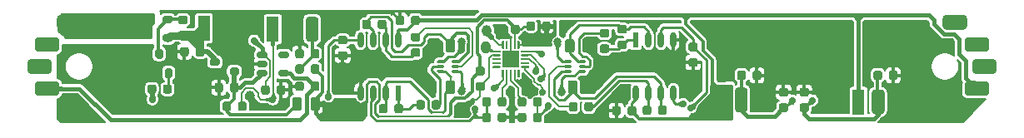
<source format=gbl>
%TF.GenerationSoftware,KiCad,Pcbnew,5.1.10-88a1d61d58~90~ubuntu20.04.1*%
%TF.CreationDate,2021-10-17T13:06:20+02:00*%
%TF.ProjectId,LightSTICK,4c696768-7453-4544-9943-4b2e6b696361,rev?*%
%TF.SameCoordinates,Original*%
%TF.FileFunction,Copper,L4,Bot*%
%TF.FilePolarity,Positive*%
%FSLAX46Y46*%
G04 Gerber Fmt 4.6, Leading zero omitted, Abs format (unit mm)*
G04 Created by KiCad (PCBNEW 5.1.10-88a1d61d58~90~ubuntu20.04.1) date 2021-10-17 13:06:20*
%MOMM*%
%LPD*%
G01*
G04 APERTURE LIST*
%TA.AperFunction,SMDPad,CuDef*%
%ADD10O,0.599440X1.549400*%
%TD*%
%TA.AperFunction,SMDPad,CuDef*%
%ADD11R,0.599440X1.549400*%
%TD*%
%TA.AperFunction,SMDPad,CuDef*%
%ADD12O,1.000000X1.300000*%
%TD*%
%TA.AperFunction,SMDPad,CuDef*%
%ADD13C,1.000000*%
%TD*%
%TA.AperFunction,SMDPad,CuDef*%
%ADD14O,1.300000X1.000000*%
%TD*%
%TA.AperFunction,SMDPad,CuDef*%
%ADD15O,1.000000X1.150000*%
%TD*%
%TA.AperFunction,SMDPad,CuDef*%
%ADD16C,0.100000*%
%TD*%
%TA.AperFunction,SMDPad,CuDef*%
%ADD17R,1.700000X1.700000*%
%TD*%
%TA.AperFunction,SMDPad,CuDef*%
%ADD18R,1.300000X2.540000*%
%TD*%
%TA.AperFunction,ViaPad*%
%ADD19C,0.700000*%
%TD*%
%TA.AperFunction,ViaPad*%
%ADD20C,1.000000*%
%TD*%
%TA.AperFunction,ViaPad*%
%ADD21C,0.800000*%
%TD*%
%TA.AperFunction,Conductor*%
%ADD22C,0.250000*%
%TD*%
%TA.AperFunction,Conductor*%
%ADD23C,0.180000*%
%TD*%
%TA.AperFunction,Conductor*%
%ADD24C,0.200000*%
%TD*%
%TA.AperFunction,Conductor*%
%ADD25C,0.800000*%
%TD*%
%TA.AperFunction,Conductor*%
%ADD26C,0.300000*%
%TD*%
%TA.AperFunction,Conductor*%
%ADD27C,0.500000*%
%TD*%
%TA.AperFunction,Conductor*%
%ADD28C,0.400000*%
%TD*%
%TA.AperFunction,Conductor*%
%ADD29C,0.600000*%
%TD*%
%TA.AperFunction,Conductor*%
%ADD30C,1.000000*%
%TD*%
%TA.AperFunction,Conductor*%
%ADD31C,0.100000*%
%TD*%
%TA.AperFunction,Conductor*%
%ADD32C,0.254000*%
%TD*%
%TA.AperFunction,Conductor*%
%ADD33C,0.025400*%
%TD*%
%TA.AperFunction,Conductor*%
%ADD34C,0.218000*%
%TD*%
G04 APERTURE END LIST*
%TO.P,R1,1*%
%TO.N,/5V_MCU*%
%TA.AperFunction,SMDPad,CuDef*%
G36*
G01*
X91475000Y-52656250D02*
X91475000Y-52143750D01*
G75*
G02*
X91693750Y-51925000I218750J0D01*
G01*
X92131250Y-51925000D01*
G75*
G02*
X92350000Y-52143750I0J-218750D01*
G01*
X92350000Y-52656250D01*
G75*
G02*
X92131250Y-52875000I-218750J0D01*
G01*
X91693750Y-52875000D01*
G75*
G02*
X91475000Y-52656250I0J218750D01*
G01*
G37*
%TD.AperFunction*%
%TO.P,R1,2*%
%TO.N,/PA4*%
%TA.AperFunction,SMDPad,CuDef*%
G36*
G01*
X93050000Y-52656250D02*
X93050000Y-52143750D01*
G75*
G02*
X93268750Y-51925000I218750J0D01*
G01*
X93706250Y-51925000D01*
G75*
G02*
X93925000Y-52143750I0J-218750D01*
G01*
X93925000Y-52656250D01*
G75*
G02*
X93706250Y-52875000I-218750J0D01*
G01*
X93268750Y-52875000D01*
G75*
G02*
X93050000Y-52656250I0J218750D01*
G01*
G37*
%TD.AperFunction*%
%TD*%
D10*
%TO.P,U4,8*%
%TO.N,/5VAUX*%
X102595000Y-59197480D03*
%TO.P,U4,7*%
%TO.N,Net-(C9-Pad1)*%
X103865000Y-59197480D03*
%TO.P,U4,6*%
%TO.N,Net-(C9-Pad2)*%
X105135000Y-59197480D03*
%TO.P,U4,5*%
%TO.N,/WHITE_LVL*%
X106405000Y-59197480D03*
%TO.P,U4,4*%
%TO.N,GND*%
X106405000Y-53802520D03*
%TO.P,U4,3*%
%TO.N,/WWHITE_LVL*%
X105135000Y-53802520D03*
%TO.P,U4,2*%
%TO.N,Net-(C8-Pad2)*%
X103865000Y-53802520D03*
D11*
%TO.P,U4,1*%
%TO.N,Net-(C8-Pad1)*%
X102595000Y-53802520D03*
%TD*%
D12*
%TO.P,J17,1*%
%TO.N,/PA1*%
X87300000Y-54550000D03*
%TD*%
D13*
%TO.P,J19,1*%
%TO.N,/PB2*%
X91550000Y-58700000D03*
%TD*%
D14*
%TO.P,J15,1*%
%TO.N,/PA4*%
X93000000Y-53800000D03*
%TD*%
D15*
%TO.P,J16,1*%
%TO.N,/PA2*%
X87400000Y-52850000D03*
%TD*%
D13*
%TO.P,J18,1*%
%TO.N,/5V_MCU*%
X72950000Y-60700000D03*
%TD*%
%TO.P,IC1,5*%
%TO.N,/5VAUX*%
%TA.AperFunction,SMDPad,CuDef*%
G36*
G01*
X66270000Y-57362500D02*
X66270000Y-57037500D01*
G75*
G02*
X66432500Y-56875000I162500J0D01*
G01*
X67167500Y-56875000D01*
G75*
G02*
X67330000Y-57037500I0J-162500D01*
G01*
X67330000Y-57362500D01*
G75*
G02*
X67167500Y-57525000I-162500J0D01*
G01*
X66432500Y-57525000D01*
G75*
G02*
X66270000Y-57362500I0J162500D01*
G01*
G37*
%TD.AperFunction*%
%TO.P,IC1,4*%
%TO.N,Net-(IC1-Pad4)*%
%TA.AperFunction,SMDPad,CuDef*%
G36*
G01*
X66270000Y-55462500D02*
X66270000Y-55137500D01*
G75*
G02*
X66432500Y-54975000I162500J0D01*
G01*
X67167500Y-54975000D01*
G75*
G02*
X67330000Y-55137500I0J-162500D01*
G01*
X67330000Y-55462500D01*
G75*
G02*
X67167500Y-55625000I-162500J0D01*
G01*
X66432500Y-55625000D01*
G75*
G02*
X66270000Y-55462500I0J162500D01*
G01*
G37*
%TD.AperFunction*%
%TO.P,IC1,3*%
%TO.N,/5V_EN*%
%TA.AperFunction,SMDPad,CuDef*%
G36*
G01*
X64070000Y-55462500D02*
X64070000Y-55137500D01*
G75*
G02*
X64232500Y-54975000I162500J0D01*
G01*
X64967500Y-54975000D01*
G75*
G02*
X65130000Y-55137500I0J-162500D01*
G01*
X65130000Y-55462500D01*
G75*
G02*
X64967500Y-55625000I-162500J0D01*
G01*
X64232500Y-55625000D01*
G75*
G02*
X64070000Y-55462500I0J162500D01*
G01*
G37*
%TD.AperFunction*%
%TO.P,IC1,2*%
%TO.N,GND*%
%TA.AperFunction,SMDPad,CuDef*%
G36*
G01*
X64070000Y-56412500D02*
X64070000Y-56087500D01*
G75*
G02*
X64232500Y-55925000I162500J0D01*
G01*
X64967500Y-55925000D01*
G75*
G02*
X65130000Y-56087500I0J-162500D01*
G01*
X65130000Y-56412500D01*
G75*
G02*
X64967500Y-56575000I-162500J0D01*
G01*
X64232500Y-56575000D01*
G75*
G02*
X64070000Y-56412500I0J162500D01*
G01*
G37*
%TD.AperFunction*%
%TO.P,IC1,1*%
%TO.N,+5V*%
%TA.AperFunction,SMDPad,CuDef*%
G36*
G01*
X64070000Y-57362500D02*
X64070000Y-57037500D01*
G75*
G02*
X64232500Y-56875000I162500J0D01*
G01*
X64967500Y-56875000D01*
G75*
G02*
X65130000Y-57037500I0J-162500D01*
G01*
X65130000Y-57362500D01*
G75*
G02*
X64967500Y-57525000I-162500J0D01*
G01*
X64232500Y-57525000D01*
G75*
G02*
X64070000Y-57362500I0J162500D01*
G01*
G37*
%TD.AperFunction*%
%TD*%
%TO.P,R23,1*%
%TO.N,+5V*%
%TA.AperFunction,SMDPad,CuDef*%
G36*
G01*
X67675000Y-60756250D02*
X67675000Y-59843750D01*
G75*
G02*
X67918750Y-59600000I243750J0D01*
G01*
X68406250Y-59600000D01*
G75*
G02*
X68650000Y-59843750I0J-243750D01*
G01*
X68650000Y-60756250D01*
G75*
G02*
X68406250Y-61000000I-243750J0D01*
G01*
X67918750Y-61000000D01*
G75*
G02*
X67675000Y-60756250I0J243750D01*
G01*
G37*
%TD.AperFunction*%
%TO.P,R23,2*%
%TO.N,/5V_MCU*%
%TA.AperFunction,SMDPad,CuDef*%
G36*
G01*
X69550000Y-60756250D02*
X69550000Y-59843750D01*
G75*
G02*
X69793750Y-59600000I243750J0D01*
G01*
X70281250Y-59600000D01*
G75*
G02*
X70525000Y-59843750I0J-243750D01*
G01*
X70525000Y-60756250D01*
G75*
G02*
X70281250Y-61000000I-243750J0D01*
G01*
X69793750Y-61000000D01*
G75*
G02*
X69550000Y-60756250I0J243750D01*
G01*
G37*
%TD.AperFunction*%
%TD*%
%TO.P,R22,1*%
%TO.N,GND*%
%TA.AperFunction,SMDPad,CuDef*%
G36*
G01*
X115325000Y-57143750D02*
X115325000Y-57656250D01*
G75*
G02*
X115106250Y-57875000I-218750J0D01*
G01*
X114668750Y-57875000D01*
G75*
G02*
X114450000Y-57656250I0J218750D01*
G01*
X114450000Y-57143750D01*
G75*
G02*
X114668750Y-56925000I218750J0D01*
G01*
X115106250Y-56925000D01*
G75*
G02*
X115325000Y-57143750I0J-218750D01*
G01*
G37*
%TD.AperFunction*%
%TO.P,R22,2*%
%TO.N,/AIN6_COLORTEMP*%
%TA.AperFunction,SMDPad,CuDef*%
G36*
G01*
X113750000Y-57143750D02*
X113750000Y-57656250D01*
G75*
G02*
X113531250Y-57875000I-218750J0D01*
G01*
X113093750Y-57875000D01*
G75*
G02*
X112875000Y-57656250I0J218750D01*
G01*
X112875000Y-57143750D01*
G75*
G02*
X113093750Y-56925000I218750J0D01*
G01*
X113531250Y-56925000D01*
G75*
G02*
X113750000Y-57143750I0J-218750D01*
G01*
G37*
%TD.AperFunction*%
%TD*%
%TO.P,R21,1*%
%TO.N,GND*%
%TA.AperFunction,SMDPad,CuDef*%
G36*
G01*
X129175000Y-57143750D02*
X129175000Y-57656250D01*
G75*
G02*
X128956250Y-57875000I-218750J0D01*
G01*
X128518750Y-57875000D01*
G75*
G02*
X128300000Y-57656250I0J218750D01*
G01*
X128300000Y-57143750D01*
G75*
G02*
X128518750Y-56925000I218750J0D01*
G01*
X128956250Y-56925000D01*
G75*
G02*
X129175000Y-57143750I0J-218750D01*
G01*
G37*
%TD.AperFunction*%
%TO.P,R21,2*%
%TO.N,/AIN7_BRIGHT*%
%TA.AperFunction,SMDPad,CuDef*%
G36*
G01*
X127600000Y-57143750D02*
X127600000Y-57656250D01*
G75*
G02*
X127381250Y-57875000I-218750J0D01*
G01*
X126943750Y-57875000D01*
G75*
G02*
X126725000Y-57656250I0J218750D01*
G01*
X126725000Y-57143750D01*
G75*
G02*
X126943750Y-56925000I218750J0D01*
G01*
X127381250Y-56925000D01*
G75*
G02*
X127600000Y-57143750I0J-218750D01*
G01*
G37*
%TD.AperFunction*%
%TD*%
%TO.P,R20,1*%
%TO.N,Net-(Q4-Pad1)*%
%TA.AperFunction,SMDPad,CuDef*%
G36*
G01*
X55425000Y-58543750D02*
X55425000Y-59056250D01*
G75*
G02*
X55206250Y-59275000I-218750J0D01*
G01*
X54768750Y-59275000D01*
G75*
G02*
X54550000Y-59056250I0J218750D01*
G01*
X54550000Y-58543750D01*
G75*
G02*
X54768750Y-58325000I218750J0D01*
G01*
X55206250Y-58325000D01*
G75*
G02*
X55425000Y-58543750I0J-218750D01*
G01*
G37*
%TD.AperFunction*%
%TO.P,R20,2*%
%TO.N,/PWR12*%
%TA.AperFunction,SMDPad,CuDef*%
G36*
G01*
X53850000Y-58543750D02*
X53850000Y-59056250D01*
G75*
G02*
X53631250Y-59275000I-218750J0D01*
G01*
X53193750Y-59275000D01*
G75*
G02*
X52975000Y-59056250I0J218750D01*
G01*
X52975000Y-58543750D01*
G75*
G02*
X53193750Y-58325000I218750J0D01*
G01*
X53631250Y-58325000D01*
G75*
G02*
X53850000Y-58543750I0J-218750D01*
G01*
G37*
%TD.AperFunction*%
%TD*%
%TO.P,R19,1*%
%TO.N,/5V_EN*%
%TA.AperFunction,SMDPad,CuDef*%
G36*
G01*
X64512500Y-59156250D02*
X64512500Y-58643750D01*
G75*
G02*
X64731250Y-58425000I218750J0D01*
G01*
X65168750Y-58425000D01*
G75*
G02*
X65387500Y-58643750I0J-218750D01*
G01*
X65387500Y-59156250D01*
G75*
G02*
X65168750Y-59375000I-218750J0D01*
G01*
X64731250Y-59375000D01*
G75*
G02*
X64512500Y-59156250I0J218750D01*
G01*
G37*
%TD.AperFunction*%
%TO.P,R19,2*%
%TO.N,GND*%
%TA.AperFunction,SMDPad,CuDef*%
G36*
G01*
X66087500Y-59156250D02*
X66087500Y-58643750D01*
G75*
G02*
X66306250Y-58425000I218750J0D01*
G01*
X66743750Y-58425000D01*
G75*
G02*
X66962500Y-58643750I0J-218750D01*
G01*
X66962500Y-59156250D01*
G75*
G02*
X66743750Y-59375000I-218750J0D01*
G01*
X66306250Y-59375000D01*
G75*
G02*
X66087500Y-59156250I0J218750D01*
G01*
G37*
%TD.AperFunction*%
%TD*%
%TO.P,R18,1*%
%TO.N,+5V*%
%TA.AperFunction,SMDPad,CuDef*%
G36*
G01*
X60575000Y-60806250D02*
X60575000Y-60293750D01*
G75*
G02*
X60793750Y-60075000I218750J0D01*
G01*
X61231250Y-60075000D01*
G75*
G02*
X61450000Y-60293750I0J-218750D01*
G01*
X61450000Y-60806250D01*
G75*
G02*
X61231250Y-61025000I-218750J0D01*
G01*
X60793750Y-61025000D01*
G75*
G02*
X60575000Y-60806250I0J218750D01*
G01*
G37*
%TD.AperFunction*%
%TO.P,R18,2*%
%TO.N,/IRDA_RX*%
%TA.AperFunction,SMDPad,CuDef*%
G36*
G01*
X62150000Y-60806250D02*
X62150000Y-60293750D01*
G75*
G02*
X62368750Y-60075000I218750J0D01*
G01*
X62806250Y-60075000D01*
G75*
G02*
X63025000Y-60293750I0J-218750D01*
G01*
X63025000Y-60806250D01*
G75*
G02*
X62806250Y-61025000I-218750J0D01*
G01*
X62368750Y-61025000D01*
G75*
G02*
X62150000Y-60806250I0J218750D01*
G01*
G37*
%TD.AperFunction*%
%TD*%
%TO.P,Q4,1*%
%TO.N,Net-(Q4-Pad1)*%
%TA.AperFunction,SMDPad,CuDef*%
G36*
G01*
X55300000Y-57700000D02*
X54900000Y-57700000D01*
G75*
G02*
X54700000Y-57500000I0J200000D01*
G01*
X54700000Y-56900000D01*
G75*
G02*
X54900000Y-56700000I200000J0D01*
G01*
X55300000Y-56700000D01*
G75*
G02*
X55500000Y-56900000I0J-200000D01*
G01*
X55500000Y-57500000D01*
G75*
G02*
X55300000Y-57700000I-200000J0D01*
G01*
G37*
%TD.AperFunction*%
%TO.P,Q4,2*%
%TO.N,GND*%
%TA.AperFunction,SMDPad,CuDef*%
G36*
G01*
X53400000Y-57700000D02*
X53000000Y-57700000D01*
G75*
G02*
X52800000Y-57500000I0J200000D01*
G01*
X52800000Y-56900000D01*
G75*
G02*
X53000000Y-56700000I200000J0D01*
G01*
X53400000Y-56700000D01*
G75*
G02*
X53600000Y-56900000I0J-200000D01*
G01*
X53600000Y-57500000D01*
G75*
G02*
X53400000Y-57700000I-200000J0D01*
G01*
G37*
%TD.AperFunction*%
%TO.P,Q4,3*%
%TO.N,Net-(Q3-Pad1)*%
%TA.AperFunction,SMDPad,CuDef*%
G36*
G01*
X54350000Y-55700000D02*
X53950000Y-55700000D01*
G75*
G02*
X53750000Y-55500000I0J200000D01*
G01*
X53750000Y-54900000D01*
G75*
G02*
X53950000Y-54700000I200000J0D01*
G01*
X54350000Y-54700000D01*
G75*
G02*
X54550000Y-54900000I0J-200000D01*
G01*
X54550000Y-55500000D01*
G75*
G02*
X54350000Y-55700000I-200000J0D01*
G01*
G37*
%TD.AperFunction*%
%TD*%
%TO.P,Q3,1*%
%TO.N,Net-(Q3-Pad1)*%
%TA.AperFunction,SMDPad,CuDef*%
G36*
G01*
X55500000Y-51500000D02*
X55500000Y-51900000D01*
G75*
G02*
X55300000Y-52100000I-200000J0D01*
G01*
X54700000Y-52100000D01*
G75*
G02*
X54500000Y-51900000I0J200000D01*
G01*
X54500000Y-51500000D01*
G75*
G02*
X54700000Y-51300000I200000J0D01*
G01*
X55300000Y-51300000D01*
G75*
G02*
X55500000Y-51500000I0J-200000D01*
G01*
G37*
%TD.AperFunction*%
%TO.P,Q3,2*%
%TO.N,/VIN*%
%TA.AperFunction,SMDPad,CuDef*%
G36*
G01*
X55500000Y-53400000D02*
X55500000Y-53800000D01*
G75*
G02*
X55300000Y-54000000I-200000J0D01*
G01*
X54700000Y-54000000D01*
G75*
G02*
X54500000Y-53800000I0J200000D01*
G01*
X54500000Y-53400000D01*
G75*
G02*
X54700000Y-53200000I200000J0D01*
G01*
X55300000Y-53200000D01*
G75*
G02*
X55500000Y-53400000I0J-200000D01*
G01*
G37*
%TD.AperFunction*%
%TO.P,Q3,3*%
%TO.N,+12V*%
%TA.AperFunction,SMDPad,CuDef*%
G36*
G01*
X53500000Y-52450000D02*
X53500000Y-52850000D01*
G75*
G02*
X53300000Y-53050000I-200000J0D01*
G01*
X52700000Y-53050000D01*
G75*
G02*
X52500000Y-52850000I0J200000D01*
G01*
X52500000Y-52450000D01*
G75*
G02*
X52700000Y-52250000I200000J0D01*
G01*
X53300000Y-52250000D01*
G75*
G02*
X53500000Y-52450000I0J-200000D01*
G01*
G37*
%TD.AperFunction*%
%TD*%
%TO.P,C16,1*%
%TO.N,GND*%
%TA.AperFunction,SMDPad,CuDef*%
G36*
G01*
X67975000Y-58756250D02*
X67975000Y-58243750D01*
G75*
G02*
X68193750Y-58025000I218750J0D01*
G01*
X68631250Y-58025000D01*
G75*
G02*
X68850000Y-58243750I0J-218750D01*
G01*
X68850000Y-58756250D01*
G75*
G02*
X68631250Y-58975000I-218750J0D01*
G01*
X68193750Y-58975000D01*
G75*
G02*
X67975000Y-58756250I0J218750D01*
G01*
G37*
%TD.AperFunction*%
%TO.P,C16,2*%
%TO.N,/5VAUX*%
%TA.AperFunction,SMDPad,CuDef*%
G36*
G01*
X69550000Y-58756250D02*
X69550000Y-58243750D01*
G75*
G02*
X69768750Y-58025000I218750J0D01*
G01*
X70206250Y-58025000D01*
G75*
G02*
X70425000Y-58243750I0J-218750D01*
G01*
X70425000Y-58756250D01*
G75*
G02*
X70206250Y-58975000I-218750J0D01*
G01*
X69768750Y-58975000D01*
G75*
G02*
X69550000Y-58756250I0J218750D01*
G01*
G37*
%TD.AperFunction*%
%TD*%
%TO.P,R17,1*%
%TO.N,/5V_MCU*%
%TA.AperFunction,SMDPad,CuDef*%
G36*
G01*
X86518750Y-56525000D02*
X87031250Y-56525000D01*
G75*
G02*
X87250000Y-56743750I0J-218750D01*
G01*
X87250000Y-57181250D01*
G75*
G02*
X87031250Y-57400000I-218750J0D01*
G01*
X86518750Y-57400000D01*
G75*
G02*
X86300000Y-57181250I0J218750D01*
G01*
X86300000Y-56743750D01*
G75*
G02*
X86518750Y-56525000I218750J0D01*
G01*
G37*
%TD.AperFunction*%
%TO.P,R17,2*%
%TO.N,/~UDPI*%
%TA.AperFunction,SMDPad,CuDef*%
G36*
G01*
X86518750Y-58100000D02*
X87031250Y-58100000D01*
G75*
G02*
X87250000Y-58318750I0J-218750D01*
G01*
X87250000Y-58756250D01*
G75*
G02*
X87031250Y-58975000I-218750J0D01*
G01*
X86518750Y-58975000D01*
G75*
G02*
X86300000Y-58756250I0J218750D01*
G01*
X86300000Y-58318750D01*
G75*
G02*
X86518750Y-58100000I218750J0D01*
G01*
G37*
%TD.AperFunction*%
%TD*%
%TA.AperFunction,SMDPad,CuDef*%
D16*
%TO.P,U6,1*%
%TO.N,/PA2*%
G36*
X89174039Y-54659755D02*
G01*
X89171194Y-54669134D01*
X89166573Y-54677779D01*
X89160355Y-54685355D01*
X89152779Y-54691573D01*
X89144134Y-54696194D01*
X89134755Y-54699039D01*
X89125000Y-54700000D01*
X89075711Y-54700000D01*
X89065956Y-54699039D01*
X89056577Y-54696194D01*
X89047932Y-54691573D01*
X89040356Y-54685355D01*
X88989645Y-54634644D01*
X88983427Y-54627068D01*
X88978806Y-54618423D01*
X88975961Y-54609044D01*
X88975000Y-54599289D01*
X88975000Y-53950000D01*
X88975961Y-53940245D01*
X88978806Y-53930866D01*
X88983427Y-53922221D01*
X88989645Y-53914645D01*
X88997221Y-53908427D01*
X89005866Y-53903806D01*
X89015245Y-53900961D01*
X89025000Y-53900000D01*
X89125000Y-53900000D01*
X89134755Y-53900961D01*
X89144134Y-53903806D01*
X89152779Y-53908427D01*
X89160355Y-53914645D01*
X89166573Y-53922221D01*
X89171194Y-53930866D01*
X89174039Y-53940245D01*
X89175000Y-53950000D01*
X89175000Y-54650000D01*
X89174039Y-54659755D01*
G37*
%TD.AperFunction*%
%TO.P,U6,2*%
%TO.N,Net-(U6-Pad2)*%
%TA.AperFunction,SMDPad,CuDef*%
G36*
G01*
X89425000Y-53900000D02*
X89525000Y-53900000D01*
G75*
G02*
X89575000Y-53950000I0J-50000D01*
G01*
X89575000Y-54650000D01*
G75*
G02*
X89525000Y-54700000I-50000J0D01*
G01*
X89425000Y-54700000D01*
G75*
G02*
X89375000Y-54650000I0J50000D01*
G01*
X89375000Y-53950000D01*
G75*
G02*
X89425000Y-53900000I50000J0D01*
G01*
G37*
%TD.AperFunction*%
%TO.P,U6,3*%
%TO.N,GND*%
%TA.AperFunction,SMDPad,CuDef*%
G36*
G01*
X89825000Y-53900000D02*
X89925000Y-53900000D01*
G75*
G02*
X89975000Y-53950000I0J-50000D01*
G01*
X89975000Y-54650000D01*
G75*
G02*
X89925000Y-54700000I-50000J0D01*
G01*
X89825000Y-54700000D01*
G75*
G02*
X89775000Y-54650000I0J50000D01*
G01*
X89775000Y-53950000D01*
G75*
G02*
X89825000Y-53900000I50000J0D01*
G01*
G37*
%TD.AperFunction*%
%TO.P,U6,4*%
%TO.N,/5V_MCU*%
%TA.AperFunction,SMDPad,CuDef*%
G36*
G01*
X90225000Y-53900000D02*
X90325000Y-53900000D01*
G75*
G02*
X90375000Y-53950000I0J-50000D01*
G01*
X90375000Y-54650000D01*
G75*
G02*
X90325000Y-54700000I-50000J0D01*
G01*
X90225000Y-54700000D01*
G75*
G02*
X90175000Y-54650000I0J50000D01*
G01*
X90175000Y-53950000D01*
G75*
G02*
X90225000Y-53900000I50000J0D01*
G01*
G37*
%TD.AperFunction*%
%TA.AperFunction,SMDPad,CuDef*%
%TO.P,U6,5*%
%TO.N,/PA4*%
G36*
X90774039Y-54609044D02*
G01*
X90771194Y-54618423D01*
X90766573Y-54627068D01*
X90760355Y-54634644D01*
X90709644Y-54685355D01*
X90702068Y-54691573D01*
X90693423Y-54696194D01*
X90684044Y-54699039D01*
X90674289Y-54700000D01*
X90625000Y-54700000D01*
X90615245Y-54699039D01*
X90605866Y-54696194D01*
X90597221Y-54691573D01*
X90589645Y-54685355D01*
X90583427Y-54677779D01*
X90578806Y-54669134D01*
X90575961Y-54659755D01*
X90575000Y-54650000D01*
X90575000Y-53950000D01*
X90575961Y-53940245D01*
X90578806Y-53930866D01*
X90583427Y-53922221D01*
X90589645Y-53914645D01*
X90597221Y-53908427D01*
X90605866Y-53903806D01*
X90615245Y-53900961D01*
X90625000Y-53900000D01*
X90725000Y-53900000D01*
X90734755Y-53900961D01*
X90744134Y-53903806D01*
X90752779Y-53908427D01*
X90760355Y-53914645D01*
X90766573Y-53922221D01*
X90771194Y-53930866D01*
X90774039Y-53940245D01*
X90775000Y-53950000D01*
X90775000Y-54599289D01*
X90774039Y-54609044D01*
G37*
%TD.AperFunction*%
%TA.AperFunction,SMDPad,CuDef*%
%TO.P,U6,6*%
%TO.N,/5V_EN*%
G36*
X91724039Y-55009755D02*
G01*
X91721194Y-55019134D01*
X91716573Y-55027779D01*
X91710355Y-55035355D01*
X91702779Y-55041573D01*
X91694134Y-55046194D01*
X91684755Y-55049039D01*
X91675000Y-55050000D01*
X90975000Y-55050000D01*
X90965245Y-55049039D01*
X90955866Y-55046194D01*
X90947221Y-55041573D01*
X90939645Y-55035355D01*
X90933427Y-55027779D01*
X90928806Y-55019134D01*
X90925961Y-55009755D01*
X90925000Y-55000000D01*
X90925000Y-54950711D01*
X90925961Y-54940956D01*
X90928806Y-54931577D01*
X90933427Y-54922932D01*
X90939645Y-54915356D01*
X90990356Y-54864645D01*
X90997932Y-54858427D01*
X91006577Y-54853806D01*
X91015956Y-54850961D01*
X91025711Y-54850000D01*
X91675000Y-54850000D01*
X91684755Y-54850961D01*
X91694134Y-54853806D01*
X91702779Y-54858427D01*
X91710355Y-54864645D01*
X91716573Y-54872221D01*
X91721194Y-54880866D01*
X91724039Y-54890245D01*
X91725000Y-54900000D01*
X91725000Y-55000000D01*
X91724039Y-55009755D01*
G37*
%TD.AperFunction*%
%TO.P,U6,7*%
%TO.N,/AIN6_COLORTEMP*%
%TA.AperFunction,SMDPad,CuDef*%
G36*
G01*
X90975000Y-55250000D02*
X91675000Y-55250000D01*
G75*
G02*
X91725000Y-55300000I0J-50000D01*
G01*
X91725000Y-55400000D01*
G75*
G02*
X91675000Y-55450000I-50000J0D01*
G01*
X90975000Y-55450000D01*
G75*
G02*
X90925000Y-55400000I0J50000D01*
G01*
X90925000Y-55300000D01*
G75*
G02*
X90975000Y-55250000I50000J0D01*
G01*
G37*
%TD.AperFunction*%
%TO.P,U6,8*%
%TO.N,/AIN7_BRIGHT*%
%TA.AperFunction,SMDPad,CuDef*%
G36*
G01*
X90975000Y-55650000D02*
X91675000Y-55650000D01*
G75*
G02*
X91725000Y-55700000I0J-50000D01*
G01*
X91725000Y-55800000D01*
G75*
G02*
X91675000Y-55850000I-50000J0D01*
G01*
X90975000Y-55850000D01*
G75*
G02*
X90925000Y-55800000I0J50000D01*
G01*
X90925000Y-55700000D01*
G75*
G02*
X90975000Y-55650000I50000J0D01*
G01*
G37*
%TD.AperFunction*%
%TO.P,U6,9*%
%TO.N,Net-(U6-Pad9)*%
%TA.AperFunction,SMDPad,CuDef*%
G36*
G01*
X90975000Y-56050000D02*
X91675000Y-56050000D01*
G75*
G02*
X91725000Y-56100000I0J-50000D01*
G01*
X91725000Y-56200000D01*
G75*
G02*
X91675000Y-56250000I-50000J0D01*
G01*
X90975000Y-56250000D01*
G75*
G02*
X90925000Y-56200000I0J50000D01*
G01*
X90925000Y-56100000D01*
G75*
G02*
X90975000Y-56050000I50000J0D01*
G01*
G37*
%TD.AperFunction*%
%TA.AperFunction,SMDPad,CuDef*%
%TO.P,U6,10*%
%TO.N,/IRDA_RX*%
G36*
X91724039Y-56609755D02*
G01*
X91721194Y-56619134D01*
X91716573Y-56627779D01*
X91710355Y-56635355D01*
X91702779Y-56641573D01*
X91694134Y-56646194D01*
X91684755Y-56649039D01*
X91675000Y-56650000D01*
X91025711Y-56650000D01*
X91015956Y-56649039D01*
X91006577Y-56646194D01*
X90997932Y-56641573D01*
X90990356Y-56635355D01*
X90939645Y-56584644D01*
X90933427Y-56577068D01*
X90928806Y-56568423D01*
X90925961Y-56559044D01*
X90925000Y-56549289D01*
X90925000Y-56500000D01*
X90925961Y-56490245D01*
X90928806Y-56480866D01*
X90933427Y-56472221D01*
X90939645Y-56464645D01*
X90947221Y-56458427D01*
X90955866Y-56453806D01*
X90965245Y-56450961D01*
X90975000Y-56450000D01*
X91675000Y-56450000D01*
X91684755Y-56450961D01*
X91694134Y-56453806D01*
X91702779Y-56458427D01*
X91710355Y-56464645D01*
X91716573Y-56472221D01*
X91721194Y-56480866D01*
X91724039Y-56490245D01*
X91725000Y-56500000D01*
X91725000Y-56600000D01*
X91724039Y-56609755D01*
G37*
%TD.AperFunction*%
%TA.AperFunction,SMDPad,CuDef*%
%TO.P,U6,11*%
%TO.N,Net-(U6-Pad11)*%
G36*
X90774039Y-57559755D02*
G01*
X90771194Y-57569134D01*
X90766573Y-57577779D01*
X90760355Y-57585355D01*
X90752779Y-57591573D01*
X90744134Y-57596194D01*
X90734755Y-57599039D01*
X90725000Y-57600000D01*
X90625000Y-57600000D01*
X90615245Y-57599039D01*
X90605866Y-57596194D01*
X90597221Y-57591573D01*
X90589645Y-57585355D01*
X90583427Y-57577779D01*
X90578806Y-57569134D01*
X90575961Y-57559755D01*
X90575000Y-57550000D01*
X90575000Y-56850000D01*
X90575961Y-56840245D01*
X90578806Y-56830866D01*
X90583427Y-56822221D01*
X90589645Y-56814645D01*
X90597221Y-56808427D01*
X90605866Y-56803806D01*
X90615245Y-56800961D01*
X90625000Y-56800000D01*
X90674289Y-56800000D01*
X90684044Y-56800961D01*
X90693423Y-56803806D01*
X90702068Y-56808427D01*
X90709644Y-56814645D01*
X90760355Y-56865356D01*
X90766573Y-56872932D01*
X90771194Y-56881577D01*
X90774039Y-56890956D01*
X90775000Y-56900711D01*
X90775000Y-57550000D01*
X90774039Y-57559755D01*
G37*
%TD.AperFunction*%
%TO.P,U6,12*%
%TO.N,/PB2*%
%TA.AperFunction,SMDPad,CuDef*%
G36*
G01*
X90225000Y-56800000D02*
X90325000Y-56800000D01*
G75*
G02*
X90375000Y-56850000I0J-50000D01*
G01*
X90375000Y-57550000D01*
G75*
G02*
X90325000Y-57600000I-50000J0D01*
G01*
X90225000Y-57600000D01*
G75*
G02*
X90175000Y-57550000I0J50000D01*
G01*
X90175000Y-56850000D01*
G75*
G02*
X90225000Y-56800000I50000J0D01*
G01*
G37*
%TD.AperFunction*%
%TO.P,U6,13*%
%TO.N,/WO1_WHITE*%
%TA.AperFunction,SMDPad,CuDef*%
G36*
G01*
X89825000Y-56800000D02*
X89925000Y-56800000D01*
G75*
G02*
X89975000Y-56850000I0J-50000D01*
G01*
X89975000Y-57550000D01*
G75*
G02*
X89925000Y-57600000I-50000J0D01*
G01*
X89825000Y-57600000D01*
G75*
G02*
X89775000Y-57550000I0J50000D01*
G01*
X89775000Y-56850000D01*
G75*
G02*
X89825000Y-56800000I50000J0D01*
G01*
G37*
%TD.AperFunction*%
%TO.P,U6,14*%
%TO.N,/WO0_WWHITE*%
%TA.AperFunction,SMDPad,CuDef*%
G36*
G01*
X89425000Y-56800000D02*
X89525000Y-56800000D01*
G75*
G02*
X89575000Y-56850000I0J-50000D01*
G01*
X89575000Y-57550000D01*
G75*
G02*
X89525000Y-57600000I-50000J0D01*
G01*
X89425000Y-57600000D01*
G75*
G02*
X89375000Y-57550000I0J50000D01*
G01*
X89375000Y-56850000D01*
G75*
G02*
X89425000Y-56800000I50000J0D01*
G01*
G37*
%TD.AperFunction*%
%TA.AperFunction,SMDPad,CuDef*%
%TO.P,U6,15*%
%TO.N,/PWR12*%
G36*
X89174039Y-57559755D02*
G01*
X89171194Y-57569134D01*
X89166573Y-57577779D01*
X89160355Y-57585355D01*
X89152779Y-57591573D01*
X89144134Y-57596194D01*
X89134755Y-57599039D01*
X89125000Y-57600000D01*
X89025000Y-57600000D01*
X89015245Y-57599039D01*
X89005866Y-57596194D01*
X88997221Y-57591573D01*
X88989645Y-57585355D01*
X88983427Y-57577779D01*
X88978806Y-57569134D01*
X88975961Y-57559755D01*
X88975000Y-57550000D01*
X88975000Y-56900711D01*
X88975961Y-56890956D01*
X88978806Y-56881577D01*
X88983427Y-56872932D01*
X88989645Y-56865356D01*
X89040356Y-56814645D01*
X89047932Y-56808427D01*
X89056577Y-56803806D01*
X89065956Y-56800961D01*
X89075711Y-56800000D01*
X89125000Y-56800000D01*
X89134755Y-56800961D01*
X89144134Y-56803806D01*
X89152779Y-56808427D01*
X89160355Y-56814645D01*
X89166573Y-56822221D01*
X89171194Y-56830866D01*
X89174039Y-56840245D01*
X89175000Y-56850000D01*
X89175000Y-57550000D01*
X89174039Y-57559755D01*
G37*
%TD.AperFunction*%
%TA.AperFunction,SMDPad,CuDef*%
%TO.P,U6,16*%
%TO.N,Net-(U6-Pad16)*%
G36*
X88824039Y-56559044D02*
G01*
X88821194Y-56568423D01*
X88816573Y-56577068D01*
X88810355Y-56584644D01*
X88759644Y-56635355D01*
X88752068Y-56641573D01*
X88743423Y-56646194D01*
X88734044Y-56649039D01*
X88724289Y-56650000D01*
X88075000Y-56650000D01*
X88065245Y-56649039D01*
X88055866Y-56646194D01*
X88047221Y-56641573D01*
X88039645Y-56635355D01*
X88033427Y-56627779D01*
X88028806Y-56619134D01*
X88025961Y-56609755D01*
X88025000Y-56600000D01*
X88025000Y-56500000D01*
X88025961Y-56490245D01*
X88028806Y-56480866D01*
X88033427Y-56472221D01*
X88039645Y-56464645D01*
X88047221Y-56458427D01*
X88055866Y-56453806D01*
X88065245Y-56450961D01*
X88075000Y-56450000D01*
X88775000Y-56450000D01*
X88784755Y-56450961D01*
X88794134Y-56453806D01*
X88802779Y-56458427D01*
X88810355Y-56464645D01*
X88816573Y-56472221D01*
X88821194Y-56480866D01*
X88824039Y-56490245D01*
X88825000Y-56500000D01*
X88825000Y-56549289D01*
X88824039Y-56559044D01*
G37*
%TD.AperFunction*%
%TO.P,U6,17*%
%TO.N,Net-(U6-Pad17)*%
%TA.AperFunction,SMDPad,CuDef*%
G36*
G01*
X88075000Y-56050000D02*
X88775000Y-56050000D01*
G75*
G02*
X88825000Y-56100000I0J-50000D01*
G01*
X88825000Y-56200000D01*
G75*
G02*
X88775000Y-56250000I-50000J0D01*
G01*
X88075000Y-56250000D01*
G75*
G02*
X88025000Y-56200000I0J50000D01*
G01*
X88025000Y-56100000D01*
G75*
G02*
X88075000Y-56050000I50000J0D01*
G01*
G37*
%TD.AperFunction*%
%TO.P,U6,18*%
%TO.N,Net-(U6-Pad18)*%
%TA.AperFunction,SMDPad,CuDef*%
G36*
G01*
X88075000Y-55650000D02*
X88775000Y-55650000D01*
G75*
G02*
X88825000Y-55700000I0J-50000D01*
G01*
X88825000Y-55800000D01*
G75*
G02*
X88775000Y-55850000I-50000J0D01*
G01*
X88075000Y-55850000D01*
G75*
G02*
X88025000Y-55800000I0J50000D01*
G01*
X88025000Y-55700000D01*
G75*
G02*
X88075000Y-55650000I50000J0D01*
G01*
G37*
%TD.AperFunction*%
%TO.P,U6,19*%
%TO.N,/~UDPI*%
%TA.AperFunction,SMDPad,CuDef*%
G36*
G01*
X88075000Y-55250000D02*
X88775000Y-55250000D01*
G75*
G02*
X88825000Y-55300000I0J-50000D01*
G01*
X88825000Y-55400000D01*
G75*
G02*
X88775000Y-55450000I-50000J0D01*
G01*
X88075000Y-55450000D01*
G75*
G02*
X88025000Y-55400000I0J50000D01*
G01*
X88025000Y-55300000D01*
G75*
G02*
X88075000Y-55250000I50000J0D01*
G01*
G37*
%TD.AperFunction*%
%TA.AperFunction,SMDPad,CuDef*%
%TO.P,U6,20*%
%TO.N,/PA1*%
G36*
X88824039Y-55009755D02*
G01*
X88821194Y-55019134D01*
X88816573Y-55027779D01*
X88810355Y-55035355D01*
X88802779Y-55041573D01*
X88794134Y-55046194D01*
X88784755Y-55049039D01*
X88775000Y-55050000D01*
X88075000Y-55050000D01*
X88065245Y-55049039D01*
X88055866Y-55046194D01*
X88047221Y-55041573D01*
X88039645Y-55035355D01*
X88033427Y-55027779D01*
X88028806Y-55019134D01*
X88025961Y-55009755D01*
X88025000Y-55000000D01*
X88025000Y-54900000D01*
X88025961Y-54890245D01*
X88028806Y-54880866D01*
X88033427Y-54872221D01*
X88039645Y-54864645D01*
X88047221Y-54858427D01*
X88055866Y-54853806D01*
X88065245Y-54850961D01*
X88075000Y-54850000D01*
X88724289Y-54850000D01*
X88734044Y-54850961D01*
X88743423Y-54853806D01*
X88752068Y-54858427D01*
X88759644Y-54864645D01*
X88810355Y-54915356D01*
X88816573Y-54922932D01*
X88821194Y-54931577D01*
X88824039Y-54940956D01*
X88825000Y-54950711D01*
X88825000Y-55000000D01*
X88824039Y-55009755D01*
G37*
%TD.AperFunction*%
D17*
%TO.P,U6,21*%
%TO.N,GND*%
X89875000Y-55750000D03*
%TD*%
%TO.P,Q1,1*%
%TO.N,Net-(C1-Pad2)*%
%TA.AperFunction,SMDPad,CuDef*%
G36*
G01*
X82350000Y-57015000D02*
X82350000Y-56985000D01*
G75*
G02*
X82485000Y-56850000I135000J0D01*
G01*
X83015000Y-56850000D01*
G75*
G02*
X83150000Y-56985000I0J-135000D01*
G01*
X83150000Y-57015000D01*
G75*
G02*
X83015000Y-57150000I-135000J0D01*
G01*
X82485000Y-57150000D01*
G75*
G02*
X82350000Y-57015000I0J135000D01*
G01*
G37*
%TD.AperFunction*%
%TO.P,Q1,3*%
%TO.N,Net-(D3-Pad3)*%
%TA.AperFunction,SMDPad,CuDef*%
G36*
G01*
X82350000Y-56015000D02*
X82350000Y-55985000D01*
G75*
G02*
X82485000Y-55850000I135000J0D01*
G01*
X83015000Y-55850000D01*
G75*
G02*
X83150000Y-55985000I0J-135000D01*
G01*
X83150000Y-56015000D01*
G75*
G02*
X83015000Y-56150000I-135000J0D01*
G01*
X82485000Y-56150000D01*
G75*
G02*
X82350000Y-56015000I0J135000D01*
G01*
G37*
%TD.AperFunction*%
%TO.P,Q1,6*%
%TO.N,Net-(D3-Pad1)*%
%TA.AperFunction,SMDPad,CuDef*%
G36*
G01*
X83850000Y-57015000D02*
X83850000Y-56985000D01*
G75*
G02*
X83985000Y-56850000I135000J0D01*
G01*
X84515000Y-56850000D01*
G75*
G02*
X84650000Y-56985000I0J-135000D01*
G01*
X84650000Y-57015000D01*
G75*
G02*
X84515000Y-57150000I-135000J0D01*
G01*
X83985000Y-57150000D01*
G75*
G02*
X83850000Y-57015000I0J135000D01*
G01*
G37*
%TD.AperFunction*%
%TO.P,Q1,2*%
%TO.N,Net-(Q1-Pad2)*%
%TA.AperFunction,SMDPad,CuDef*%
G36*
G01*
X82350000Y-56515000D02*
X82350000Y-56485000D01*
G75*
G02*
X82485000Y-56350000I135000J0D01*
G01*
X83015000Y-56350000D01*
G75*
G02*
X83150000Y-56485000I0J-135000D01*
G01*
X83150000Y-56515000D01*
G75*
G02*
X83015000Y-56650000I-135000J0D01*
G01*
X82485000Y-56650000D01*
G75*
G02*
X82350000Y-56515000I0J135000D01*
G01*
G37*
%TD.AperFunction*%
%TO.P,Q1,4*%
%TO.N,Net-(C3-Pad2)*%
%TA.AperFunction,SMDPad,CuDef*%
G36*
G01*
X83850000Y-56015000D02*
X83850000Y-55985000D01*
G75*
G02*
X83985000Y-55850000I135000J0D01*
G01*
X84515000Y-55850000D01*
G75*
G02*
X84650000Y-55985000I0J-135000D01*
G01*
X84650000Y-56015000D01*
G75*
G02*
X84515000Y-56150000I-135000J0D01*
G01*
X83985000Y-56150000D01*
G75*
G02*
X83850000Y-56015000I0J135000D01*
G01*
G37*
%TD.AperFunction*%
%TO.P,Q1,5*%
%TO.N,Net-(Q1-Pad5)*%
%TA.AperFunction,SMDPad,CuDef*%
G36*
G01*
X83850000Y-56515000D02*
X83850000Y-56485000D01*
G75*
G02*
X83985000Y-56350000I135000J0D01*
G01*
X84515000Y-56350000D01*
G75*
G02*
X84650000Y-56485000I0J-135000D01*
G01*
X84650000Y-56515000D01*
G75*
G02*
X84515000Y-56650000I-135000J0D01*
G01*
X83985000Y-56650000D01*
G75*
G02*
X83850000Y-56515000I0J135000D01*
G01*
G37*
%TD.AperFunction*%
%TD*%
%TO.P,Q2,1*%
%TO.N,Net-(C8-Pad2)*%
%TA.AperFunction,SMDPad,CuDef*%
G36*
G01*
X97550000Y-55985000D02*
X97550000Y-56015000D01*
G75*
G02*
X97415000Y-56150000I-135000J0D01*
G01*
X96885000Y-56150000D01*
G75*
G02*
X96750000Y-56015000I0J135000D01*
G01*
X96750000Y-55985000D01*
G75*
G02*
X96885000Y-55850000I135000J0D01*
G01*
X97415000Y-55850000D01*
G75*
G02*
X97550000Y-55985000I0J-135000D01*
G01*
G37*
%TD.AperFunction*%
%TO.P,Q2,3*%
%TO.N,Net-(D6-Pad3)*%
%TA.AperFunction,SMDPad,CuDef*%
G36*
G01*
X97550000Y-56985000D02*
X97550000Y-57015000D01*
G75*
G02*
X97415000Y-57150000I-135000J0D01*
G01*
X96885000Y-57150000D01*
G75*
G02*
X96750000Y-57015000I0J135000D01*
G01*
X96750000Y-56985000D01*
G75*
G02*
X96885000Y-56850000I135000J0D01*
G01*
X97415000Y-56850000D01*
G75*
G02*
X97550000Y-56985000I0J-135000D01*
G01*
G37*
%TD.AperFunction*%
%TO.P,Q2,6*%
%TO.N,Net-(D6-Pad1)*%
%TA.AperFunction,SMDPad,CuDef*%
G36*
G01*
X96050000Y-55985000D02*
X96050000Y-56015000D01*
G75*
G02*
X95915000Y-56150000I-135000J0D01*
G01*
X95385000Y-56150000D01*
G75*
G02*
X95250000Y-56015000I0J135000D01*
G01*
X95250000Y-55985000D01*
G75*
G02*
X95385000Y-55850000I135000J0D01*
G01*
X95915000Y-55850000D01*
G75*
G02*
X96050000Y-55985000I0J-135000D01*
G01*
G37*
%TD.AperFunction*%
%TO.P,Q2,2*%
%TO.N,Net-(Q2-Pad2)*%
%TA.AperFunction,SMDPad,CuDef*%
G36*
G01*
X97550000Y-56485000D02*
X97550000Y-56515000D01*
G75*
G02*
X97415000Y-56650000I-135000J0D01*
G01*
X96885000Y-56650000D01*
G75*
G02*
X96750000Y-56515000I0J135000D01*
G01*
X96750000Y-56485000D01*
G75*
G02*
X96885000Y-56350000I135000J0D01*
G01*
X97415000Y-56350000D01*
G75*
G02*
X97550000Y-56485000I0J-135000D01*
G01*
G37*
%TD.AperFunction*%
%TO.P,Q2,4*%
%TO.N,Net-(C9-Pad2)*%
%TA.AperFunction,SMDPad,CuDef*%
G36*
G01*
X96050000Y-56985000D02*
X96050000Y-57015000D01*
G75*
G02*
X95915000Y-57150000I-135000J0D01*
G01*
X95385000Y-57150000D01*
G75*
G02*
X95250000Y-57015000I0J135000D01*
G01*
X95250000Y-56985000D01*
G75*
G02*
X95385000Y-56850000I135000J0D01*
G01*
X95915000Y-56850000D01*
G75*
G02*
X96050000Y-56985000I0J-135000D01*
G01*
G37*
%TD.AperFunction*%
%TO.P,Q2,5*%
%TO.N,Net-(Q2-Pad5)*%
%TA.AperFunction,SMDPad,CuDef*%
G36*
G01*
X96050000Y-56485000D02*
X96050000Y-56515000D01*
G75*
G02*
X95915000Y-56650000I-135000J0D01*
G01*
X95385000Y-56650000D01*
G75*
G02*
X95250000Y-56515000I0J135000D01*
G01*
X95250000Y-56485000D01*
G75*
G02*
X95385000Y-56350000I135000J0D01*
G01*
X95915000Y-56350000D01*
G75*
G02*
X96050000Y-56485000I0J-135000D01*
G01*
G37*
%TD.AperFunction*%
%TD*%
%TO.P,R16,1*%
%TO.N,Net-(C15-Pad1)*%
%TA.AperFunction,SMDPad,CuDef*%
G36*
G01*
X67975000Y-57006250D02*
X67975000Y-56493750D01*
G75*
G02*
X68193750Y-56275000I218750J0D01*
G01*
X68631250Y-56275000D01*
G75*
G02*
X68850000Y-56493750I0J-218750D01*
G01*
X68850000Y-57006250D01*
G75*
G02*
X68631250Y-57225000I-218750J0D01*
G01*
X68193750Y-57225000D01*
G75*
G02*
X67975000Y-57006250I0J218750D01*
G01*
G37*
%TD.AperFunction*%
%TO.P,R16,2*%
%TO.N,/5V_MCU*%
%TA.AperFunction,SMDPad,CuDef*%
G36*
G01*
X69550000Y-57006250D02*
X69550000Y-56493750D01*
G75*
G02*
X69768750Y-56275000I218750J0D01*
G01*
X70206250Y-56275000D01*
G75*
G02*
X70425000Y-56493750I0J-218750D01*
G01*
X70425000Y-57006250D01*
G75*
G02*
X70206250Y-57225000I-218750J0D01*
G01*
X69768750Y-57225000D01*
G75*
G02*
X69550000Y-57006250I0J218750D01*
G01*
G37*
%TD.AperFunction*%
%TD*%
%TO.P,C14,1*%
%TO.N,GND*%
%TA.AperFunction,SMDPad,CuDef*%
G36*
G01*
X51675000Y-56375000D02*
X50425000Y-56375000D01*
G75*
G02*
X50175000Y-56125000I0J250000D01*
G01*
X50175000Y-55375000D01*
G75*
G02*
X50425000Y-55125000I250000J0D01*
G01*
X51675000Y-55125000D01*
G75*
G02*
X51925000Y-55375000I0J-250000D01*
G01*
X51925000Y-56125000D01*
G75*
G02*
X51675000Y-56375000I-250000J0D01*
G01*
G37*
%TD.AperFunction*%
%TO.P,C14,2*%
%TO.N,+12V*%
%TA.AperFunction,SMDPad,CuDef*%
G36*
G01*
X51675000Y-53575000D02*
X50425000Y-53575000D01*
G75*
G02*
X50175000Y-53325000I0J250000D01*
G01*
X50175000Y-52575000D01*
G75*
G02*
X50425000Y-52325000I250000J0D01*
G01*
X51675000Y-52325000D01*
G75*
G02*
X51925000Y-52575000I0J-250000D01*
G01*
X51925000Y-53325000D01*
G75*
G02*
X51675000Y-53575000I-250000J0D01*
G01*
G37*
%TD.AperFunction*%
%TD*%
%TO.P,U5,3*%
%TO.N,Net-(C15-Pad1)*%
%TA.AperFunction,SMDPad,CuDef*%
G36*
G01*
X69050000Y-53645000D02*
X69050000Y-51755000D01*
G75*
G02*
X69375000Y-51430000I325000J0D01*
G01*
X70025000Y-51430000D01*
G75*
G02*
X70350000Y-51755000I0J-325000D01*
G01*
X70350000Y-53645000D01*
G75*
G02*
X70025000Y-53970000I-325000J0D01*
G01*
X69375000Y-53970000D01*
G75*
G02*
X69050000Y-53645000I0J325000D01*
G01*
G37*
%TD.AperFunction*%
%TO.P,U5,2*%
%TO.N,GND*%
%TA.AperFunction,SMDPad,CuDef*%
G36*
G01*
X67050000Y-53645000D02*
X67050000Y-51755000D01*
G75*
G02*
X67375000Y-51430000I325000J0D01*
G01*
X68025000Y-51430000D01*
G75*
G02*
X68350000Y-51755000I0J-325000D01*
G01*
X68350000Y-53645000D01*
G75*
G02*
X68025000Y-53970000I-325000J0D01*
G01*
X67375000Y-53970000D01*
G75*
G02*
X67050000Y-53645000I0J325000D01*
G01*
G37*
%TD.AperFunction*%
D18*
%TO.P,U5,1*%
%TO.N,/IRDA_RX*%
X65700000Y-52700000D03*
%TD*%
%TO.P,C15,1*%
%TO.N,Net-(C15-Pad1)*%
%TA.AperFunction,SMDPad,CuDef*%
G36*
G01*
X70425000Y-54943750D02*
X70425000Y-55456250D01*
G75*
G02*
X70206250Y-55675000I-218750J0D01*
G01*
X69768750Y-55675000D01*
G75*
G02*
X69550000Y-55456250I0J218750D01*
G01*
X69550000Y-54943750D01*
G75*
G02*
X69768750Y-54725000I218750J0D01*
G01*
X70206250Y-54725000D01*
G75*
G02*
X70425000Y-54943750I0J-218750D01*
G01*
G37*
%TD.AperFunction*%
%TO.P,C15,2*%
%TO.N,GND*%
%TA.AperFunction,SMDPad,CuDef*%
G36*
G01*
X68850000Y-54943750D02*
X68850000Y-55456250D01*
G75*
G02*
X68631250Y-55675000I-218750J0D01*
G01*
X68193750Y-55675000D01*
G75*
G02*
X67975000Y-55456250I0J218750D01*
G01*
X67975000Y-54943750D01*
G75*
G02*
X68193750Y-54725000I218750J0D01*
G01*
X68631250Y-54725000D01*
G75*
G02*
X68850000Y-54943750I0J-218750D01*
G01*
G37*
%TD.AperFunction*%
%TD*%
%TO.P,C13,1*%
%TO.N,GND*%
%TA.AperFunction,SMDPad,CuDef*%
G36*
G01*
X88325000Y-52956250D02*
X88325000Y-52443750D01*
G75*
G02*
X88543750Y-52225000I218750J0D01*
G01*
X88981250Y-52225000D01*
G75*
G02*
X89200000Y-52443750I0J-218750D01*
G01*
X89200000Y-52956250D01*
G75*
G02*
X88981250Y-53175000I-218750J0D01*
G01*
X88543750Y-53175000D01*
G75*
G02*
X88325000Y-52956250I0J218750D01*
G01*
G37*
%TD.AperFunction*%
%TO.P,C13,2*%
%TO.N,/5V_MCU*%
%TA.AperFunction,SMDPad,CuDef*%
G36*
G01*
X89900000Y-52956250D02*
X89900000Y-52443750D01*
G75*
G02*
X90118750Y-52225000I218750J0D01*
G01*
X90556250Y-52225000D01*
G75*
G02*
X90775000Y-52443750I0J-218750D01*
G01*
X90775000Y-52956250D01*
G75*
G02*
X90556250Y-53175000I-218750J0D01*
G01*
X90118750Y-53175000D01*
G75*
G02*
X89900000Y-52956250I0J218750D01*
G01*
G37*
%TD.AperFunction*%
%TD*%
%TO.P,R6,1*%
%TO.N,/VIN*%
%TA.AperFunction,SMDPad,CuDef*%
G36*
G01*
X56806250Y-53775000D02*
X56293750Y-53775000D01*
G75*
G02*
X56075000Y-53556250I0J218750D01*
G01*
X56075000Y-53118750D01*
G75*
G02*
X56293750Y-52900000I218750J0D01*
G01*
X56806250Y-52900000D01*
G75*
G02*
X57025000Y-53118750I0J-218750D01*
G01*
X57025000Y-53556250D01*
G75*
G02*
X56806250Y-53775000I-218750J0D01*
G01*
G37*
%TD.AperFunction*%
%TO.P,R6,2*%
%TO.N,Net-(Q3-Pad1)*%
%TA.AperFunction,SMDPad,CuDef*%
G36*
G01*
X56806250Y-52200000D02*
X56293750Y-52200000D01*
G75*
G02*
X56075000Y-51981250I0J218750D01*
G01*
X56075000Y-51543750D01*
G75*
G02*
X56293750Y-51325000I218750J0D01*
G01*
X56806250Y-51325000D01*
G75*
G02*
X57025000Y-51543750I0J-218750D01*
G01*
X57025000Y-51981250D01*
G75*
G02*
X56806250Y-52200000I-218750J0D01*
G01*
G37*
%TD.AperFunction*%
%TD*%
%TO.P,J14,2*%
%TO.N,GND*%
%TA.AperFunction,SMDPad,CuDef*%
G36*
G01*
X60580000Y-53545000D02*
X60580000Y-51655000D01*
G75*
G02*
X60905000Y-51330000I325000J0D01*
G01*
X61555000Y-51330000D01*
G75*
G02*
X61880000Y-51655000I0J-325000D01*
G01*
X61880000Y-53545000D01*
G75*
G02*
X61555000Y-53870000I-325000J0D01*
G01*
X60905000Y-53870000D01*
G75*
G02*
X60580000Y-53545000I0J325000D01*
G01*
G37*
%TD.AperFunction*%
%TO.P,J14,1*%
%TO.N,/VIN*%
X58690000Y-52600000D03*
%TD*%
%TO.P,C10,1*%
%TO.N,GND*%
%TA.AperFunction,SMDPad,CuDef*%
G36*
G01*
X100175000Y-61256250D02*
X100175000Y-60743750D01*
G75*
G02*
X100393750Y-60525000I218750J0D01*
G01*
X100831250Y-60525000D01*
G75*
G02*
X101050000Y-60743750I0J-218750D01*
G01*
X101050000Y-61256250D01*
G75*
G02*
X100831250Y-61475000I-218750J0D01*
G01*
X100393750Y-61475000D01*
G75*
G02*
X100175000Y-61256250I0J218750D01*
G01*
G37*
%TD.AperFunction*%
%TO.P,C10,2*%
%TO.N,/5VAUX*%
%TA.AperFunction,SMDPad,CuDef*%
G36*
G01*
X101750000Y-61256250D02*
X101750000Y-60743750D01*
G75*
G02*
X101968750Y-60525000I218750J0D01*
G01*
X102406250Y-60525000D01*
G75*
G02*
X102625000Y-60743750I0J-218750D01*
G01*
X102625000Y-61256250D01*
G75*
G02*
X102406250Y-61475000I-218750J0D01*
G01*
X101968750Y-61475000D01*
G75*
G02*
X101750000Y-61256250I0J218750D01*
G01*
G37*
%TD.AperFunction*%
%TD*%
%TO.P,C9,1*%
%TO.N,Net-(C9-Pad1)*%
%TA.AperFunction,SMDPad,CuDef*%
G36*
G01*
X103275000Y-61206250D02*
X103275000Y-60693750D01*
G75*
G02*
X103493750Y-60475000I218750J0D01*
G01*
X103931250Y-60475000D01*
G75*
G02*
X104150000Y-60693750I0J-218750D01*
G01*
X104150000Y-61206250D01*
G75*
G02*
X103931250Y-61425000I-218750J0D01*
G01*
X103493750Y-61425000D01*
G75*
G02*
X103275000Y-61206250I0J218750D01*
G01*
G37*
%TD.AperFunction*%
%TO.P,C9,2*%
%TO.N,Net-(C9-Pad2)*%
%TA.AperFunction,SMDPad,CuDef*%
G36*
G01*
X104850000Y-61206250D02*
X104850000Y-60693750D01*
G75*
G02*
X105068750Y-60475000I218750J0D01*
G01*
X105506250Y-60475000D01*
G75*
G02*
X105725000Y-60693750I0J-218750D01*
G01*
X105725000Y-61206250D01*
G75*
G02*
X105506250Y-61425000I-218750J0D01*
G01*
X105068750Y-61425000D01*
G75*
G02*
X104850000Y-61206250I0J218750D01*
G01*
G37*
%TD.AperFunction*%
%TD*%
%TO.P,C8,1*%
%TO.N,Net-(C8-Pad1)*%
%TA.AperFunction,SMDPad,CuDef*%
G36*
G01*
X101456250Y-54725000D02*
X100943750Y-54725000D01*
G75*
G02*
X100725000Y-54506250I0J218750D01*
G01*
X100725000Y-54068750D01*
G75*
G02*
X100943750Y-53850000I218750J0D01*
G01*
X101456250Y-53850000D01*
G75*
G02*
X101675000Y-54068750I0J-218750D01*
G01*
X101675000Y-54506250D01*
G75*
G02*
X101456250Y-54725000I-218750J0D01*
G01*
G37*
%TD.AperFunction*%
%TO.P,C8,2*%
%TO.N,Net-(C8-Pad2)*%
%TA.AperFunction,SMDPad,CuDef*%
G36*
G01*
X101456250Y-53150000D02*
X100943750Y-53150000D01*
G75*
G02*
X100725000Y-52931250I0J218750D01*
G01*
X100725000Y-52493750D01*
G75*
G02*
X100943750Y-52275000I218750J0D01*
G01*
X101456250Y-52275000D01*
G75*
G02*
X101675000Y-52493750I0J-218750D01*
G01*
X101675000Y-52931250D01*
G75*
G02*
X101456250Y-53150000I-218750J0D01*
G01*
G37*
%TD.AperFunction*%
%TD*%
%TO.P,C5,1*%
%TO.N,GND*%
%TA.AperFunction,SMDPad,CuDef*%
G36*
G01*
X78175000Y-52056250D02*
X78175000Y-51543750D01*
G75*
G02*
X78393750Y-51325000I218750J0D01*
G01*
X78831250Y-51325000D01*
G75*
G02*
X79050000Y-51543750I0J-218750D01*
G01*
X79050000Y-52056250D01*
G75*
G02*
X78831250Y-52275000I-218750J0D01*
G01*
X78393750Y-52275000D01*
G75*
G02*
X78175000Y-52056250I0J218750D01*
G01*
G37*
%TD.AperFunction*%
%TO.P,C5,2*%
%TO.N,/5VAUX*%
%TA.AperFunction,SMDPad,CuDef*%
G36*
G01*
X79750000Y-52056250D02*
X79750000Y-51543750D01*
G75*
G02*
X79968750Y-51325000I218750J0D01*
G01*
X80406250Y-51325000D01*
G75*
G02*
X80625000Y-51543750I0J-218750D01*
G01*
X80625000Y-52056250D01*
G75*
G02*
X80406250Y-52275000I-218750J0D01*
G01*
X79968750Y-52275000D01*
G75*
G02*
X79750000Y-52056250I0J218750D01*
G01*
G37*
%TD.AperFunction*%
%TD*%
%TO.P,C3,1*%
%TO.N,Net-(C3-Pad1)*%
%TA.AperFunction,SMDPad,CuDef*%
G36*
G01*
X77225000Y-51943750D02*
X77225000Y-52456250D01*
G75*
G02*
X77006250Y-52675000I-218750J0D01*
G01*
X76568750Y-52675000D01*
G75*
G02*
X76350000Y-52456250I0J218750D01*
G01*
X76350000Y-51943750D01*
G75*
G02*
X76568750Y-51725000I218750J0D01*
G01*
X77006250Y-51725000D01*
G75*
G02*
X77225000Y-51943750I0J-218750D01*
G01*
G37*
%TD.AperFunction*%
%TO.P,C3,2*%
%TO.N,Net-(C3-Pad2)*%
%TA.AperFunction,SMDPad,CuDef*%
G36*
G01*
X75650000Y-51943750D02*
X75650000Y-52456250D01*
G75*
G02*
X75431250Y-52675000I-218750J0D01*
G01*
X74993750Y-52675000D01*
G75*
G02*
X74775000Y-52456250I0J218750D01*
G01*
X74775000Y-51943750D01*
G75*
G02*
X74993750Y-51725000I218750J0D01*
G01*
X75431250Y-51725000D01*
G75*
G02*
X75650000Y-51943750I0J-218750D01*
G01*
G37*
%TD.AperFunction*%
%TD*%
%TO.P,C1,1*%
%TO.N,Net-(C1-Pad1)*%
%TA.AperFunction,SMDPad,CuDef*%
G36*
G01*
X78925000Y-60543750D02*
X78925000Y-61056250D01*
G75*
G02*
X78706250Y-61275000I-218750J0D01*
G01*
X78268750Y-61275000D01*
G75*
G02*
X78050000Y-61056250I0J218750D01*
G01*
X78050000Y-60543750D01*
G75*
G02*
X78268750Y-60325000I218750J0D01*
G01*
X78706250Y-60325000D01*
G75*
G02*
X78925000Y-60543750I0J-218750D01*
G01*
G37*
%TD.AperFunction*%
%TO.P,C1,2*%
%TO.N,Net-(C1-Pad2)*%
%TA.AperFunction,SMDPad,CuDef*%
G36*
G01*
X77350000Y-60543750D02*
X77350000Y-61056250D01*
G75*
G02*
X77131250Y-61275000I-218750J0D01*
G01*
X76693750Y-61275000D01*
G75*
G02*
X76475000Y-61056250I0J218750D01*
G01*
X76475000Y-60543750D01*
G75*
G02*
X76693750Y-60325000I218750J0D01*
G01*
X77131250Y-60325000D01*
G75*
G02*
X77350000Y-60543750I0J-218750D01*
G01*
G37*
%TD.AperFunction*%
%TD*%
%TO.P,C4,1*%
%TO.N,/AIN7_BRIGHT*%
%TA.AperFunction,SMDPad,CuDef*%
G36*
G01*
X119956250Y-61125000D02*
X119443750Y-61125000D01*
G75*
G02*
X119225000Y-60906250I0J218750D01*
G01*
X119225000Y-60468750D01*
G75*
G02*
X119443750Y-60250000I218750J0D01*
G01*
X119956250Y-60250000D01*
G75*
G02*
X120175000Y-60468750I0J-218750D01*
G01*
X120175000Y-60906250D01*
G75*
G02*
X119956250Y-61125000I-218750J0D01*
G01*
G37*
%TD.AperFunction*%
%TO.P,C4,2*%
%TO.N,GND*%
%TA.AperFunction,SMDPad,CuDef*%
G36*
G01*
X119956250Y-59550000D02*
X119443750Y-59550000D01*
G75*
G02*
X119225000Y-59331250I0J218750D01*
G01*
X119225000Y-58893750D01*
G75*
G02*
X119443750Y-58675000I218750J0D01*
G01*
X119956250Y-58675000D01*
G75*
G02*
X120175000Y-58893750I0J-218750D01*
G01*
X120175000Y-59331250D01*
G75*
G02*
X119956250Y-59550000I-218750J0D01*
G01*
G37*
%TD.AperFunction*%
%TD*%
%TO.P,C2,1*%
%TO.N,/AIN6_COLORTEMP*%
%TA.AperFunction,SMDPad,CuDef*%
G36*
G01*
X117856250Y-61125000D02*
X117343750Y-61125000D01*
G75*
G02*
X117125000Y-60906250I0J218750D01*
G01*
X117125000Y-60468750D01*
G75*
G02*
X117343750Y-60250000I218750J0D01*
G01*
X117856250Y-60250000D01*
G75*
G02*
X118075000Y-60468750I0J-218750D01*
G01*
X118075000Y-60906250D01*
G75*
G02*
X117856250Y-61125000I-218750J0D01*
G01*
G37*
%TD.AperFunction*%
%TO.P,C2,2*%
%TO.N,GND*%
%TA.AperFunction,SMDPad,CuDef*%
G36*
G01*
X117856250Y-59550000D02*
X117343750Y-59550000D01*
G75*
G02*
X117125000Y-59331250I0J218750D01*
G01*
X117125000Y-58893750D01*
G75*
G02*
X117343750Y-58675000I218750J0D01*
G01*
X117856250Y-58675000D01*
G75*
G02*
X118075000Y-58893750I0J-218750D01*
G01*
X118075000Y-59331250D01*
G75*
G02*
X117856250Y-59550000I-218750J0D01*
G01*
G37*
%TD.AperFunction*%
%TD*%
%TO.P,R11,1*%
%TO.N,Net-(C9-Pad2)*%
%TA.AperFunction,SMDPad,CuDef*%
G36*
G01*
X95675000Y-59056250D02*
X95675000Y-58143750D01*
G75*
G02*
X95918750Y-57900000I243750J0D01*
G01*
X96406250Y-57900000D01*
G75*
G02*
X96650000Y-58143750I0J-243750D01*
G01*
X96650000Y-59056250D01*
G75*
G02*
X96406250Y-59300000I-243750J0D01*
G01*
X95918750Y-59300000D01*
G75*
G02*
X95675000Y-59056250I0J243750D01*
G01*
G37*
%TD.AperFunction*%
%TO.P,R11,2*%
%TO.N,GND*%
%TA.AperFunction,SMDPad,CuDef*%
G36*
G01*
X97550000Y-59056250D02*
X97550000Y-58143750D01*
G75*
G02*
X97793750Y-57900000I243750J0D01*
G01*
X98281250Y-57900000D01*
G75*
G02*
X98525000Y-58143750I0J-243750D01*
G01*
X98525000Y-59056250D01*
G75*
G02*
X98281250Y-59300000I-243750J0D01*
G01*
X97793750Y-59300000D01*
G75*
G02*
X97550000Y-59056250I0J243750D01*
G01*
G37*
%TD.AperFunction*%
%TD*%
%TO.P,R10,1*%
%TO.N,Net-(C8-Pad2)*%
%TA.AperFunction,SMDPad,CuDef*%
G36*
G01*
X95375000Y-54856250D02*
X95375000Y-53943750D01*
G75*
G02*
X95618750Y-53700000I243750J0D01*
G01*
X96106250Y-53700000D01*
G75*
G02*
X96350000Y-53943750I0J-243750D01*
G01*
X96350000Y-54856250D01*
G75*
G02*
X96106250Y-55100000I-243750J0D01*
G01*
X95618750Y-55100000D01*
G75*
G02*
X95375000Y-54856250I0J243750D01*
G01*
G37*
%TD.AperFunction*%
%TO.P,R10,2*%
%TO.N,GND*%
%TA.AperFunction,SMDPad,CuDef*%
G36*
G01*
X97250000Y-54856250D02*
X97250000Y-53943750D01*
G75*
G02*
X97493750Y-53700000I243750J0D01*
G01*
X97981250Y-53700000D01*
G75*
G02*
X98225000Y-53943750I0J-243750D01*
G01*
X98225000Y-54856250D01*
G75*
G02*
X97981250Y-55100000I-243750J0D01*
G01*
X97493750Y-55100000D01*
G75*
G02*
X97250000Y-54856250I0J243750D01*
G01*
G37*
%TD.AperFunction*%
%TD*%
%TO.P,C12,1*%
%TO.N,/WWHITE_LVL*%
%TA.AperFunction,SMDPad,CuDef*%
G36*
G01*
X86975000Y-61956250D02*
X86975000Y-61443750D01*
G75*
G02*
X87193750Y-61225000I218750J0D01*
G01*
X87631250Y-61225000D01*
G75*
G02*
X87850000Y-61443750I0J-218750D01*
G01*
X87850000Y-61956250D01*
G75*
G02*
X87631250Y-62175000I-218750J0D01*
G01*
X87193750Y-62175000D01*
G75*
G02*
X86975000Y-61956250I0J218750D01*
G01*
G37*
%TD.AperFunction*%
%TO.P,C12,2*%
%TO.N,GND*%
%TA.AperFunction,SMDPad,CuDef*%
G36*
G01*
X88550000Y-61956250D02*
X88550000Y-61443750D01*
G75*
G02*
X88768750Y-61225000I218750J0D01*
G01*
X89206250Y-61225000D01*
G75*
G02*
X89425000Y-61443750I0J-218750D01*
G01*
X89425000Y-61956250D01*
G75*
G02*
X89206250Y-62175000I-218750J0D01*
G01*
X88768750Y-62175000D01*
G75*
G02*
X88550000Y-61956250I0J218750D01*
G01*
G37*
%TD.AperFunction*%
%TD*%
%TO.P,C11,1*%
%TO.N,/WHITE_LVL*%
%TA.AperFunction,SMDPad,CuDef*%
G36*
G01*
X93025000Y-61443750D02*
X93025000Y-61956250D01*
G75*
G02*
X92806250Y-62175000I-218750J0D01*
G01*
X92368750Y-62175000D01*
G75*
G02*
X92150000Y-61956250I0J218750D01*
G01*
X92150000Y-61443750D01*
G75*
G02*
X92368750Y-61225000I218750J0D01*
G01*
X92806250Y-61225000D01*
G75*
G02*
X93025000Y-61443750I0J-218750D01*
G01*
G37*
%TD.AperFunction*%
%TO.P,C11,2*%
%TO.N,GND*%
%TA.AperFunction,SMDPad,CuDef*%
G36*
G01*
X91450000Y-61443750D02*
X91450000Y-61956250D01*
G75*
G02*
X91231250Y-62175000I-218750J0D01*
G01*
X90793750Y-62175000D01*
G75*
G02*
X90575000Y-61956250I0J218750D01*
G01*
X90575000Y-61443750D01*
G75*
G02*
X90793750Y-61225000I218750J0D01*
G01*
X91231250Y-61225000D01*
G75*
G02*
X91450000Y-61443750I0J-218750D01*
G01*
G37*
%TD.AperFunction*%
%TD*%
D13*
%TO.P,J13,1*%
%TO.N,/~UDPI*%
X85000000Y-60850000D03*
%TD*%
%TO.P,C7,1*%
%TO.N,+5V*%
%TA.AperFunction,SMDPad,CuDef*%
G36*
G01*
X62225000Y-58393750D02*
X62225000Y-58906250D01*
G75*
G02*
X62006250Y-59125000I-218750J0D01*
G01*
X61568750Y-59125000D01*
G75*
G02*
X61350000Y-58906250I0J218750D01*
G01*
X61350000Y-58393750D01*
G75*
G02*
X61568750Y-58175000I218750J0D01*
G01*
X62006250Y-58175000D01*
G75*
G02*
X62225000Y-58393750I0J-218750D01*
G01*
G37*
%TD.AperFunction*%
%TO.P,C7,2*%
%TO.N,GND*%
%TA.AperFunction,SMDPad,CuDef*%
G36*
G01*
X60650000Y-58393750D02*
X60650000Y-58906250D01*
G75*
G02*
X60431250Y-59125000I-218750J0D01*
G01*
X59993750Y-59125000D01*
G75*
G02*
X59775000Y-58906250I0J218750D01*
G01*
X59775000Y-58393750D01*
G75*
G02*
X59993750Y-58175000I218750J0D01*
G01*
X60431250Y-58175000D01*
G75*
G02*
X60650000Y-58393750I0J-218750D01*
G01*
G37*
%TD.AperFunction*%
%TD*%
%TO.P,C6,1*%
%TO.N,/VIN*%
%TA.AperFunction,SMDPad,CuDef*%
G36*
G01*
X58725000Y-54743750D02*
X58725000Y-55256250D01*
G75*
G02*
X58506250Y-55475000I-218750J0D01*
G01*
X58068750Y-55475000D01*
G75*
G02*
X57850000Y-55256250I0J218750D01*
G01*
X57850000Y-54743750D01*
G75*
G02*
X58068750Y-54525000I218750J0D01*
G01*
X58506250Y-54525000D01*
G75*
G02*
X58725000Y-54743750I0J-218750D01*
G01*
G37*
%TD.AperFunction*%
%TO.P,C6,2*%
%TO.N,GND*%
%TA.AperFunction,SMDPad,CuDef*%
G36*
G01*
X57150000Y-54743750D02*
X57150000Y-55256250D01*
G75*
G02*
X56931250Y-55475000I-218750J0D01*
G01*
X56493750Y-55475000D01*
G75*
G02*
X56275000Y-55256250I0J218750D01*
G01*
X56275000Y-54743750D01*
G75*
G02*
X56493750Y-54525000I218750J0D01*
G01*
X56931250Y-54525000D01*
G75*
G02*
X57150000Y-54743750I0J-218750D01*
G01*
G37*
%TD.AperFunction*%
%TD*%
%TO.P,U3,1*%
%TO.N,GND*%
%TA.AperFunction,SMDPad,CuDef*%
G36*
G01*
X62300000Y-54900000D02*
X62300000Y-55300000D01*
G75*
G02*
X62100000Y-55500000I-200000J0D01*
G01*
X61500000Y-55500000D01*
G75*
G02*
X61300000Y-55300000I0J200000D01*
G01*
X61300000Y-54900000D01*
G75*
G02*
X61500000Y-54700000I200000J0D01*
G01*
X62100000Y-54700000D01*
G75*
G02*
X62300000Y-54900000I0J-200000D01*
G01*
G37*
%TD.AperFunction*%
%TO.P,U3,2*%
%TO.N,+5V*%
%TA.AperFunction,SMDPad,CuDef*%
G36*
G01*
X62300000Y-56800000D02*
X62300000Y-57200000D01*
G75*
G02*
X62100000Y-57400000I-200000J0D01*
G01*
X61500000Y-57400000D01*
G75*
G02*
X61300000Y-57200000I0J200000D01*
G01*
X61300000Y-56800000D01*
G75*
G02*
X61500000Y-56600000I200000J0D01*
G01*
X62100000Y-56600000D01*
G75*
G02*
X62300000Y-56800000I0J-200000D01*
G01*
G37*
%TD.AperFunction*%
%TO.P,U3,3*%
%TO.N,/VIN*%
%TA.AperFunction,SMDPad,CuDef*%
G36*
G01*
X60300000Y-55850000D02*
X60300000Y-56250000D01*
G75*
G02*
X60100000Y-56450000I-200000J0D01*
G01*
X59500000Y-56450000D01*
G75*
G02*
X59300000Y-56250000I0J200000D01*
G01*
X59300000Y-55850000D01*
G75*
G02*
X59500000Y-55650000I200000J0D01*
G01*
X60100000Y-55650000D01*
G75*
G02*
X60300000Y-55850000I0J-200000D01*
G01*
G37*
%TD.AperFunction*%
%TD*%
D10*
%TO.P,U1,8*%
%TO.N,/5VAUX*%
X78405000Y-53802520D03*
%TO.P,U1,7*%
%TO.N,Net-(C3-Pad1)*%
X77135000Y-53802520D03*
%TO.P,U1,6*%
%TO.N,Net-(C3-Pad2)*%
X75865000Y-53802520D03*
%TO.P,U1,5*%
%TO.N,/WHITE_LVL*%
X74595000Y-53802520D03*
%TO.P,U1,4*%
%TO.N,GND*%
X74595000Y-59197480D03*
%TO.P,U1,3*%
%TO.N,/WWHITE_LVL*%
X75865000Y-59197480D03*
%TO.P,U1,2*%
%TO.N,Net-(C1-Pad2)*%
X77135000Y-59197480D03*
D11*
%TO.P,U1,1*%
%TO.N,Net-(C1-Pad1)*%
X78405000Y-59197480D03*
%TD*%
%TO.P,R4,1*%
%TO.N,Net-(C3-Pad2)*%
%TA.AperFunction,SMDPad,CuDef*%
G36*
G01*
X84225000Y-53943750D02*
X84225000Y-54856250D01*
G75*
G02*
X83981250Y-55100000I-243750J0D01*
G01*
X83493750Y-55100000D01*
G75*
G02*
X83250000Y-54856250I0J243750D01*
G01*
X83250000Y-53943750D01*
G75*
G02*
X83493750Y-53700000I243750J0D01*
G01*
X83981250Y-53700000D01*
G75*
G02*
X84225000Y-53943750I0J-243750D01*
G01*
G37*
%TD.AperFunction*%
%TO.P,R4,2*%
%TO.N,GND*%
%TA.AperFunction,SMDPad,CuDef*%
G36*
G01*
X82350000Y-53943750D02*
X82350000Y-54856250D01*
G75*
G02*
X82106250Y-55100000I-243750J0D01*
G01*
X81618750Y-55100000D01*
G75*
G02*
X81375000Y-54856250I0J243750D01*
G01*
X81375000Y-53943750D01*
G75*
G02*
X81618750Y-53700000I243750J0D01*
G01*
X82106250Y-53700000D01*
G75*
G02*
X82350000Y-53943750I0J-243750D01*
G01*
G37*
%TD.AperFunction*%
%TD*%
%TO.P,R3,1*%
%TO.N,Net-(C1-Pad2)*%
%TA.AperFunction,SMDPad,CuDef*%
G36*
G01*
X84225000Y-58143750D02*
X84225000Y-59056250D01*
G75*
G02*
X83981250Y-59300000I-243750J0D01*
G01*
X83493750Y-59300000D01*
G75*
G02*
X83250000Y-59056250I0J243750D01*
G01*
X83250000Y-58143750D01*
G75*
G02*
X83493750Y-57900000I243750J0D01*
G01*
X83981250Y-57900000D01*
G75*
G02*
X84225000Y-58143750I0J-243750D01*
G01*
G37*
%TD.AperFunction*%
%TO.P,R3,2*%
%TO.N,GND*%
%TA.AperFunction,SMDPad,CuDef*%
G36*
G01*
X82350000Y-58143750D02*
X82350000Y-59056250D01*
G75*
G02*
X82106250Y-59300000I-243750J0D01*
G01*
X81618750Y-59300000D01*
G75*
G02*
X81375000Y-59056250I0J243750D01*
G01*
X81375000Y-58143750D01*
G75*
G02*
X81618750Y-57900000I243750J0D01*
G01*
X82106250Y-57900000D01*
G75*
G02*
X82350000Y-58143750I0J-243750D01*
G01*
G37*
%TD.AperFunction*%
%TD*%
%TO.P,J12,1*%
%TO.N,/WWHITE_LVL*%
%TA.AperFunction,ComponentPad*%
G36*
G01*
X136750000Y-56875000D02*
X136750000Y-56125000D01*
G75*
G02*
X137125000Y-55750000I375000J0D01*
G01*
X138875000Y-55750000D01*
G75*
G02*
X139250000Y-56125000I0J-375000D01*
G01*
X139250000Y-56875000D01*
G75*
G02*
X138875000Y-57250000I-375000J0D01*
G01*
X137125000Y-57250000D01*
G75*
G02*
X136750000Y-56875000I0J375000D01*
G01*
G37*
%TD.AperFunction*%
%TD*%
%TO.P,J11,1*%
%TO.N,/WHITE_LVL*%
%TA.AperFunction,ComponentPad*%
G36*
G01*
X136000000Y-54625000D02*
X136000000Y-53875000D01*
G75*
G02*
X136375000Y-53500000I375000J0D01*
G01*
X138125000Y-53500000D01*
G75*
G02*
X138500000Y-53875000I0J-375000D01*
G01*
X138500000Y-54625000D01*
G75*
G02*
X138125000Y-55000000I-375000J0D01*
G01*
X136375000Y-55000000D01*
G75*
G02*
X136000000Y-54625000I0J375000D01*
G01*
G37*
%TD.AperFunction*%
%TD*%
%TO.P,J10,1*%
%TO.N,/5VAUX*%
%TA.AperFunction,ComponentPad*%
G36*
G01*
X136000000Y-59125000D02*
X136000000Y-58375000D01*
G75*
G02*
X136375000Y-58000000I375000J0D01*
G01*
X138125000Y-58000000D01*
G75*
G02*
X138500000Y-58375000I0J-375000D01*
G01*
X138500000Y-59125000D01*
G75*
G02*
X138125000Y-59500000I-375000J0D01*
G01*
X136375000Y-59500000D01*
G75*
G02*
X136000000Y-59125000I0J375000D01*
G01*
G37*
%TD.AperFunction*%
%TD*%
%TO.P,J9,1*%
%TO.N,+12V*%
%TA.AperFunction,ComponentPad*%
G36*
G01*
X133750000Y-52375000D02*
X133750000Y-51625000D01*
G75*
G02*
X134125000Y-51250000I375000J0D01*
G01*
X135875000Y-51250000D01*
G75*
G02*
X136250000Y-51625000I0J-375000D01*
G01*
X136250000Y-52375000D01*
G75*
G02*
X135875000Y-52750000I-375000J0D01*
G01*
X134125000Y-52750000D01*
G75*
G02*
X133750000Y-52375000I0J375000D01*
G01*
G37*
%TD.AperFunction*%
%TD*%
%TO.P,J8,1*%
%TO.N,GND*%
%TA.AperFunction,ComponentPad*%
G36*
G01*
X133750000Y-61375000D02*
X133750000Y-60625000D01*
G75*
G02*
X134125000Y-60250000I375000J0D01*
G01*
X135875000Y-60250000D01*
G75*
G02*
X136250000Y-60625000I0J-375000D01*
G01*
X136250000Y-61375000D01*
G75*
G02*
X135875000Y-61750000I-375000J0D01*
G01*
X134125000Y-61750000D01*
G75*
G02*
X133750000Y-61375000I0J375000D01*
G01*
G37*
%TD.AperFunction*%
%TD*%
%TO.P,J7,1*%
%TO.N,GND*%
%TA.AperFunction,ComponentPad*%
G36*
G01*
X43750000Y-61375000D02*
X43750000Y-60625000D01*
G75*
G02*
X44125000Y-60250000I375000J0D01*
G01*
X45875000Y-60250000D01*
G75*
G02*
X46250000Y-60625000I0J-375000D01*
G01*
X46250000Y-61375000D01*
G75*
G02*
X45875000Y-61750000I-375000J0D01*
G01*
X44125000Y-61750000D01*
G75*
G02*
X43750000Y-61375000I0J375000D01*
G01*
G37*
%TD.AperFunction*%
%TD*%
%TO.P,J6,1*%
%TO.N,+12V*%
%TA.AperFunction,ComponentPad*%
G36*
G01*
X43750000Y-52375000D02*
X43750000Y-51625000D01*
G75*
G02*
X44125000Y-51250000I375000J0D01*
G01*
X45875000Y-51250000D01*
G75*
G02*
X46250000Y-51625000I0J-375000D01*
G01*
X46250000Y-52375000D01*
G75*
G02*
X45875000Y-52750000I-375000J0D01*
G01*
X44125000Y-52750000D01*
G75*
G02*
X43750000Y-52375000I0J375000D01*
G01*
G37*
%TD.AperFunction*%
%TD*%
%TO.P,J5,1*%
%TO.N,/5VAUX*%
%TA.AperFunction,ComponentPad*%
G36*
G01*
X41500000Y-59125000D02*
X41500000Y-58375000D01*
G75*
G02*
X41875000Y-58000000I375000J0D01*
G01*
X43625000Y-58000000D01*
G75*
G02*
X44000000Y-58375000I0J-375000D01*
G01*
X44000000Y-59125000D01*
G75*
G02*
X43625000Y-59500000I-375000J0D01*
G01*
X41875000Y-59500000D01*
G75*
G02*
X41500000Y-59125000I0J375000D01*
G01*
G37*
%TD.AperFunction*%
%TD*%
%TO.P,J4,1*%
%TO.N,/WHITE_LVL*%
%TA.AperFunction,ComponentPad*%
G36*
G01*
X41500000Y-54625000D02*
X41500000Y-53875000D01*
G75*
G02*
X41875000Y-53500000I375000J0D01*
G01*
X43625000Y-53500000D01*
G75*
G02*
X44000000Y-53875000I0J-375000D01*
G01*
X44000000Y-54625000D01*
G75*
G02*
X43625000Y-55000000I-375000J0D01*
G01*
X41875000Y-55000000D01*
G75*
G02*
X41500000Y-54625000I0J375000D01*
G01*
G37*
%TD.AperFunction*%
%TD*%
%TO.P,J1,1*%
%TO.N,/WWHITE_LVL*%
%TA.AperFunction,ComponentPad*%
G36*
G01*
X40750000Y-56875000D02*
X40750000Y-56125000D01*
G75*
G02*
X41125000Y-55750000I375000J0D01*
G01*
X42875000Y-55750000D01*
G75*
G02*
X43250000Y-56125000I0J-375000D01*
G01*
X43250000Y-56875000D01*
G75*
G02*
X42875000Y-57250000I-375000J0D01*
G01*
X41125000Y-57250000D01*
G75*
G02*
X40750000Y-56875000I0J375000D01*
G01*
G37*
%TD.AperFunction*%
%TD*%
%TO.P,R15,1*%
%TO.N,/WWHITE_LVL*%
%TA.AperFunction,SMDPad,CuDef*%
G36*
G01*
X86975000Y-60356250D02*
X86975000Y-59843750D01*
G75*
G02*
X87193750Y-59625000I218750J0D01*
G01*
X87631250Y-59625000D01*
G75*
G02*
X87850000Y-59843750I0J-218750D01*
G01*
X87850000Y-60356250D01*
G75*
G02*
X87631250Y-60575000I-218750J0D01*
G01*
X87193750Y-60575000D01*
G75*
G02*
X86975000Y-60356250I0J218750D01*
G01*
G37*
%TD.AperFunction*%
%TO.P,R15,2*%
%TO.N,/WO0_WWHITE*%
%TA.AperFunction,SMDPad,CuDef*%
G36*
G01*
X88550000Y-60356250D02*
X88550000Y-59843750D01*
G75*
G02*
X88768750Y-59625000I218750J0D01*
G01*
X89206250Y-59625000D01*
G75*
G02*
X89425000Y-59843750I0J-218750D01*
G01*
X89425000Y-60356250D01*
G75*
G02*
X89206250Y-60575000I-218750J0D01*
G01*
X88768750Y-60575000D01*
G75*
G02*
X88550000Y-60356250I0J218750D01*
G01*
G37*
%TD.AperFunction*%
%TD*%
%TO.P,R14,1*%
%TO.N,/WHITE_LVL*%
%TA.AperFunction,SMDPad,CuDef*%
G36*
G01*
X93025000Y-59843750D02*
X93025000Y-60356250D01*
G75*
G02*
X92806250Y-60575000I-218750J0D01*
G01*
X92368750Y-60575000D01*
G75*
G02*
X92150000Y-60356250I0J218750D01*
G01*
X92150000Y-59843750D01*
G75*
G02*
X92368750Y-59625000I218750J0D01*
G01*
X92806250Y-59625000D01*
G75*
G02*
X93025000Y-59843750I0J-218750D01*
G01*
G37*
%TD.AperFunction*%
%TO.P,R14,2*%
%TO.N,/WO1_WHITE*%
%TA.AperFunction,SMDPad,CuDef*%
G36*
G01*
X91450000Y-59843750D02*
X91450000Y-60356250D01*
G75*
G02*
X91231250Y-60575000I-218750J0D01*
G01*
X90793750Y-60575000D01*
G75*
G02*
X90575000Y-60356250I0J218750D01*
G01*
X90575000Y-59843750D01*
G75*
G02*
X90793750Y-59625000I218750J0D01*
G01*
X91231250Y-59625000D01*
G75*
G02*
X91450000Y-59843750I0J-218750D01*
G01*
G37*
%TD.AperFunction*%
%TD*%
%TO.P,R12,1*%
%TO.N,Net-(C9-Pad1)*%
%TA.AperFunction,SMDPad,CuDef*%
G36*
G01*
X98225000Y-60343750D02*
X98225000Y-60856250D01*
G75*
G02*
X98006250Y-61075000I-218750J0D01*
G01*
X97568750Y-61075000D01*
G75*
G02*
X97350000Y-60856250I0J218750D01*
G01*
X97350000Y-60343750D01*
G75*
G02*
X97568750Y-60125000I218750J0D01*
G01*
X98006250Y-60125000D01*
G75*
G02*
X98225000Y-60343750I0J-218750D01*
G01*
G37*
%TD.AperFunction*%
%TO.P,R12,2*%
%TO.N,Net-(Q2-Pad5)*%
%TA.AperFunction,SMDPad,CuDef*%
G36*
G01*
X96650000Y-60343750D02*
X96650000Y-60856250D01*
G75*
G02*
X96431250Y-61075000I-218750J0D01*
G01*
X95993750Y-61075000D01*
G75*
G02*
X95775000Y-60856250I0J218750D01*
G01*
X95775000Y-60343750D01*
G75*
G02*
X95993750Y-60125000I218750J0D01*
G01*
X96431250Y-60125000D01*
G75*
G02*
X96650000Y-60343750I0J-218750D01*
G01*
G37*
%TD.AperFunction*%
%TD*%
%TO.P,R9,1*%
%TO.N,Net-(Q2-Pad2)*%
%TA.AperFunction,SMDPad,CuDef*%
G36*
G01*
X99143750Y-52675000D02*
X99656250Y-52675000D01*
G75*
G02*
X99875000Y-52893750I0J-218750D01*
G01*
X99875000Y-53331250D01*
G75*
G02*
X99656250Y-53550000I-218750J0D01*
G01*
X99143750Y-53550000D01*
G75*
G02*
X98925000Y-53331250I0J218750D01*
G01*
X98925000Y-52893750D01*
G75*
G02*
X99143750Y-52675000I218750J0D01*
G01*
G37*
%TD.AperFunction*%
%TO.P,R9,2*%
%TO.N,Net-(C8-Pad1)*%
%TA.AperFunction,SMDPad,CuDef*%
G36*
G01*
X99143750Y-54250000D02*
X99656250Y-54250000D01*
G75*
G02*
X99875000Y-54468750I0J-218750D01*
G01*
X99875000Y-54906250D01*
G75*
G02*
X99656250Y-55125000I-218750J0D01*
G01*
X99143750Y-55125000D01*
G75*
G02*
X98925000Y-54906250I0J218750D01*
G01*
X98925000Y-54468750D01*
G75*
G02*
X99143750Y-54250000I218750J0D01*
G01*
G37*
%TD.AperFunction*%
%TD*%
%TO.P,R8,1*%
%TO.N,/WWHITE_LVL*%
%TA.AperFunction,SMDPad,CuDef*%
G36*
G01*
X108143750Y-54075000D02*
X108656250Y-54075000D01*
G75*
G02*
X108875000Y-54293750I0J-218750D01*
G01*
X108875000Y-54731250D01*
G75*
G02*
X108656250Y-54950000I-218750J0D01*
G01*
X108143750Y-54950000D01*
G75*
G02*
X107925000Y-54731250I0J218750D01*
G01*
X107925000Y-54293750D01*
G75*
G02*
X108143750Y-54075000I218750J0D01*
G01*
G37*
%TD.AperFunction*%
%TO.P,R8,2*%
%TO.N,GND*%
%TA.AperFunction,SMDPad,CuDef*%
G36*
G01*
X108143750Y-55650000D02*
X108656250Y-55650000D01*
G75*
G02*
X108875000Y-55868750I0J-218750D01*
G01*
X108875000Y-56306250D01*
G75*
G02*
X108656250Y-56525000I-218750J0D01*
G01*
X108143750Y-56525000D01*
G75*
G02*
X107925000Y-56306250I0J218750D01*
G01*
X107925000Y-55868750D01*
G75*
G02*
X108143750Y-55650000I218750J0D01*
G01*
G37*
%TD.AperFunction*%
%TD*%
%TO.P,R7,1*%
%TO.N,/WHITE_LVL*%
%TA.AperFunction,SMDPad,CuDef*%
G36*
G01*
X72543750Y-53375000D02*
X73056250Y-53375000D01*
G75*
G02*
X73275000Y-53593750I0J-218750D01*
G01*
X73275000Y-54031250D01*
G75*
G02*
X73056250Y-54250000I-218750J0D01*
G01*
X72543750Y-54250000D01*
G75*
G02*
X72325000Y-54031250I0J218750D01*
G01*
X72325000Y-53593750D01*
G75*
G02*
X72543750Y-53375000I218750J0D01*
G01*
G37*
%TD.AperFunction*%
%TO.P,R7,2*%
%TO.N,GND*%
%TA.AperFunction,SMDPad,CuDef*%
G36*
G01*
X72543750Y-54950000D02*
X73056250Y-54950000D01*
G75*
G02*
X73275000Y-55168750I0J-218750D01*
G01*
X73275000Y-55606250D01*
G75*
G02*
X73056250Y-55825000I-218750J0D01*
G01*
X72543750Y-55825000D01*
G75*
G02*
X72325000Y-55606250I0J218750D01*
G01*
X72325000Y-55168750D01*
G75*
G02*
X72543750Y-54950000I218750J0D01*
G01*
G37*
%TD.AperFunction*%
%TD*%
%TO.P,R5,1*%
%TO.N,Net-(C3-Pad1)*%
%TA.AperFunction,SMDPad,CuDef*%
G36*
G01*
X80456250Y-55525000D02*
X79943750Y-55525000D01*
G75*
G02*
X79725000Y-55306250I0J218750D01*
G01*
X79725000Y-54868750D01*
G75*
G02*
X79943750Y-54650000I218750J0D01*
G01*
X80456250Y-54650000D01*
G75*
G02*
X80675000Y-54868750I0J-218750D01*
G01*
X80675000Y-55306250D01*
G75*
G02*
X80456250Y-55525000I-218750J0D01*
G01*
G37*
%TD.AperFunction*%
%TO.P,R5,2*%
%TO.N,Net-(Q1-Pad5)*%
%TA.AperFunction,SMDPad,CuDef*%
G36*
G01*
X80456250Y-53950000D02*
X79943750Y-53950000D01*
G75*
G02*
X79725000Y-53731250I0J218750D01*
G01*
X79725000Y-53293750D01*
G75*
G02*
X79943750Y-53075000I218750J0D01*
G01*
X80456250Y-53075000D01*
G75*
G02*
X80675000Y-53293750I0J-218750D01*
G01*
X80675000Y-53731250D01*
G75*
G02*
X80456250Y-53950000I-218750J0D01*
G01*
G37*
%TD.AperFunction*%
%TD*%
%TO.P,R2,1*%
%TO.N,Net-(Q1-Pad2)*%
%TA.AperFunction,SMDPad,CuDef*%
G36*
G01*
X82725000Y-60143750D02*
X82725000Y-60656250D01*
G75*
G02*
X82506250Y-60875000I-218750J0D01*
G01*
X82068750Y-60875000D01*
G75*
G02*
X81850000Y-60656250I0J218750D01*
G01*
X81850000Y-60143750D01*
G75*
G02*
X82068750Y-59925000I218750J0D01*
G01*
X82506250Y-59925000D01*
G75*
G02*
X82725000Y-60143750I0J-218750D01*
G01*
G37*
%TD.AperFunction*%
%TO.P,R2,2*%
%TO.N,Net-(C1-Pad1)*%
%TA.AperFunction,SMDPad,CuDef*%
G36*
G01*
X81150000Y-60143750D02*
X81150000Y-60656250D01*
G75*
G02*
X80931250Y-60875000I-218750J0D01*
G01*
X80493750Y-60875000D01*
G75*
G02*
X80275000Y-60656250I0J218750D01*
G01*
X80275000Y-60143750D01*
G75*
G02*
X80493750Y-59925000I218750J0D01*
G01*
X80931250Y-59925000D01*
G75*
G02*
X81150000Y-60143750I0J-218750D01*
G01*
G37*
%TD.AperFunction*%
%TD*%
%TO.P,J3,3*%
%TO.N,GND*%
%TA.AperFunction,SMDPad,CuDef*%
G36*
G01*
X114650000Y-60845000D02*
X114650000Y-58955000D01*
G75*
G02*
X114975000Y-58630000I325000J0D01*
G01*
X115625000Y-58630000D01*
G75*
G02*
X115950000Y-58955000I0J-325000D01*
G01*
X115950000Y-60845000D01*
G75*
G02*
X115625000Y-61170000I-325000J0D01*
G01*
X114975000Y-61170000D01*
G75*
G02*
X114650000Y-60845000I0J325000D01*
G01*
G37*
%TD.AperFunction*%
%TO.P,J3,2*%
%TO.N,/AIN6_COLORTEMP*%
%TA.AperFunction,SMDPad,CuDef*%
G36*
G01*
X112650000Y-60845000D02*
X112650000Y-58955000D01*
G75*
G02*
X112975000Y-58630000I325000J0D01*
G01*
X113625000Y-58630000D01*
G75*
G02*
X113950000Y-58955000I0J-325000D01*
G01*
X113950000Y-60845000D01*
G75*
G02*
X113625000Y-61170000I-325000J0D01*
G01*
X112975000Y-61170000D01*
G75*
G02*
X112650000Y-60845000I0J325000D01*
G01*
G37*
%TD.AperFunction*%
D18*
%TO.P,J3,1*%
%TO.N,/5VAUX*%
X111300000Y-59900000D03*
%TD*%
%TO.P,J2,3*%
%TO.N,GND*%
%TA.AperFunction,SMDPad,CuDef*%
G36*
G01*
X128550000Y-61045000D02*
X128550000Y-59155000D01*
G75*
G02*
X128875000Y-58830000I325000J0D01*
G01*
X129525000Y-58830000D01*
G75*
G02*
X129850000Y-59155000I0J-325000D01*
G01*
X129850000Y-61045000D01*
G75*
G02*
X129525000Y-61370000I-325000J0D01*
G01*
X128875000Y-61370000D01*
G75*
G02*
X128550000Y-61045000I0J325000D01*
G01*
G37*
%TD.AperFunction*%
%TO.P,J2,2*%
%TO.N,/AIN7_BRIGHT*%
%TA.AperFunction,SMDPad,CuDef*%
G36*
G01*
X126550000Y-61045000D02*
X126550000Y-59155000D01*
G75*
G02*
X126875000Y-58830000I325000J0D01*
G01*
X127525000Y-58830000D01*
G75*
G02*
X127850000Y-59155000I0J-325000D01*
G01*
X127850000Y-61045000D01*
G75*
G02*
X127525000Y-61370000I-325000J0D01*
G01*
X126875000Y-61370000D01*
G75*
G02*
X126550000Y-61045000I0J325000D01*
G01*
G37*
%TD.AperFunction*%
%TO.P,J2,1*%
%TO.N,/5VAUX*%
X125200000Y-60100000D03*
%TD*%
D19*
%TO.N,GND*%
X101500000Y-59200000D03*
D20*
X78250000Y-56500000D03*
X72750000Y-56500000D03*
X76750000Y-56500000D03*
X75250000Y-56500000D03*
X74000000Y-56500000D03*
X104750000Y-56500000D03*
X106250000Y-56500000D03*
X103250000Y-56500000D03*
X101750000Y-56500000D03*
X116750000Y-56500000D03*
X118250000Y-56500000D03*
X119750000Y-56500000D03*
X121250000Y-56500000D03*
X122750000Y-56500000D03*
X122000000Y-59750000D03*
X123500000Y-59750000D03*
X56750000Y-56500000D03*
X58000000Y-56500000D03*
X56750000Y-59500000D03*
X58000000Y-59500000D03*
X63250000Y-56500000D03*
D19*
X89936586Y-58900000D03*
X89875000Y-55750000D03*
D20*
X63350000Y-59500000D03*
D21*
%TO.N,Net-(D3-Pad3)*%
X84849992Y-53949992D03*
%TO.N,Net-(D3-Pad1)*%
X84900000Y-59000000D03*
%TO.N,Net-(D6-Pad3)*%
X95005010Y-59100005D03*
%TO.N,Net-(D6-Pad1)*%
X94600000Y-54000000D03*
D19*
%TO.N,/WWHITE_LVL*%
X86200000Y-60819990D03*
X108200000Y-60700000D03*
%TO.N,/WHITE_LVL*%
X71300000Y-59600000D03*
X107400000Y-60300000D03*
X93660050Y-60436877D03*
%TO.N,/IRDA_RX*%
X65700000Y-59845000D03*
X93122190Y-59146532D03*
%TO.N,/AIN7_BRIGHT*%
X120500000Y-59945000D03*
X92388497Y-56983895D03*
%TO.N,/AIN6_COLORTEMP*%
X118500000Y-59945000D03*
X92901298Y-57753129D03*
%TO.N,/5V_EN*%
X93000000Y-55250000D03*
X63779600Y-53850000D03*
%TO.N,/PWR12*%
X88200000Y-58700000D03*
X53450000Y-59845000D03*
%TD*%
D22*
%TO.N,Net-(C1-Pad1)*%
X78405000Y-60617500D02*
X78587500Y-60800000D01*
X78405000Y-59197480D02*
X78405000Y-60617500D01*
X79950000Y-60400000D02*
X79550000Y-60800000D01*
X80712500Y-60400000D02*
X79950000Y-60400000D01*
X78487500Y-60800000D02*
X79550000Y-60800000D01*
%TO.N,Net-(C1-Pad2)*%
X77135000Y-60677500D02*
X77012500Y-60800000D01*
X77135000Y-59197480D02*
X77135000Y-60677500D01*
X83200000Y-57000000D02*
X82750000Y-57000000D01*
X83737500Y-57537500D02*
X83200000Y-57000000D01*
D23*
X83737500Y-57537500D02*
X83737500Y-58600000D01*
D24*
X81846788Y-61175000D02*
X82925000Y-61175000D01*
D22*
X81500000Y-60828212D02*
X81846788Y-61175000D01*
X81500000Y-59900000D02*
X81500000Y-60828212D01*
X79600000Y-58000000D02*
X81500000Y-59900000D01*
X77307780Y-58000000D02*
X79600000Y-58000000D01*
X77135000Y-58172780D02*
X77307780Y-58000000D01*
X77135000Y-59197480D02*
X77135000Y-58172780D01*
X83150000Y-59187500D02*
X83737500Y-58600000D01*
X83150000Y-60950000D02*
X83150000Y-59187500D01*
X82925000Y-61175000D02*
X83150000Y-60950000D01*
D25*
%TO.N,GND*%
X81862500Y-54400000D02*
X81862500Y-55337500D01*
X81862500Y-55337500D02*
X80700000Y-56500000D01*
X80700000Y-56500000D02*
X78250000Y-56500000D01*
X80700000Y-56849304D02*
X80700000Y-56500000D01*
X81862500Y-58011804D02*
X80700000Y-56849304D01*
X81862500Y-58500000D02*
X81862500Y-58011804D01*
D22*
X74595000Y-56905000D02*
X75000000Y-56500000D01*
X74595000Y-59197480D02*
X74595000Y-56905000D01*
X90000000Y-61700000D02*
X88987500Y-61700000D01*
X91012500Y-61700000D02*
X90000000Y-61700000D01*
D25*
X98605010Y-55555706D02*
X98605008Y-56836170D01*
X98223027Y-55173723D02*
X98605010Y-55555706D01*
X98223027Y-54885527D02*
X98223027Y-55173723D01*
X97737500Y-54400000D02*
X98223027Y-54885527D01*
X98605008Y-56836170D02*
X98941178Y-56500000D01*
X98941178Y-56500000D02*
X101500000Y-56500000D01*
D22*
X103200000Y-56500000D02*
X104500000Y-56500000D01*
X106612500Y-56087500D02*
X108100000Y-56087500D01*
X106200000Y-56500000D02*
X106612500Y-56087500D01*
X106405000Y-55880000D02*
X106562500Y-56037500D01*
X106405000Y-53802520D02*
X106405000Y-55880000D01*
X103200000Y-56500000D02*
X103000000Y-56500000D01*
D23*
X117600000Y-59112500D02*
X117912500Y-59112500D01*
D25*
X76800000Y-56500000D02*
X76750000Y-56500000D01*
D22*
X77802480Y-50989980D02*
X74910020Y-50989980D01*
X78612500Y-51800000D02*
X77802480Y-50989980D01*
X74910020Y-50989980D02*
X73800000Y-52100000D01*
X106562500Y-56037500D02*
X106612500Y-56087500D01*
D25*
X101800000Y-56500000D02*
X101800000Y-56500000D01*
X75700000Y-56500000D02*
X75250000Y-56500000D01*
X78250000Y-56500000D02*
X76800000Y-56500000D01*
X76750000Y-56500000D02*
X75700000Y-56500000D01*
X75250000Y-56500000D02*
X75000000Y-56500000D01*
D22*
X104500000Y-56500000D02*
X106000000Y-56500000D01*
X106000000Y-56500000D02*
X106200000Y-56500000D01*
X103000000Y-56500000D02*
X101800000Y-56500000D01*
D25*
X101500000Y-56500000D02*
X101800000Y-56500000D01*
X98200000Y-58800000D02*
X98000000Y-58600000D01*
X98605008Y-56836170D02*
X98200000Y-57241178D01*
X98200000Y-57241178D02*
X98200000Y-58800000D01*
X98087500Y-58550000D02*
X98037500Y-58600000D01*
X98941178Y-56500000D02*
X98941178Y-58108822D01*
X98500000Y-58550000D02*
X98087500Y-58550000D01*
X98941178Y-58108822D02*
X98500000Y-58550000D01*
D23*
X89875000Y-54300000D02*
X89875000Y-53525000D01*
X89875000Y-53525000D02*
X89850000Y-53500000D01*
X89850000Y-53500000D02*
X89200000Y-53500000D01*
X90000000Y-58826828D02*
X89936586Y-58763414D01*
X90000000Y-61700000D02*
X90000000Y-58826828D01*
D26*
X89800000Y-53500000D02*
X89844990Y-53500000D01*
X88762500Y-52700000D02*
X89000000Y-52700000D01*
X89000000Y-52700000D02*
X89800000Y-53500000D01*
X89800000Y-53500000D02*
X88800000Y-53500000D01*
D23*
X104750000Y-56500000D02*
X104500000Y-56250000D01*
X104500000Y-56250000D02*
X104500000Y-52050000D01*
X75250000Y-56500000D02*
X75250000Y-53176821D01*
X76750000Y-56500000D02*
X76500000Y-56250000D01*
X76500000Y-56250000D02*
X76500000Y-53230540D01*
D24*
X89875000Y-54300000D02*
X89875000Y-55750000D01*
X89875000Y-53575000D02*
X89800000Y-53500000D01*
X89875000Y-54300000D02*
X89875000Y-53575000D01*
D22*
%TO.N,Net-(C3-Pad1)*%
X77135000Y-52547500D02*
X76787500Y-52200000D01*
X77135000Y-53802520D02*
X77135000Y-52547500D01*
X79787500Y-55500000D02*
X80200000Y-55087500D01*
X77807780Y-55500000D02*
X79787500Y-55500000D01*
X77135000Y-53802520D02*
X77135000Y-54827220D01*
X77135000Y-54827220D02*
X77807780Y-55500000D01*
%TO.N,Net-(C3-Pad2)*%
X75865000Y-52852500D02*
X75212500Y-52200000D01*
X75865000Y-53802520D02*
X75865000Y-52852500D01*
X83737500Y-54237500D02*
X83737500Y-54400000D01*
X82700000Y-53200000D02*
X83737500Y-54237500D01*
X81400000Y-53200000D02*
X82700000Y-53200000D01*
X80714106Y-54300000D02*
X81069990Y-53944116D01*
X78759288Y-55000000D02*
X79459288Y-54300000D01*
X75212500Y-51887500D02*
X75680010Y-51419990D01*
X81069990Y-53944116D02*
X81069990Y-53530010D01*
X75212500Y-52200000D02*
X75212500Y-51887500D01*
X81069990Y-53530010D02*
X81400000Y-53200000D01*
X79459288Y-54300000D02*
X80714106Y-54300000D01*
X77739730Y-51838124D02*
X77739730Y-54639730D01*
X75680010Y-51419990D02*
X77321596Y-51419990D01*
X77321596Y-51419990D02*
X77739730Y-51838124D01*
X78100000Y-55000000D02*
X78759288Y-55000000D01*
X77739730Y-54639730D02*
X78100000Y-55000000D01*
D26*
X85554993Y-55095007D02*
X85554993Y-54254993D01*
X84650000Y-56000000D02*
X85554993Y-55095007D01*
X84250000Y-56000000D02*
X84650000Y-56000000D01*
X83737500Y-53762500D02*
X84400000Y-53100000D01*
X83737500Y-54400000D02*
X83737500Y-53762500D01*
X85300000Y-53100000D02*
X85554993Y-53354993D01*
X84400000Y-53100000D02*
X85300000Y-53100000D01*
X85554993Y-53354993D02*
X85554993Y-53745007D01*
D22*
X85554993Y-54254993D02*
X85554993Y-53745007D01*
D27*
%TO.N,+5V*%
X61800000Y-58637500D02*
X61787500Y-58650000D01*
D26*
X68162500Y-60300000D02*
X67092510Y-61369990D01*
X67092510Y-61369990D02*
X62069990Y-61369990D01*
D27*
X61800000Y-57850000D02*
X61800000Y-58637500D01*
X61800000Y-57000000D02*
X61800000Y-57850000D01*
D28*
X62371164Y-58650000D02*
X62871164Y-58150000D01*
X61787500Y-58650000D02*
X62371164Y-58650000D01*
X63650000Y-58150000D02*
X64600000Y-57200000D01*
X62871164Y-58150000D02*
X63650000Y-58150000D01*
D26*
X61012500Y-61025000D02*
X61357490Y-61369990D01*
X61012500Y-60550000D02*
X61012500Y-61025000D01*
X61357490Y-61369990D02*
X62069990Y-61369990D01*
X61787500Y-59775000D02*
X61012500Y-60550000D01*
X61787500Y-58650000D02*
X61787500Y-59775000D01*
D22*
%TO.N,Net-(C8-Pad1)*%
X100800000Y-54687500D02*
X101200000Y-54287500D01*
X99400000Y-54687500D02*
X100800000Y-54687500D01*
X101684980Y-53802520D02*
X101200000Y-54287500D01*
X102595000Y-53802520D02*
X101684980Y-53802520D01*
%TO.N,Net-(C8-Pad2)*%
X95862500Y-53237500D02*
X95862500Y-54400000D01*
X96800000Y-52300000D02*
X95862500Y-53237500D01*
X96750000Y-56000000D02*
X95862500Y-55112500D01*
X95862500Y-55112500D02*
X95862500Y-54400000D01*
X97150000Y-56000000D02*
X96750000Y-56000000D01*
X100787500Y-52300000D02*
X101200000Y-52712500D01*
X100350000Y-52300000D02*
X100787500Y-52300000D01*
X100350000Y-52300000D02*
X96800000Y-52300000D01*
X103865000Y-52915000D02*
X103865000Y-53802520D01*
X103400000Y-52450000D02*
X103865000Y-52915000D01*
X102050000Y-52450000D02*
X103400000Y-52450000D01*
X101200000Y-52712500D02*
X101787500Y-52712500D01*
X101787500Y-52712500D02*
X102050000Y-52450000D01*
%TO.N,Net-(C9-Pad1)*%
X100894989Y-57930011D02*
X103622231Y-57930011D01*
X103865000Y-58172780D02*
X103865000Y-59197480D01*
X103622231Y-57930011D02*
X103865000Y-58172780D01*
X97787500Y-60600000D02*
X98225000Y-60600000D01*
X98225000Y-60600000D02*
X100894989Y-57930011D01*
X103865000Y-60797500D02*
X103712500Y-60950000D01*
X103865000Y-59197480D02*
X103865000Y-60797500D01*
%TO.N,Net-(C9-Pad2)*%
X96150000Y-59050000D02*
X96150000Y-58600000D01*
X95031896Y-57000000D02*
X94300000Y-57731896D01*
X95650000Y-57000000D02*
X95031896Y-57000000D01*
X94300000Y-57731896D02*
X94300000Y-59443402D01*
X94300000Y-59443402D02*
X94756598Y-59900000D01*
X94756598Y-59900000D02*
X95300000Y-59900000D01*
X95300000Y-59900000D02*
X96150000Y-59050000D01*
X96162500Y-58962500D02*
X96162500Y-58600000D01*
X96900000Y-59700000D02*
X96162500Y-58962500D01*
X105135000Y-59197480D02*
X105135000Y-58172780D01*
X105135000Y-58172780D02*
X104462220Y-57500000D01*
X98421596Y-59700000D02*
X96900000Y-59700000D01*
X100621596Y-57500000D02*
X98421596Y-59700000D01*
X104462220Y-57500000D02*
X100621596Y-57500000D01*
X105135000Y-60797500D02*
X105287500Y-60950000D01*
X105135000Y-59197480D02*
X105135000Y-60797500D01*
D29*
%TO.N,Net-(D3-Pad3)*%
X84849992Y-54763572D02*
X84706782Y-54906782D01*
X84849992Y-53949992D02*
X84849992Y-54763572D01*
D22*
X83500000Y-55500000D02*
X84113564Y-55500000D01*
X82750000Y-56000000D02*
X83000000Y-56000000D01*
X84113564Y-55500000D02*
X84706782Y-54906782D01*
X83000000Y-56000000D02*
X83500000Y-55500000D01*
%TO.N,Net-(D3-Pad1)*%
X84900000Y-59000000D02*
X84900000Y-57200000D01*
X84700000Y-57000000D02*
X84250000Y-57000000D01*
X84900000Y-57200000D02*
X84700000Y-57000000D01*
%TO.N,Net-(D6-Pad3)*%
X96800000Y-57000000D02*
X97150000Y-57000000D01*
X96344990Y-57455010D02*
X96800000Y-57000000D01*
X95344990Y-57455010D02*
X96344990Y-57455010D01*
X95005010Y-57794990D02*
X95344990Y-57455010D01*
X95005010Y-59100005D02*
X95005010Y-57794990D01*
%TO.N,Net-(D6-Pad1)*%
X94600000Y-54000000D02*
X94600000Y-55500000D01*
X95100000Y-56000000D02*
X95650000Y-56000000D01*
X94600000Y-55500000D02*
X95100000Y-56000000D01*
%TO.N,/WWHITE_LVL*%
X87412500Y-60100000D02*
X87412500Y-61700000D01*
X108400000Y-53700000D02*
X108400000Y-54500000D01*
X107200000Y-52500000D02*
X108400000Y-53700000D01*
X105135000Y-53802520D02*
X105135000Y-52765000D01*
X105400000Y-52500000D02*
X107200000Y-52500000D01*
X105135000Y-52765000D02*
X105400000Y-52500000D01*
X109750000Y-55862500D02*
X108400000Y-54512500D01*
X108200000Y-60700000D02*
X109750000Y-59150000D01*
X109750000Y-59150000D02*
X109750000Y-55862500D01*
X86450000Y-61700000D02*
X86200000Y-61700000D01*
X86200000Y-61450000D02*
X86450000Y-61700000D01*
X87412500Y-61700000D02*
X86450000Y-61700000D01*
X86200000Y-61450000D02*
X86200000Y-61700000D01*
X86200000Y-61450000D02*
X85950000Y-61700000D01*
X86200000Y-61700000D02*
X85950000Y-61700000D01*
X86200000Y-60819990D02*
X86200000Y-61450000D01*
X76200000Y-62000000D02*
X85650000Y-62000000D01*
X75655011Y-61455011D02*
X76200000Y-62000000D01*
X85650000Y-62000000D02*
X85950000Y-61700000D01*
X75655011Y-60044989D02*
X75655011Y-61455011D01*
X75865000Y-59835000D02*
X75655011Y-60044989D01*
X75865000Y-59197480D02*
X75865000Y-59835000D01*
%TO.N,/WHITE_LVL*%
X72809980Y-53802520D02*
X72800000Y-53812500D01*
X74595000Y-53802520D02*
X72809980Y-53802520D01*
X72800000Y-53812500D02*
X71887500Y-53812500D01*
X71887500Y-53812500D02*
X71300000Y-54400000D01*
X71300000Y-54400000D02*
X71300000Y-59600000D01*
X92587500Y-61700000D02*
X93660050Y-60627450D01*
X93660050Y-60627450D02*
X93660050Y-60436877D01*
D23*
X92587500Y-60100000D02*
X92587500Y-61700000D01*
D22*
X106650000Y-60300000D02*
X107400000Y-60300000D01*
X106405000Y-59197480D02*
X106405000Y-60055000D01*
X106405000Y-60055000D02*
X106650000Y-60300000D01*
%TO.N,Net-(Q1-Pad2)*%
X82012500Y-56500000D02*
X81806250Y-56706250D01*
X82750000Y-56500000D02*
X82012500Y-56500000D01*
X82655010Y-57807280D02*
X82655010Y-60294990D01*
X81806250Y-56706250D02*
X81806250Y-56958520D01*
X81806250Y-56958520D02*
X82655010Y-57807280D01*
X82655010Y-60294990D02*
X82650000Y-60300000D01*
D24*
%TO.N,Net-(Q1-Pad5)*%
X86000000Y-53000000D02*
X85600000Y-52600000D01*
X81112500Y-52600000D02*
X80200000Y-53512500D01*
X86000000Y-55400000D02*
X86000000Y-53000000D01*
X84250000Y-56500000D02*
X84900000Y-56500000D01*
X85600000Y-52600000D02*
X81112500Y-52600000D01*
X84900000Y-56500000D02*
X86000000Y-55400000D01*
D22*
%TO.N,Net-(Q2-Pad2)*%
X97287500Y-53112500D02*
X99400000Y-53112500D01*
X96800000Y-55100000D02*
X96800000Y-53600000D01*
X97800000Y-56500000D02*
X97900000Y-56400000D01*
X97150000Y-56500000D02*
X97800000Y-56500000D01*
X97900000Y-55847730D02*
X97502270Y-55450000D01*
X97900000Y-56400000D02*
X97900000Y-55847730D01*
X97150000Y-55450000D02*
X96800000Y-55100000D01*
X96800000Y-53600000D02*
X97287500Y-53112500D01*
X97502270Y-55450000D02*
X97150000Y-55450000D01*
D23*
%TO.N,Net-(Q2-Pad5)*%
X94900000Y-60600000D02*
X96212500Y-60600000D01*
X94800000Y-60600000D02*
X94900000Y-60600000D01*
X95650000Y-56500000D02*
X94600000Y-56500000D01*
X93742190Y-59542190D02*
X94800000Y-60600000D01*
X93742190Y-57357810D02*
X93742190Y-59542190D01*
X94600000Y-56500000D02*
X93742190Y-57357810D01*
%TO.N,/~UDPI*%
X87675000Y-57637500D02*
X86775000Y-58537500D01*
X87675000Y-55647436D02*
X87675000Y-57637500D01*
X87972436Y-55350000D02*
X87675000Y-55647436D01*
X88425000Y-55350000D02*
X87972436Y-55350000D01*
X85950000Y-59900000D02*
X86400000Y-59900000D01*
X86775000Y-59525000D02*
X86775000Y-58537500D01*
X86400000Y-59900000D02*
X86775000Y-59525000D01*
D28*
X85000000Y-60850000D02*
X85950000Y-59900000D01*
D23*
%TO.N,/WO1_WHITE*%
X89875000Y-57200000D02*
X89875000Y-57925000D01*
X91012500Y-60100000D02*
X91012500Y-59812500D01*
X90625000Y-59425000D02*
X90625000Y-58675000D01*
X91012500Y-59812500D02*
X90625000Y-59425000D01*
X89875000Y-57925000D02*
X90625000Y-58675000D01*
D27*
%TO.N,/VIN*%
X59800000Y-56050000D02*
X59800000Y-55750000D01*
X59050000Y-55000000D02*
X58287500Y-55000000D01*
X59800000Y-55750000D02*
X59050000Y-55000000D01*
D25*
X55262500Y-53337500D02*
X55000000Y-53600000D01*
X56550000Y-53337500D02*
X55262500Y-53337500D01*
D30*
X57952500Y-53337500D02*
X58690000Y-52600000D01*
X56550000Y-53337500D02*
X57952500Y-53337500D01*
D25*
X58287500Y-54525000D02*
X57100000Y-53337500D01*
X57100000Y-53337500D02*
X56550000Y-53337500D01*
X58287500Y-55000000D02*
X58287500Y-54525000D01*
X58287500Y-53002500D02*
X58690000Y-52600000D01*
X58287500Y-55000000D02*
X58287500Y-53002500D01*
D26*
%TO.N,Net-(C15-Pad1)*%
X69700000Y-54912500D02*
X69987500Y-55200000D01*
X69700000Y-52700000D02*
X69700000Y-54912500D01*
X69962500Y-55200000D02*
X68412500Y-56750000D01*
X69987500Y-55200000D02*
X69962500Y-55200000D01*
D23*
%TO.N,/WO0_WWHITE*%
X89000000Y-60087500D02*
X88987500Y-60100000D01*
X89475000Y-57200000D02*
X89475000Y-58250000D01*
X88987500Y-58737500D02*
X88987500Y-60100000D01*
X89475000Y-58250000D02*
X88987500Y-58737500D01*
%TO.N,/IRDA_RX*%
X92913732Y-59354990D02*
X93122190Y-59146532D01*
X65760020Y-57690776D02*
X65750000Y-57700796D01*
X65760021Y-55759225D02*
X65760020Y-57690776D01*
X65700000Y-54200000D02*
X65750000Y-54250000D01*
X65750000Y-57700796D02*
X65750000Y-59350000D01*
X65750000Y-54250000D02*
X65750000Y-55749204D01*
X65700000Y-59400000D02*
X65700000Y-59845000D01*
X65750000Y-59350000D02*
X65700000Y-59400000D01*
X65750000Y-55749204D02*
X65760021Y-55759225D01*
D24*
X62519999Y-60482499D02*
X62587500Y-60550000D01*
X62519999Y-59180001D02*
X62519999Y-60482499D01*
X64495000Y-59845000D02*
X64180001Y-59530001D01*
X65700000Y-59845000D02*
X64495000Y-59845000D01*
X64180001Y-59190800D02*
X63709200Y-58719999D01*
X63709200Y-58719999D02*
X62980001Y-58719999D01*
X64180001Y-59530001D02*
X64180001Y-59190800D01*
X62980001Y-58719999D02*
X62519999Y-59180001D01*
D28*
X65700000Y-52700000D02*
X65700000Y-54200000D01*
D23*
X91325000Y-56838000D02*
X92087000Y-57600000D01*
X91325000Y-56550000D02*
X91325000Y-56838000D01*
X92281297Y-58050730D02*
X92630567Y-58400000D01*
X92281297Y-57781297D02*
X92281297Y-58050730D01*
X92087000Y-57600000D02*
X92100000Y-57600000D01*
X92100000Y-57600000D02*
X92281297Y-57781297D01*
X92630567Y-58400000D02*
X92800000Y-58400000D01*
X93122190Y-58722190D02*
X93122190Y-59146532D01*
X92800000Y-58400000D02*
X93122190Y-58722190D01*
%TO.N,/AIN7_BRIGHT*%
X119700000Y-60687500D02*
X119757500Y-60687500D01*
X119757500Y-60687500D02*
X120500000Y-59945000D01*
D28*
X119700000Y-61300000D02*
X120200000Y-61800000D01*
X119700000Y-60687500D02*
X119700000Y-61300000D01*
X127200000Y-61370000D02*
X127200000Y-60100000D01*
X126770000Y-61800000D02*
X127200000Y-61370000D01*
X120200000Y-61800000D02*
X126770000Y-61800000D01*
D23*
X91325000Y-55750000D02*
X91777564Y-55750000D01*
X92388497Y-56360933D02*
X92388497Y-56983895D01*
X91777564Y-55750000D02*
X92388497Y-56360933D01*
D26*
X127162500Y-60062500D02*
X127200000Y-60100000D01*
X127162500Y-57400000D02*
X127162500Y-60062500D01*
D23*
%TO.N,/AIN6_COLORTEMP*%
X117600000Y-60687500D02*
X117757500Y-60687500D01*
X117757500Y-60687500D02*
X118500000Y-59945000D01*
D28*
X113300000Y-61000000D02*
X113900000Y-61600000D01*
X113300000Y-59900000D02*
X113300000Y-61000000D01*
X116687500Y-61600000D02*
X113900000Y-61600000D01*
X117600000Y-60687500D02*
X116687500Y-61600000D01*
D23*
X91325000Y-55350000D02*
X91886695Y-55350000D01*
X91886695Y-55350000D02*
X93251297Y-56714602D01*
X93251297Y-56714602D02*
X93251297Y-57403130D01*
X93251297Y-57403130D02*
X92901298Y-57753129D01*
D26*
X113312500Y-59887500D02*
X113300000Y-59900000D01*
X113312500Y-57400000D02*
X113312500Y-59887500D01*
D29*
%TO.N,/5VAUX*%
X78400000Y-53797520D02*
X78405000Y-53802520D01*
D28*
X69987500Y-58512500D02*
X69100000Y-59400000D01*
X46050000Y-58750000D02*
X42750000Y-58750000D01*
X69100000Y-59400000D02*
X69100000Y-61250000D01*
X49200000Y-61900000D02*
X46050000Y-58750000D01*
X69987500Y-58350000D02*
X69987500Y-58512500D01*
X69100000Y-61250000D02*
X68450000Y-61900000D01*
D24*
X61012500Y-61812500D02*
X61100000Y-61900000D01*
D26*
X80187500Y-51912500D02*
X79350000Y-52750000D01*
X80187500Y-51800000D02*
X80187500Y-51912500D01*
X79350000Y-52750000D02*
X78550000Y-52750000D01*
X78405000Y-52895000D02*
X78405000Y-53802520D01*
X78550000Y-52750000D02*
X78405000Y-52895000D01*
D22*
X107630010Y-51669990D02*
X107980010Y-51319990D01*
D26*
X107980010Y-51319990D02*
X108269990Y-51319990D01*
X107630010Y-51319990D02*
X107980010Y-51319990D01*
X107630010Y-51319990D02*
X107630010Y-51669990D01*
D22*
X107630010Y-51669990D02*
X107280010Y-51319990D01*
X125200000Y-51800000D02*
X125200000Y-51639980D01*
D28*
X60600000Y-61900000D02*
X49200000Y-61900000D01*
X61100000Y-61900000D02*
X60600000Y-61900000D01*
X68450000Y-61900000D02*
X61450000Y-61900000D01*
X61450000Y-61900000D02*
X61100000Y-61900000D01*
D26*
X107630010Y-52180010D02*
X109400000Y-53950000D01*
X107630010Y-51669990D02*
X107630010Y-52180010D01*
X109400000Y-53950000D02*
X109400000Y-54869020D01*
X109400000Y-54869020D02*
X110340490Y-55809510D01*
X109900000Y-61800000D02*
X102900000Y-61800000D01*
X102900000Y-61800000D02*
X102287500Y-61187500D01*
D22*
X102595000Y-59197480D02*
X102595000Y-59805000D01*
X102187500Y-60212500D02*
X102187500Y-61000000D01*
X102595000Y-59805000D02*
X102187500Y-60212500D01*
D26*
X102187500Y-61087500D02*
X102900000Y-61800000D01*
X102187500Y-61000000D02*
X102187500Y-61087500D01*
D28*
X125200000Y-60100000D02*
X125200000Y-58700000D01*
X111300000Y-60400000D02*
X110500000Y-61200000D01*
X111300000Y-59900000D02*
X111300000Y-60400000D01*
D26*
X110500000Y-61200000D02*
X109900000Y-61800000D01*
D28*
X111300000Y-59300000D02*
X110450000Y-58450000D01*
X111300000Y-59900000D02*
X111300000Y-59300000D01*
D26*
X110340490Y-58340490D02*
X110450000Y-58450000D01*
D28*
X69987500Y-58500000D02*
X69132490Y-57644990D01*
X67400000Y-57200000D02*
X67844990Y-57644990D01*
X66800000Y-57200000D02*
X67400000Y-57200000D01*
X69132490Y-57644990D02*
X67844990Y-57644990D01*
X86400000Y-51800000D02*
X80187500Y-51800000D01*
X86930010Y-51269990D02*
X86400000Y-51800000D01*
X132369990Y-51269990D02*
X126469990Y-51269990D01*
X132900000Y-51800000D02*
X132369990Y-51269990D01*
X132900000Y-52217746D02*
X132900000Y-51800000D01*
X133882254Y-53200000D02*
X132900000Y-52217746D01*
X134950000Y-53200000D02*
X133882254Y-53200000D01*
X137150000Y-58750000D02*
X136100000Y-57700000D01*
X136100000Y-57700000D02*
X136100000Y-55900000D01*
X137250000Y-58750000D02*
X137150000Y-58750000D01*
X135450000Y-55250000D02*
X135450000Y-53700000D01*
X135450000Y-53700000D02*
X134950000Y-53200000D01*
X136100000Y-55900000D02*
X135450000Y-55250000D01*
X125180010Y-60080010D02*
X125200000Y-60100000D01*
X125180010Y-51269990D02*
X124830010Y-51269990D01*
X124519990Y-51269990D02*
X124719990Y-51269990D01*
X125180010Y-51730010D02*
X125180010Y-60080010D01*
X124719990Y-51269990D02*
X125180010Y-51730010D01*
X124519990Y-51269990D02*
X86930010Y-51269990D01*
X124830010Y-51269990D02*
X124519990Y-51269990D01*
X125180010Y-51709970D02*
X125619990Y-51269990D01*
X126469990Y-51269990D02*
X125619990Y-51269990D01*
X125180010Y-51730010D02*
X125180010Y-51709970D01*
X125619990Y-51269990D02*
X125180010Y-51269990D01*
D22*
X110340490Y-57940490D02*
X110340490Y-58040490D01*
D26*
X110340490Y-55809510D02*
X110340490Y-57940490D01*
X110340490Y-57940490D02*
X110340490Y-58340490D01*
D22*
X110340490Y-58040490D02*
X110800000Y-58500000D01*
D23*
%TO.N,/5V_EN*%
X91325000Y-54950000D02*
X92700000Y-54950000D01*
X92700000Y-54950000D02*
X93000000Y-55250000D01*
X64950000Y-57991665D02*
X64950000Y-58900000D01*
X65400010Y-55908346D02*
X65400010Y-57541655D01*
X64791664Y-55300000D02*
X65400010Y-55908346D01*
X65400010Y-57541655D02*
X64950000Y-57991665D01*
X64600000Y-55300000D02*
X64791664Y-55300000D01*
D28*
X64600000Y-55300000D02*
X64600000Y-54670400D01*
X64600000Y-54670400D02*
X63779600Y-53850000D01*
D26*
%TO.N,Net-(Q3-Pad1)*%
X56487500Y-51700000D02*
X56550000Y-51762500D01*
X55000000Y-51700000D02*
X56487500Y-51700000D01*
X54150000Y-55200000D02*
X54050000Y-55100000D01*
X54050000Y-52650000D02*
X55000000Y-51700000D01*
X54050000Y-55100000D02*
X54050000Y-52650000D01*
D22*
%TO.N,Net-(Q4-Pad1)*%
X55100000Y-58387500D02*
X54987500Y-58500000D01*
X55100000Y-56950000D02*
X55100000Y-58387500D01*
D28*
%TO.N,/PWR12*%
X53412500Y-58800000D02*
X53412500Y-59807500D01*
X53412500Y-59807500D02*
X53450000Y-59845000D01*
D24*
X89075000Y-57825000D02*
X88200000Y-58700000D01*
X89075000Y-57200000D02*
X89075000Y-57825000D01*
%TO.N,/5V_MCU*%
X90275000Y-52762500D02*
X90337500Y-52700000D01*
X90275000Y-54300000D02*
X90275000Y-52762500D01*
D26*
X86775000Y-55475000D02*
X86775000Y-56962500D01*
X90337500Y-52637500D02*
X89500000Y-51800000D01*
X90337500Y-52700000D02*
X90337500Y-52637500D01*
X87200000Y-51800000D02*
X86455010Y-52544990D01*
X89500000Y-51800000D02*
X87200000Y-51800000D01*
X86455010Y-52544990D02*
X86455010Y-55155010D01*
X86455010Y-55155010D02*
X86775000Y-55475000D01*
D28*
X70037500Y-60300000D02*
X70037500Y-61237500D01*
X70037500Y-61237500D02*
X70600000Y-61800000D01*
X75050000Y-61450000D02*
X75050000Y-60350000D01*
X74700000Y-61800000D02*
X75050000Y-61450000D01*
X72950000Y-61750000D02*
X73000000Y-61800000D01*
X72950000Y-61450000D02*
X73300000Y-61800000D01*
X72950000Y-61400000D02*
X72950000Y-61450000D01*
X73300000Y-61800000D02*
X74700000Y-61800000D01*
X73000000Y-61800000D02*
X73300000Y-61800000D01*
X72950000Y-61400000D02*
X72950000Y-61750000D01*
X72950000Y-60700000D02*
X72950000Y-61400000D01*
X72950000Y-61400000D02*
X72550000Y-61800000D01*
X70600000Y-61800000D02*
X72550000Y-61800000D01*
X72550000Y-61800000D02*
X73000000Y-61800000D01*
D24*
X83596741Y-61496740D02*
X83600000Y-61496740D01*
X83516730Y-61580010D02*
X76430010Y-61580010D01*
X75225000Y-60175000D02*
X75050000Y-60350000D01*
X83600000Y-61496740D02*
X83516730Y-61580010D01*
D26*
X70037500Y-59856098D02*
X70037500Y-60300000D01*
X70755010Y-59138588D02*
X70037500Y-59856098D01*
X70755010Y-57517510D02*
X70755010Y-59138588D01*
X69987500Y-56750000D02*
X70755010Y-57517510D01*
D22*
X75225000Y-58325000D02*
X75500000Y-58050000D01*
X75225000Y-60175000D02*
X75225000Y-58325000D01*
X76200000Y-58050000D02*
X76500000Y-58350000D01*
X75500000Y-58050000D02*
X76200000Y-58050000D01*
X76500000Y-58350000D02*
X76500000Y-59900000D01*
X76500000Y-59900000D02*
X76100000Y-60300000D01*
X76419990Y-61569990D02*
X76430010Y-61569990D01*
X76100000Y-61250000D02*
X76419990Y-61569990D01*
X76100000Y-61250000D02*
X76100000Y-60300000D01*
D26*
X83750000Y-61343481D02*
X83596741Y-61496740D01*
X84200000Y-59750000D02*
X83750000Y-60200000D01*
X85969990Y-59010412D02*
X85230402Y-59750000D01*
X85230402Y-59750000D02*
X84200000Y-59750000D01*
X85969990Y-57767510D02*
X85969990Y-59010412D01*
X83750000Y-60200000D02*
X83750000Y-61343481D01*
X86775000Y-56962500D02*
X85969990Y-57767510D01*
D22*
X90337500Y-52700000D02*
X90900000Y-52700000D01*
X91200000Y-52400000D02*
X91912500Y-52400000D01*
X90900000Y-52700000D02*
X91200000Y-52400000D01*
D24*
%TO.N,/PA2*%
X88650000Y-54300000D02*
X89075000Y-54300000D01*
X87825000Y-53475000D02*
X88650000Y-54300000D01*
D29*
X87400000Y-53050000D02*
X87825000Y-53475000D01*
X87400000Y-52850000D02*
X87400000Y-53050000D01*
D24*
%TO.N,/PA4*%
X93100000Y-53650000D02*
X92450000Y-54300000D01*
X92450000Y-54300000D02*
X90675000Y-54300000D01*
%TO.N,/PA1*%
X88425000Y-54950000D02*
X87900000Y-54950000D01*
D26*
X87879990Y-54929990D02*
X87900000Y-54929990D01*
X87500000Y-54550000D02*
X87879990Y-54929990D01*
X87300000Y-54550000D02*
X87500000Y-54550000D01*
D23*
%TO.N,/PB2*%
X91159130Y-58700000D02*
X91550000Y-58700000D01*
X90275000Y-57815870D02*
X91159130Y-58700000D01*
X90275000Y-57200000D02*
X90275000Y-57815870D01*
%TD*%
%TO.N,GND*%
X132360000Y-52023675D02*
X132360000Y-52191228D01*
X132357388Y-52217746D01*
X132360000Y-52244264D01*
X132360000Y-52244265D01*
X132367814Y-52323603D01*
X132398692Y-52425394D01*
X132448835Y-52519205D01*
X132516315Y-52601431D01*
X132536919Y-52618340D01*
X133481663Y-53563085D01*
X133498569Y-53583685D01*
X133519167Y-53600589D01*
X133519168Y-53600590D01*
X133580794Y-53651165D01*
X133668764Y-53698186D01*
X133674605Y-53701308D01*
X133776396Y-53732186D01*
X133855734Y-53740000D01*
X133855736Y-53740000D01*
X133882254Y-53742612D01*
X133908772Y-53740000D01*
X134726325Y-53740000D01*
X134910001Y-53923677D01*
X134910000Y-55223482D01*
X134907388Y-55250000D01*
X134910000Y-55276518D01*
X134910000Y-55276519D01*
X134917814Y-55355857D01*
X134928913Y-55392445D01*
X134917947Y-55381479D01*
X134682096Y-55223888D01*
X134420033Y-55115338D01*
X134141828Y-55060000D01*
X133858172Y-55060000D01*
X133579967Y-55115338D01*
X133317904Y-55223888D01*
X133082053Y-55381479D01*
X132881479Y-55582053D01*
X132723888Y-55817904D01*
X132615338Y-56079967D01*
X132560000Y-56358172D01*
X132560000Y-56641828D01*
X132615338Y-56920033D01*
X132723888Y-57182096D01*
X132881479Y-57417947D01*
X133082053Y-57618521D01*
X133317904Y-57776112D01*
X133579967Y-57884662D01*
X133858172Y-57940000D01*
X134141828Y-57940000D01*
X134420033Y-57884662D01*
X134682096Y-57776112D01*
X134917947Y-57618521D01*
X135118521Y-57417947D01*
X135276112Y-57182096D01*
X135384662Y-56920033D01*
X135440000Y-56641828D01*
X135440000Y-56358172D01*
X135384662Y-56079967D01*
X135291586Y-55855261D01*
X135560001Y-56123677D01*
X135560000Y-57673482D01*
X135557388Y-57700000D01*
X135560000Y-57726518D01*
X135560000Y-57726519D01*
X135567814Y-57805857D01*
X135598692Y-57907648D01*
X135648835Y-58001459D01*
X135716315Y-58083685D01*
X135720286Y-58086944D01*
X135712906Y-58100752D01*
X135672125Y-58235189D01*
X135658355Y-58375000D01*
X135658355Y-59125000D01*
X135672125Y-59264811D01*
X135712906Y-59399248D01*
X135779131Y-59523147D01*
X135868255Y-59631745D01*
X135976853Y-59720869D01*
X136100752Y-59787094D01*
X136235189Y-59827875D01*
X136375000Y-59841645D01*
X138125000Y-59841645D01*
X138144043Y-59839769D01*
X135848813Y-62135000D01*
X127198675Y-62135000D01*
X127563086Y-61770590D01*
X127583685Y-61753685D01*
X127609003Y-61722835D01*
X127626380Y-61701660D01*
X127655056Y-61698836D01*
X127780114Y-61660900D01*
X127895368Y-61599295D01*
X127996389Y-61516389D01*
X128079295Y-61415368D01*
X128140900Y-61300114D01*
X128178836Y-61175056D01*
X128191645Y-61045000D01*
X128191645Y-59155000D01*
X128178836Y-59024944D01*
X128140900Y-58899886D01*
X128079295Y-58784632D01*
X127996389Y-58683611D01*
X127895368Y-58600705D01*
X127780114Y-58539100D01*
X127655056Y-58501164D01*
X127652500Y-58500912D01*
X127652500Y-58143629D01*
X127692589Y-58122201D01*
X127777509Y-58052509D01*
X127847201Y-57967589D01*
X127898987Y-57870704D01*
X127908340Y-57839873D01*
X127908113Y-57875000D01*
X127915643Y-57951453D01*
X127937944Y-58024969D01*
X127974158Y-58092721D01*
X128022894Y-58152106D01*
X128082279Y-58200842D01*
X128150031Y-58237056D01*
X128223547Y-58259357D01*
X128300000Y-58266887D01*
X128555000Y-58265000D01*
X128652500Y-58167500D01*
X128652500Y-57485000D01*
X128822500Y-57485000D01*
X128822500Y-58167500D01*
X128920000Y-58265000D01*
X129175000Y-58266887D01*
X129251453Y-58259357D01*
X129324969Y-58237056D01*
X129392721Y-58200842D01*
X129452106Y-58152106D01*
X129500842Y-58092721D01*
X129537056Y-58024969D01*
X129559357Y-57951453D01*
X129566887Y-57875000D01*
X129565000Y-57582500D01*
X129467500Y-57485000D01*
X128822500Y-57485000D01*
X128652500Y-57485000D01*
X128632500Y-57485000D01*
X128632500Y-57315000D01*
X128652500Y-57315000D01*
X128652500Y-56632500D01*
X128822500Y-56632500D01*
X128822500Y-57315000D01*
X129467500Y-57315000D01*
X129565000Y-57217500D01*
X129566887Y-56925000D01*
X129559357Y-56848547D01*
X129537056Y-56775031D01*
X129500842Y-56707279D01*
X129452106Y-56647894D01*
X129392721Y-56599158D01*
X129324969Y-56562944D01*
X129251453Y-56540643D01*
X129175000Y-56533113D01*
X128920000Y-56535000D01*
X128822500Y-56632500D01*
X128652500Y-56632500D01*
X128555000Y-56535000D01*
X128300000Y-56533113D01*
X128223547Y-56540643D01*
X128150031Y-56562944D01*
X128082279Y-56599158D01*
X128022894Y-56647894D01*
X127974158Y-56707279D01*
X127937944Y-56775031D01*
X127915643Y-56848547D01*
X127908113Y-56925000D01*
X127908340Y-56960127D01*
X127898987Y-56929296D01*
X127847201Y-56832411D01*
X127777509Y-56747491D01*
X127692589Y-56677799D01*
X127595704Y-56626013D01*
X127490578Y-56594123D01*
X127381250Y-56583355D01*
X126943750Y-56583355D01*
X126834422Y-56594123D01*
X126729296Y-56626013D01*
X126632411Y-56677799D01*
X126547491Y-56747491D01*
X126477799Y-56832411D01*
X126426013Y-56929296D01*
X126394123Y-57034422D01*
X126383355Y-57143750D01*
X126383355Y-57656250D01*
X126394123Y-57765578D01*
X126426013Y-57870704D01*
X126477799Y-57967589D01*
X126547491Y-58052509D01*
X126632411Y-58122201D01*
X126672500Y-58143629D01*
X126672500Y-58523140D01*
X126619886Y-58539100D01*
X126504632Y-58600705D01*
X126403611Y-58683611D01*
X126320705Y-58784632D01*
X126259100Y-58899886D01*
X126221164Y-59024944D01*
X126208355Y-59155000D01*
X126208355Y-61045000D01*
X126221164Y-61175056D01*
X126246932Y-61260000D01*
X126191645Y-61260000D01*
X126191645Y-58830000D01*
X126185080Y-58763348D01*
X126165639Y-58699258D01*
X126134067Y-58640192D01*
X126091579Y-58588421D01*
X126039808Y-58545933D01*
X125980742Y-58514361D01*
X125916652Y-58494920D01*
X125850000Y-58488355D01*
X125720010Y-58488355D01*
X125720010Y-51933645D01*
X125843665Y-51809990D01*
X132146315Y-51809990D01*
X132360000Y-52023675D01*
%TA.AperFunction,Conductor*%
D31*
G36*
X132360000Y-52023675D02*
G01*
X132360000Y-52191228D01*
X132357388Y-52217746D01*
X132360000Y-52244264D01*
X132360000Y-52244265D01*
X132367814Y-52323603D01*
X132398692Y-52425394D01*
X132448835Y-52519205D01*
X132516315Y-52601431D01*
X132536919Y-52618340D01*
X133481663Y-53563085D01*
X133498569Y-53583685D01*
X133519167Y-53600589D01*
X133519168Y-53600590D01*
X133580794Y-53651165D01*
X133668764Y-53698186D01*
X133674605Y-53701308D01*
X133776396Y-53732186D01*
X133855734Y-53740000D01*
X133855736Y-53740000D01*
X133882254Y-53742612D01*
X133908772Y-53740000D01*
X134726325Y-53740000D01*
X134910001Y-53923677D01*
X134910000Y-55223482D01*
X134907388Y-55250000D01*
X134910000Y-55276518D01*
X134910000Y-55276519D01*
X134917814Y-55355857D01*
X134928913Y-55392445D01*
X134917947Y-55381479D01*
X134682096Y-55223888D01*
X134420033Y-55115338D01*
X134141828Y-55060000D01*
X133858172Y-55060000D01*
X133579967Y-55115338D01*
X133317904Y-55223888D01*
X133082053Y-55381479D01*
X132881479Y-55582053D01*
X132723888Y-55817904D01*
X132615338Y-56079967D01*
X132560000Y-56358172D01*
X132560000Y-56641828D01*
X132615338Y-56920033D01*
X132723888Y-57182096D01*
X132881479Y-57417947D01*
X133082053Y-57618521D01*
X133317904Y-57776112D01*
X133579967Y-57884662D01*
X133858172Y-57940000D01*
X134141828Y-57940000D01*
X134420033Y-57884662D01*
X134682096Y-57776112D01*
X134917947Y-57618521D01*
X135118521Y-57417947D01*
X135276112Y-57182096D01*
X135384662Y-56920033D01*
X135440000Y-56641828D01*
X135440000Y-56358172D01*
X135384662Y-56079967D01*
X135291586Y-55855261D01*
X135560001Y-56123677D01*
X135560000Y-57673482D01*
X135557388Y-57700000D01*
X135560000Y-57726518D01*
X135560000Y-57726519D01*
X135567814Y-57805857D01*
X135598692Y-57907648D01*
X135648835Y-58001459D01*
X135716315Y-58083685D01*
X135720286Y-58086944D01*
X135712906Y-58100752D01*
X135672125Y-58235189D01*
X135658355Y-58375000D01*
X135658355Y-59125000D01*
X135672125Y-59264811D01*
X135712906Y-59399248D01*
X135779131Y-59523147D01*
X135868255Y-59631745D01*
X135976853Y-59720869D01*
X136100752Y-59787094D01*
X136235189Y-59827875D01*
X136375000Y-59841645D01*
X138125000Y-59841645D01*
X138144043Y-59839769D01*
X135848813Y-62135000D01*
X127198675Y-62135000D01*
X127563086Y-61770590D01*
X127583685Y-61753685D01*
X127609003Y-61722835D01*
X127626380Y-61701660D01*
X127655056Y-61698836D01*
X127780114Y-61660900D01*
X127895368Y-61599295D01*
X127996389Y-61516389D01*
X128079295Y-61415368D01*
X128140900Y-61300114D01*
X128178836Y-61175056D01*
X128191645Y-61045000D01*
X128191645Y-59155000D01*
X128178836Y-59024944D01*
X128140900Y-58899886D01*
X128079295Y-58784632D01*
X127996389Y-58683611D01*
X127895368Y-58600705D01*
X127780114Y-58539100D01*
X127655056Y-58501164D01*
X127652500Y-58500912D01*
X127652500Y-58143629D01*
X127692589Y-58122201D01*
X127777509Y-58052509D01*
X127847201Y-57967589D01*
X127898987Y-57870704D01*
X127908340Y-57839873D01*
X127908113Y-57875000D01*
X127915643Y-57951453D01*
X127937944Y-58024969D01*
X127974158Y-58092721D01*
X128022894Y-58152106D01*
X128082279Y-58200842D01*
X128150031Y-58237056D01*
X128223547Y-58259357D01*
X128300000Y-58266887D01*
X128555000Y-58265000D01*
X128652500Y-58167500D01*
X128652500Y-57485000D01*
X128822500Y-57485000D01*
X128822500Y-58167500D01*
X128920000Y-58265000D01*
X129175000Y-58266887D01*
X129251453Y-58259357D01*
X129324969Y-58237056D01*
X129392721Y-58200842D01*
X129452106Y-58152106D01*
X129500842Y-58092721D01*
X129537056Y-58024969D01*
X129559357Y-57951453D01*
X129566887Y-57875000D01*
X129565000Y-57582500D01*
X129467500Y-57485000D01*
X128822500Y-57485000D01*
X128652500Y-57485000D01*
X128632500Y-57485000D01*
X128632500Y-57315000D01*
X128652500Y-57315000D01*
X128652500Y-56632500D01*
X128822500Y-56632500D01*
X128822500Y-57315000D01*
X129467500Y-57315000D01*
X129565000Y-57217500D01*
X129566887Y-56925000D01*
X129559357Y-56848547D01*
X129537056Y-56775031D01*
X129500842Y-56707279D01*
X129452106Y-56647894D01*
X129392721Y-56599158D01*
X129324969Y-56562944D01*
X129251453Y-56540643D01*
X129175000Y-56533113D01*
X128920000Y-56535000D01*
X128822500Y-56632500D01*
X128652500Y-56632500D01*
X128555000Y-56535000D01*
X128300000Y-56533113D01*
X128223547Y-56540643D01*
X128150031Y-56562944D01*
X128082279Y-56599158D01*
X128022894Y-56647894D01*
X127974158Y-56707279D01*
X127937944Y-56775031D01*
X127915643Y-56848547D01*
X127908113Y-56925000D01*
X127908340Y-56960127D01*
X127898987Y-56929296D01*
X127847201Y-56832411D01*
X127777509Y-56747491D01*
X127692589Y-56677799D01*
X127595704Y-56626013D01*
X127490578Y-56594123D01*
X127381250Y-56583355D01*
X126943750Y-56583355D01*
X126834422Y-56594123D01*
X126729296Y-56626013D01*
X126632411Y-56677799D01*
X126547491Y-56747491D01*
X126477799Y-56832411D01*
X126426013Y-56929296D01*
X126394123Y-57034422D01*
X126383355Y-57143750D01*
X126383355Y-57656250D01*
X126394123Y-57765578D01*
X126426013Y-57870704D01*
X126477799Y-57967589D01*
X126547491Y-58052509D01*
X126632411Y-58122201D01*
X126672500Y-58143629D01*
X126672500Y-58523140D01*
X126619886Y-58539100D01*
X126504632Y-58600705D01*
X126403611Y-58683611D01*
X126320705Y-58784632D01*
X126259100Y-58899886D01*
X126221164Y-59024944D01*
X126208355Y-59155000D01*
X126208355Y-61045000D01*
X126221164Y-61175056D01*
X126246932Y-61260000D01*
X126191645Y-61260000D01*
X126191645Y-58830000D01*
X126185080Y-58763348D01*
X126165639Y-58699258D01*
X126134067Y-58640192D01*
X126091579Y-58588421D01*
X126039808Y-58545933D01*
X125980742Y-58514361D01*
X125916652Y-58494920D01*
X125850000Y-58488355D01*
X125720010Y-58488355D01*
X125720010Y-51933645D01*
X125843665Y-51809990D01*
X132146315Y-51809990D01*
X132360000Y-52023675D01*
G37*
%TD.AperFunction*%
D23*
X90172900Y-58831012D02*
X90195001Y-58873204D01*
X90195000Y-59403883D01*
X90192920Y-59425000D01*
X90195000Y-59446117D01*
X90195000Y-59446118D01*
X90201222Y-59509294D01*
X90225810Y-59590349D01*
X90265374Y-59664367D01*
X90244123Y-59734422D01*
X90233355Y-59843750D01*
X90233355Y-60356250D01*
X90244123Y-60465578D01*
X90276013Y-60570704D01*
X90327799Y-60667589D01*
X90397491Y-60752509D01*
X90482411Y-60822201D01*
X90514056Y-60839116D01*
X90498547Y-60840643D01*
X90425031Y-60862944D01*
X90357279Y-60899158D01*
X90297894Y-60947894D01*
X90249158Y-61007279D01*
X90212944Y-61075031D01*
X90190643Y-61148547D01*
X90183113Y-61225000D01*
X90185000Y-61517500D01*
X90282500Y-61615000D01*
X90927500Y-61615000D01*
X90927500Y-61595000D01*
X91097500Y-61595000D01*
X91097500Y-61615000D01*
X91117500Y-61615000D01*
X91117500Y-61785000D01*
X91097500Y-61785000D01*
X91097500Y-61805000D01*
X90927500Y-61805000D01*
X90927500Y-61785000D01*
X90282500Y-61785000D01*
X90185000Y-61882500D01*
X90183371Y-62135000D01*
X89816629Y-62135000D01*
X89815000Y-61882500D01*
X89717500Y-61785000D01*
X89072500Y-61785000D01*
X89072500Y-61805000D01*
X88902500Y-61805000D01*
X88902500Y-61785000D01*
X88882500Y-61785000D01*
X88882500Y-61615000D01*
X88902500Y-61615000D01*
X88902500Y-61595000D01*
X89072500Y-61595000D01*
X89072500Y-61615000D01*
X89717500Y-61615000D01*
X89815000Y-61517500D01*
X89816887Y-61225000D01*
X89809357Y-61148547D01*
X89787056Y-61075031D01*
X89750842Y-61007279D01*
X89702106Y-60947894D01*
X89642721Y-60899158D01*
X89574969Y-60862944D01*
X89501453Y-60840643D01*
X89485944Y-60839116D01*
X89517589Y-60822201D01*
X89602509Y-60752509D01*
X89672201Y-60667589D01*
X89723987Y-60570704D01*
X89755877Y-60465578D01*
X89766645Y-60356250D01*
X89766645Y-59843750D01*
X89755877Y-59734422D01*
X89723987Y-59629296D01*
X89672201Y-59532411D01*
X89602509Y-59447491D01*
X89517589Y-59377799D01*
X89420704Y-59326013D01*
X89417500Y-59325041D01*
X89417500Y-58915611D01*
X89764121Y-58568991D01*
X89780527Y-58555527D01*
X89833215Y-58491326D01*
X90172900Y-58831012D01*
%TA.AperFunction,Conductor*%
D31*
G36*
X90172900Y-58831012D02*
G01*
X90195001Y-58873204D01*
X90195000Y-59403883D01*
X90192920Y-59425000D01*
X90195000Y-59446117D01*
X90195000Y-59446118D01*
X90201222Y-59509294D01*
X90225810Y-59590349D01*
X90265374Y-59664367D01*
X90244123Y-59734422D01*
X90233355Y-59843750D01*
X90233355Y-60356250D01*
X90244123Y-60465578D01*
X90276013Y-60570704D01*
X90327799Y-60667589D01*
X90397491Y-60752509D01*
X90482411Y-60822201D01*
X90514056Y-60839116D01*
X90498547Y-60840643D01*
X90425031Y-60862944D01*
X90357279Y-60899158D01*
X90297894Y-60947894D01*
X90249158Y-61007279D01*
X90212944Y-61075031D01*
X90190643Y-61148547D01*
X90183113Y-61225000D01*
X90185000Y-61517500D01*
X90282500Y-61615000D01*
X90927500Y-61615000D01*
X90927500Y-61595000D01*
X91097500Y-61595000D01*
X91097500Y-61615000D01*
X91117500Y-61615000D01*
X91117500Y-61785000D01*
X91097500Y-61785000D01*
X91097500Y-61805000D01*
X90927500Y-61805000D01*
X90927500Y-61785000D01*
X90282500Y-61785000D01*
X90185000Y-61882500D01*
X90183371Y-62135000D01*
X89816629Y-62135000D01*
X89815000Y-61882500D01*
X89717500Y-61785000D01*
X89072500Y-61785000D01*
X89072500Y-61805000D01*
X88902500Y-61805000D01*
X88902500Y-61785000D01*
X88882500Y-61785000D01*
X88882500Y-61615000D01*
X88902500Y-61615000D01*
X88902500Y-61595000D01*
X89072500Y-61595000D01*
X89072500Y-61615000D01*
X89717500Y-61615000D01*
X89815000Y-61517500D01*
X89816887Y-61225000D01*
X89809357Y-61148547D01*
X89787056Y-61075031D01*
X89750842Y-61007279D01*
X89702106Y-60947894D01*
X89642721Y-60899158D01*
X89574969Y-60862944D01*
X89501453Y-60840643D01*
X89485944Y-60839116D01*
X89517589Y-60822201D01*
X89602509Y-60752509D01*
X89672201Y-60667589D01*
X89723987Y-60570704D01*
X89755877Y-60465578D01*
X89766645Y-60356250D01*
X89766645Y-59843750D01*
X89755877Y-59734422D01*
X89723987Y-59629296D01*
X89672201Y-59532411D01*
X89602509Y-59447491D01*
X89517589Y-59377799D01*
X89420704Y-59326013D01*
X89417500Y-59325041D01*
X89417500Y-58915611D01*
X89764121Y-58568991D01*
X89780527Y-58555527D01*
X89833215Y-58491326D01*
X90172900Y-58831012D01*
G37*
%TD.AperFunction*%
D23*
X48671325Y-62135000D02*
X44151188Y-62135000D01*
X43840000Y-61823812D01*
X43840000Y-59805067D01*
X43899248Y-59787094D01*
X44023147Y-59720869D01*
X44131745Y-59631745D01*
X44220869Y-59523147D01*
X44287094Y-59399248D01*
X44320234Y-59290000D01*
X45826325Y-59290000D01*
X48671325Y-62135000D01*
%TA.AperFunction,Conductor*%
D31*
G36*
X48671325Y-62135000D02*
G01*
X44151188Y-62135000D01*
X43840000Y-61823812D01*
X43840000Y-59805067D01*
X43899248Y-59787094D01*
X44023147Y-59720869D01*
X44131745Y-59631745D01*
X44220869Y-59523147D01*
X44287094Y-59399248D01*
X44320234Y-59290000D01*
X45826325Y-59290000D01*
X48671325Y-62135000D01*
G37*
%TD.AperFunction*%
D23*
X102001117Y-58476505D02*
X101964538Y-58597093D01*
X101955281Y-58691077D01*
X101955280Y-59703882D01*
X101962743Y-59779649D01*
X101874849Y-59867543D01*
X101857105Y-59882105D01*
X101798997Y-59952911D01*
X101755818Y-60033693D01*
X101729229Y-60121345D01*
X101722500Y-60189665D01*
X101720251Y-60212500D01*
X101722500Y-60235332D01*
X101722500Y-60243008D01*
X101657411Y-60277799D01*
X101572491Y-60347491D01*
X101502799Y-60432411D01*
X101451013Y-60529296D01*
X101441660Y-60560127D01*
X101441887Y-60525000D01*
X101434357Y-60448547D01*
X101412056Y-60375031D01*
X101375842Y-60307279D01*
X101327106Y-60247894D01*
X101267721Y-60199158D01*
X101199969Y-60162944D01*
X101126453Y-60140643D01*
X101050000Y-60133113D01*
X100795000Y-60135000D01*
X100697500Y-60232500D01*
X100697500Y-60915000D01*
X100717500Y-60915000D01*
X100717500Y-61085000D01*
X100697500Y-61085000D01*
X100697500Y-61767500D01*
X100795000Y-61865000D01*
X101050000Y-61866887D01*
X101126453Y-61859357D01*
X101199969Y-61837056D01*
X101267721Y-61800842D01*
X101327106Y-61752106D01*
X101375842Y-61692721D01*
X101412056Y-61624969D01*
X101434357Y-61551453D01*
X101441887Y-61475000D01*
X101441660Y-61439873D01*
X101451013Y-61470704D01*
X101502799Y-61567589D01*
X101572491Y-61652509D01*
X101657411Y-61722201D01*
X101754296Y-61773987D01*
X101859422Y-61805877D01*
X101968750Y-61816645D01*
X102223681Y-61816645D01*
X102536505Y-62129470D01*
X102541043Y-62135000D01*
X93334818Y-62135000D01*
X93355877Y-62065578D01*
X93366645Y-61956250D01*
X93366645Y-61578463D01*
X93470108Y-61475000D01*
X99783113Y-61475000D01*
X99790643Y-61551453D01*
X99812944Y-61624969D01*
X99849158Y-61692721D01*
X99897894Y-61752106D01*
X99957279Y-61800842D01*
X100025031Y-61837056D01*
X100098547Y-61859357D01*
X100175000Y-61866887D01*
X100430000Y-61865000D01*
X100527500Y-61767500D01*
X100527500Y-61085000D01*
X99882500Y-61085000D01*
X99785000Y-61182500D01*
X99783113Y-61475000D01*
X93470108Y-61475000D01*
X93604275Y-61340833D01*
X93661068Y-61286571D01*
X93706051Y-61247785D01*
X93744712Y-61217959D01*
X93781176Y-61192687D01*
X93820049Y-61167863D01*
X93863565Y-61140986D01*
X93866971Y-61138855D01*
X93913542Y-61109325D01*
X93923477Y-61102778D01*
X93972566Y-61069187D01*
X93986076Y-61059449D01*
X94039324Y-61019046D01*
X94053437Y-61007733D01*
X94075075Y-60989422D01*
X94099900Y-60972835D01*
X94196008Y-60876727D01*
X94271520Y-60763715D01*
X94296148Y-60704259D01*
X94481010Y-60889122D01*
X94494473Y-60905527D01*
X94559949Y-60959261D01*
X94634650Y-60999190D01*
X94715705Y-61023778D01*
X94778881Y-61030000D01*
X94778882Y-61030000D01*
X94799999Y-61032080D01*
X94821116Y-61030000D01*
X95463665Y-61030000D01*
X95476013Y-61070704D01*
X95527799Y-61167589D01*
X95597491Y-61252509D01*
X95682411Y-61322201D01*
X95779296Y-61373987D01*
X95884422Y-61405877D01*
X95993750Y-61416645D01*
X96431250Y-61416645D01*
X96540578Y-61405877D01*
X96645704Y-61373987D01*
X96742589Y-61322201D01*
X96827509Y-61252509D01*
X96897201Y-61167589D01*
X96948987Y-61070704D01*
X96980877Y-60965578D01*
X96991645Y-60856250D01*
X96991645Y-60343750D01*
X96980877Y-60234422D01*
X96959818Y-60165000D01*
X97040182Y-60165000D01*
X97019123Y-60234422D01*
X97008355Y-60343750D01*
X97008355Y-60856250D01*
X97019123Y-60965578D01*
X97051013Y-61070704D01*
X97102799Y-61167589D01*
X97172491Y-61252509D01*
X97257411Y-61322201D01*
X97354296Y-61373987D01*
X97459422Y-61405877D01*
X97568750Y-61416645D01*
X98006250Y-61416645D01*
X98115578Y-61405877D01*
X98220704Y-61373987D01*
X98317589Y-61322201D01*
X98402509Y-61252509D01*
X98472201Y-61167589D01*
X98523987Y-61070704D01*
X98555877Y-60965578D01*
X98559881Y-60924929D01*
X98569957Y-60912651D01*
X98957608Y-60525000D01*
X99783113Y-60525000D01*
X99785000Y-60817500D01*
X99882500Y-60915000D01*
X100527500Y-60915000D01*
X100527500Y-60232500D01*
X100430000Y-60135000D01*
X100175000Y-60133113D01*
X100098547Y-60140643D01*
X100025031Y-60162944D01*
X99957279Y-60199158D01*
X99897894Y-60247894D01*
X99849158Y-60307279D01*
X99812944Y-60375031D01*
X99790643Y-60448547D01*
X99783113Y-60525000D01*
X98957608Y-60525000D01*
X101087598Y-58395011D01*
X102044677Y-58395011D01*
X102001117Y-58476505D01*
%TA.AperFunction,Conductor*%
D31*
G36*
X102001117Y-58476505D02*
G01*
X101964538Y-58597093D01*
X101955281Y-58691077D01*
X101955280Y-59703882D01*
X101962743Y-59779649D01*
X101874849Y-59867543D01*
X101857105Y-59882105D01*
X101798997Y-59952911D01*
X101755818Y-60033693D01*
X101729229Y-60121345D01*
X101722500Y-60189665D01*
X101720251Y-60212500D01*
X101722500Y-60235332D01*
X101722500Y-60243008D01*
X101657411Y-60277799D01*
X101572491Y-60347491D01*
X101502799Y-60432411D01*
X101451013Y-60529296D01*
X101441660Y-60560127D01*
X101441887Y-60525000D01*
X101434357Y-60448547D01*
X101412056Y-60375031D01*
X101375842Y-60307279D01*
X101327106Y-60247894D01*
X101267721Y-60199158D01*
X101199969Y-60162944D01*
X101126453Y-60140643D01*
X101050000Y-60133113D01*
X100795000Y-60135000D01*
X100697500Y-60232500D01*
X100697500Y-60915000D01*
X100717500Y-60915000D01*
X100717500Y-61085000D01*
X100697500Y-61085000D01*
X100697500Y-61767500D01*
X100795000Y-61865000D01*
X101050000Y-61866887D01*
X101126453Y-61859357D01*
X101199969Y-61837056D01*
X101267721Y-61800842D01*
X101327106Y-61752106D01*
X101375842Y-61692721D01*
X101412056Y-61624969D01*
X101434357Y-61551453D01*
X101441887Y-61475000D01*
X101441660Y-61439873D01*
X101451013Y-61470704D01*
X101502799Y-61567589D01*
X101572491Y-61652509D01*
X101657411Y-61722201D01*
X101754296Y-61773987D01*
X101859422Y-61805877D01*
X101968750Y-61816645D01*
X102223681Y-61816645D01*
X102536505Y-62129470D01*
X102541043Y-62135000D01*
X93334818Y-62135000D01*
X93355877Y-62065578D01*
X93366645Y-61956250D01*
X93366645Y-61578463D01*
X93470108Y-61475000D01*
X99783113Y-61475000D01*
X99790643Y-61551453D01*
X99812944Y-61624969D01*
X99849158Y-61692721D01*
X99897894Y-61752106D01*
X99957279Y-61800842D01*
X100025031Y-61837056D01*
X100098547Y-61859357D01*
X100175000Y-61866887D01*
X100430000Y-61865000D01*
X100527500Y-61767500D01*
X100527500Y-61085000D01*
X99882500Y-61085000D01*
X99785000Y-61182500D01*
X99783113Y-61475000D01*
X93470108Y-61475000D01*
X93604275Y-61340833D01*
X93661068Y-61286571D01*
X93706051Y-61247785D01*
X93744712Y-61217959D01*
X93781176Y-61192687D01*
X93820049Y-61167863D01*
X93863565Y-61140986D01*
X93866971Y-61138855D01*
X93913542Y-61109325D01*
X93923477Y-61102778D01*
X93972566Y-61069187D01*
X93986076Y-61059449D01*
X94039324Y-61019046D01*
X94053437Y-61007733D01*
X94075075Y-60989422D01*
X94099900Y-60972835D01*
X94196008Y-60876727D01*
X94271520Y-60763715D01*
X94296148Y-60704259D01*
X94481010Y-60889122D01*
X94494473Y-60905527D01*
X94559949Y-60959261D01*
X94634650Y-60999190D01*
X94715705Y-61023778D01*
X94778881Y-61030000D01*
X94778882Y-61030000D01*
X94799999Y-61032080D01*
X94821116Y-61030000D01*
X95463665Y-61030000D01*
X95476013Y-61070704D01*
X95527799Y-61167589D01*
X95597491Y-61252509D01*
X95682411Y-61322201D01*
X95779296Y-61373987D01*
X95884422Y-61405877D01*
X95993750Y-61416645D01*
X96431250Y-61416645D01*
X96540578Y-61405877D01*
X96645704Y-61373987D01*
X96742589Y-61322201D01*
X96827509Y-61252509D01*
X96897201Y-61167589D01*
X96948987Y-61070704D01*
X96980877Y-60965578D01*
X96991645Y-60856250D01*
X96991645Y-60343750D01*
X96980877Y-60234422D01*
X96959818Y-60165000D01*
X97040182Y-60165000D01*
X97019123Y-60234422D01*
X97008355Y-60343750D01*
X97008355Y-60856250D01*
X97019123Y-60965578D01*
X97051013Y-61070704D01*
X97102799Y-61167589D01*
X97172491Y-61252509D01*
X97257411Y-61322201D01*
X97354296Y-61373987D01*
X97459422Y-61405877D01*
X97568750Y-61416645D01*
X98006250Y-61416645D01*
X98115578Y-61405877D01*
X98220704Y-61373987D01*
X98317589Y-61322201D01*
X98402509Y-61252509D01*
X98472201Y-61167589D01*
X98523987Y-61070704D01*
X98555877Y-60965578D01*
X98559881Y-60924929D01*
X98569957Y-60912651D01*
X98957608Y-60525000D01*
X99783113Y-60525000D01*
X99785000Y-60817500D01*
X99882500Y-60915000D01*
X100527500Y-60915000D01*
X100527500Y-60232500D01*
X100430000Y-60135000D01*
X100175000Y-60133113D01*
X100098547Y-60140643D01*
X100025031Y-60162944D01*
X99957279Y-60199158D01*
X99897894Y-60247894D01*
X99849158Y-60307279D01*
X99812944Y-60375031D01*
X99790643Y-60448547D01*
X99783113Y-60525000D01*
X98957608Y-60525000D01*
X101087598Y-58395011D01*
X102044677Y-58395011D01*
X102001117Y-58476505D01*
G37*
%TD.AperFunction*%
D23*
X86546325Y-50886305D02*
X86529416Y-50906909D01*
X86176325Y-51260000D01*
X80886948Y-51260000D01*
X80872201Y-51232411D01*
X80802509Y-51147491D01*
X80717589Y-51077799D01*
X80620704Y-51026013D01*
X80515578Y-50994123D01*
X80406250Y-50983355D01*
X79968750Y-50983355D01*
X79859422Y-50994123D01*
X79754296Y-51026013D01*
X79657411Y-51077799D01*
X79572491Y-51147491D01*
X79502799Y-51232411D01*
X79451013Y-51329296D01*
X79441660Y-51360127D01*
X79441887Y-51325000D01*
X79434357Y-51248547D01*
X79412056Y-51175031D01*
X79375842Y-51107279D01*
X79327106Y-51047894D01*
X79267721Y-50999158D01*
X79199969Y-50962944D01*
X79126453Y-50940643D01*
X79050000Y-50933113D01*
X78795000Y-50935000D01*
X78697500Y-51032500D01*
X78697500Y-51715000D01*
X78717500Y-51715000D01*
X78717500Y-51885000D01*
X78697500Y-51885000D01*
X78697500Y-51905000D01*
X78527500Y-51905000D01*
X78527500Y-51885000D01*
X78507500Y-51885000D01*
X78507500Y-51715000D01*
X78527500Y-51715000D01*
X78527500Y-51032500D01*
X78430000Y-50935000D01*
X78175000Y-50933113D01*
X78098547Y-50940643D01*
X78025031Y-50962944D01*
X77957279Y-50999158D01*
X77897894Y-51047894D01*
X77849158Y-51107279D01*
X77812944Y-51175031D01*
X77794627Y-51235413D01*
X77666553Y-51107339D01*
X77651991Y-51089595D01*
X77581186Y-51031487D01*
X77500404Y-50988308D01*
X77412752Y-50961719D01*
X77344431Y-50954990D01*
X77344428Y-50954990D01*
X77321596Y-50952741D01*
X77298764Y-50954990D01*
X75702842Y-50954990D01*
X75680010Y-50952741D01*
X75657178Y-50954990D01*
X75657175Y-50954990D01*
X75588854Y-50961719D01*
X75501202Y-50988308D01*
X75420420Y-51031487D01*
X75349615Y-51089595D01*
X75335057Y-51107334D01*
X75059037Y-51383355D01*
X74993750Y-51383355D01*
X74884422Y-51394123D01*
X74779296Y-51426013D01*
X74682411Y-51477799D01*
X74597491Y-51547491D01*
X74527799Y-51632411D01*
X74476013Y-51729296D01*
X74444123Y-51834422D01*
X74433355Y-51943750D01*
X74433355Y-52456250D01*
X74444123Y-52565578D01*
X74476013Y-52670704D01*
X74489084Y-52695157D01*
X74469593Y-52697077D01*
X74349005Y-52733656D01*
X74237871Y-52793059D01*
X74140461Y-52873001D01*
X74060519Y-52970412D01*
X74001116Y-53081546D01*
X73964537Y-53202134D01*
X73955280Y-53296118D01*
X73955280Y-53337520D01*
X73551657Y-53337520D01*
X73522201Y-53282411D01*
X73452509Y-53197491D01*
X73367589Y-53127799D01*
X73270704Y-53076013D01*
X73165578Y-53044123D01*
X73056250Y-53033355D01*
X72543750Y-53033355D01*
X72434422Y-53044123D01*
X72329296Y-53076013D01*
X72232411Y-53127799D01*
X72147491Y-53197491D01*
X72077799Y-53282411D01*
X72043008Y-53347500D01*
X71910323Y-53347500D01*
X71887499Y-53345252D01*
X71864675Y-53347500D01*
X71864665Y-53347500D01*
X71796344Y-53354229D01*
X71708692Y-53380818D01*
X71708690Y-53380819D01*
X71627910Y-53423997D01*
X71574841Y-53467549D01*
X71574838Y-53467552D01*
X71557105Y-53482105D01*
X71542551Y-53499839D01*
X70987349Y-54055043D01*
X70969605Y-54069605D01*
X70911497Y-54140411D01*
X70868318Y-54221193D01*
X70841729Y-54308845D01*
X70835135Y-54375798D01*
X70832751Y-54400000D01*
X70835000Y-54422832D01*
X70835000Y-56904537D01*
X70766645Y-56836181D01*
X70766645Y-56493750D01*
X70755877Y-56384422D01*
X70723987Y-56279296D01*
X70672201Y-56182411D01*
X70602509Y-56097491D01*
X70517589Y-56027799D01*
X70420704Y-55976013D01*
X70417365Y-55975000D01*
X70420704Y-55973987D01*
X70517589Y-55922201D01*
X70602509Y-55852509D01*
X70672201Y-55767589D01*
X70723987Y-55670704D01*
X70755877Y-55565578D01*
X70766645Y-55456250D01*
X70766645Y-54943750D01*
X70755877Y-54834422D01*
X70723987Y-54729296D01*
X70672201Y-54632411D01*
X70602509Y-54547491D01*
X70517589Y-54477799D01*
X70420704Y-54426013D01*
X70315578Y-54394123D01*
X70206250Y-54383355D01*
X70190000Y-54383355D01*
X70190000Y-54288236D01*
X70280114Y-54260900D01*
X70395368Y-54199295D01*
X70496389Y-54116389D01*
X70579295Y-54015368D01*
X70640900Y-53900114D01*
X70678836Y-53775056D01*
X70691645Y-53645000D01*
X70691645Y-51755000D01*
X70678836Y-51624944D01*
X70640900Y-51499886D01*
X70579295Y-51384632D01*
X70496389Y-51283611D01*
X70395368Y-51200705D01*
X70280114Y-51139100D01*
X70155056Y-51101164D01*
X70025000Y-51088355D01*
X69375000Y-51088355D01*
X69244944Y-51101164D01*
X69119886Y-51139100D01*
X69004632Y-51200705D01*
X68903611Y-51283611D01*
X68820705Y-51384632D01*
X68759100Y-51499886D01*
X68721164Y-51624944D01*
X68708355Y-51755000D01*
X68708355Y-53645000D01*
X68721164Y-53775056D01*
X68759100Y-53900114D01*
X68820705Y-54015368D01*
X68903611Y-54116389D01*
X69004632Y-54199295D01*
X69119886Y-54260900D01*
X69210001Y-54288236D01*
X69210001Y-54571186D01*
X69175842Y-54507279D01*
X69127106Y-54447894D01*
X69067721Y-54399158D01*
X68999969Y-54362944D01*
X68926453Y-54340643D01*
X68850000Y-54333113D01*
X68595000Y-54335000D01*
X68497500Y-54432500D01*
X68497500Y-55115000D01*
X68517500Y-55115000D01*
X68517500Y-55285000D01*
X68497500Y-55285000D01*
X68497500Y-55305000D01*
X68327500Y-55305000D01*
X68327500Y-55285000D01*
X68307500Y-55285000D01*
X68307500Y-55115000D01*
X68327500Y-55115000D01*
X68327500Y-54432500D01*
X68230000Y-54335000D01*
X67975000Y-54333113D01*
X67898547Y-54340643D01*
X67825031Y-54362944D01*
X67757279Y-54399158D01*
X67697894Y-54447894D01*
X67649158Y-54507279D01*
X67612944Y-54575031D01*
X67590643Y-54648547D01*
X67583113Y-54725000D01*
X67583946Y-54854079D01*
X67523984Y-54781016D01*
X67447588Y-54718319D01*
X67360428Y-54671731D01*
X67265854Y-54643042D01*
X67167500Y-54633355D01*
X66432500Y-54633355D01*
X66334146Y-54643042D01*
X66239572Y-54671731D01*
X66180000Y-54703573D01*
X66180000Y-54447513D01*
X66201308Y-54407649D01*
X66230431Y-54311645D01*
X66350000Y-54311645D01*
X66416652Y-54305080D01*
X66480742Y-54285639D01*
X66539808Y-54254067D01*
X66591579Y-54211579D01*
X66634067Y-54159808D01*
X66665639Y-54100742D01*
X66685080Y-54036652D01*
X66691645Y-53970000D01*
X66691645Y-51430000D01*
X66685080Y-51363348D01*
X66665639Y-51299258D01*
X66634067Y-51240192D01*
X66591579Y-51188421D01*
X66539808Y-51145933D01*
X66480742Y-51114361D01*
X66416652Y-51094920D01*
X66350000Y-51088355D01*
X65050000Y-51088355D01*
X64983348Y-51094920D01*
X64919258Y-51114361D01*
X64860192Y-51145933D01*
X64808421Y-51188421D01*
X64765933Y-51240192D01*
X64734361Y-51299258D01*
X64714920Y-51363348D01*
X64708355Y-51430000D01*
X64708355Y-53970000D01*
X64713280Y-54020005D01*
X64650439Y-53957164D01*
X64601094Y-53906856D01*
X64563250Y-53866174D01*
X64535080Y-53833467D01*
X64514929Y-53807490D01*
X64500384Y-53786095D01*
X64488601Y-53765907D01*
X64477108Y-53742819D01*
X64464223Y-53712853D01*
X64449110Y-53673398D01*
X64446567Y-53666244D01*
X64443084Y-53648734D01*
X64391070Y-53523162D01*
X64315558Y-53410150D01*
X64219450Y-53314042D01*
X64106438Y-53238530D01*
X63980866Y-53186516D01*
X63847559Y-53160000D01*
X63711641Y-53160000D01*
X63578334Y-53186516D01*
X63452762Y-53238530D01*
X63339750Y-53314042D01*
X63243642Y-53410150D01*
X63168130Y-53523162D01*
X63116116Y-53648734D01*
X63089600Y-53782041D01*
X63089600Y-53917959D01*
X63116116Y-54051266D01*
X63168130Y-54176838D01*
X63243642Y-54289850D01*
X63339750Y-54385958D01*
X63452762Y-54461470D01*
X63578334Y-54513484D01*
X63595844Y-54516967D01*
X63602998Y-54519510D01*
X63642453Y-54534623D01*
X63672419Y-54547508D01*
X63695507Y-54559001D01*
X63715695Y-54570784D01*
X63737090Y-54585329D01*
X63763067Y-54605480D01*
X63795774Y-54633650D01*
X63836456Y-54671494D01*
X63886764Y-54720839D01*
X63914971Y-54749046D01*
X63876016Y-54781016D01*
X63813319Y-54857412D01*
X63766731Y-54944572D01*
X63738042Y-55039146D01*
X63728355Y-55137500D01*
X63728355Y-55462500D01*
X63738042Y-55560854D01*
X63766731Y-55655428D01*
X63774611Y-55670171D01*
X63744158Y-55707279D01*
X63707944Y-55775031D01*
X63685643Y-55848547D01*
X63678113Y-55925000D01*
X63680000Y-56067500D01*
X63777500Y-56165000D01*
X64515000Y-56165000D01*
X64515000Y-56145000D01*
X64685000Y-56145000D01*
X64685000Y-56165000D01*
X64705000Y-56165000D01*
X64705000Y-56335000D01*
X64685000Y-56335000D01*
X64685000Y-56355000D01*
X64515000Y-56355000D01*
X64515000Y-56335000D01*
X63777500Y-56335000D01*
X63680000Y-56432500D01*
X63678113Y-56575000D01*
X63685643Y-56651453D01*
X63707944Y-56724969D01*
X63744158Y-56792721D01*
X63774611Y-56829829D01*
X63766731Y-56844572D01*
X63738042Y-56939146D01*
X63728355Y-57037500D01*
X63728355Y-57307970D01*
X63426325Y-57610000D01*
X62897682Y-57610000D01*
X62871164Y-57607388D01*
X62844646Y-57610000D01*
X62844644Y-57610000D01*
X62765306Y-57617814D01*
X62663515Y-57648692D01*
X62569704Y-57698835D01*
X62517540Y-57741645D01*
X62487479Y-57766315D01*
X62470574Y-57786914D01*
X62390000Y-57867488D01*
X62390000Y-57656199D01*
X62400922Y-57650361D01*
X62483001Y-57583001D01*
X62550361Y-57500922D01*
X62600415Y-57407279D01*
X62631237Y-57305670D01*
X62641645Y-57200000D01*
X62641645Y-56800000D01*
X62631237Y-56694330D01*
X62600415Y-56592721D01*
X62550361Y-56499078D01*
X62483001Y-56416999D01*
X62400922Y-56349639D01*
X62307279Y-56299585D01*
X62205670Y-56268763D01*
X62100000Y-56258355D01*
X61500000Y-56258355D01*
X61394330Y-56268763D01*
X61292721Y-56299585D01*
X61199078Y-56349639D01*
X61116999Y-56416999D01*
X61049639Y-56499078D01*
X60999585Y-56592721D01*
X60968763Y-56694330D01*
X60958355Y-56800000D01*
X60958355Y-57200000D01*
X60968763Y-57305670D01*
X60999585Y-57407279D01*
X61049639Y-57500922D01*
X61116999Y-57583001D01*
X61199078Y-57650361D01*
X61210000Y-57656199D01*
X61210000Y-57966708D01*
X61172491Y-57997491D01*
X61102799Y-58082411D01*
X61051013Y-58179296D01*
X61041660Y-58210127D01*
X61041887Y-58175000D01*
X61034357Y-58098547D01*
X61012056Y-58025031D01*
X60975842Y-57957279D01*
X60927106Y-57897894D01*
X60867721Y-57849158D01*
X60799969Y-57812944D01*
X60726453Y-57790643D01*
X60650000Y-57783113D01*
X60395000Y-57785000D01*
X60297500Y-57882500D01*
X60297500Y-58565000D01*
X60317500Y-58565000D01*
X60317500Y-58735000D01*
X60297500Y-58735000D01*
X60297500Y-59417500D01*
X60395000Y-59515000D01*
X60650000Y-59516887D01*
X60726453Y-59509357D01*
X60799969Y-59487056D01*
X60867721Y-59450842D01*
X60927106Y-59402106D01*
X60975842Y-59342721D01*
X61012056Y-59274969D01*
X61034357Y-59201453D01*
X61041887Y-59125000D01*
X61041660Y-59089873D01*
X61051013Y-59120704D01*
X61102799Y-59217589D01*
X61172491Y-59302509D01*
X61257411Y-59372201D01*
X61297501Y-59393629D01*
X61297501Y-59572035D01*
X61136181Y-59733355D01*
X60793750Y-59733355D01*
X60684422Y-59744123D01*
X60579296Y-59776013D01*
X60482411Y-59827799D01*
X60397491Y-59897491D01*
X60327799Y-59982411D01*
X60276013Y-60079296D01*
X60244123Y-60184422D01*
X60233355Y-60293750D01*
X60233355Y-60806250D01*
X60244123Y-60915578D01*
X60276013Y-61020704D01*
X60327799Y-61117589D01*
X60397491Y-61202509D01*
X60482411Y-61272201D01*
X60579296Y-61323987D01*
X60638804Y-61342039D01*
X60653544Y-61360000D01*
X49423675Y-61360000D01*
X46607425Y-58543750D01*
X52633355Y-58543750D01*
X52633355Y-59056250D01*
X52644123Y-59165578D01*
X52676013Y-59270704D01*
X52727799Y-59367589D01*
X52797491Y-59452509D01*
X52841613Y-59488719D01*
X52835303Y-59510397D01*
X52820385Y-59555780D01*
X52805562Y-59597752D01*
X52786516Y-59643734D01*
X52760000Y-59777041D01*
X52760000Y-59912959D01*
X52786516Y-60046266D01*
X52838530Y-60171838D01*
X52914042Y-60284850D01*
X53010150Y-60380958D01*
X53123162Y-60456470D01*
X53248734Y-60508484D01*
X53382041Y-60535000D01*
X53517959Y-60535000D01*
X53651266Y-60508484D01*
X53776838Y-60456470D01*
X53889850Y-60380958D01*
X53985958Y-60284850D01*
X54061470Y-60171838D01*
X54113484Y-60046266D01*
X54140000Y-59912959D01*
X54140000Y-59777041D01*
X54113484Y-59643734D01*
X54061470Y-59518162D01*
X54032029Y-59474100D01*
X54021800Y-59457194D01*
X54027509Y-59452509D01*
X54097201Y-59367589D01*
X54148987Y-59270704D01*
X54180877Y-59165578D01*
X54191645Y-59056250D01*
X54191645Y-58543750D01*
X54208355Y-58543750D01*
X54208355Y-59056250D01*
X54219123Y-59165578D01*
X54251013Y-59270704D01*
X54302799Y-59367589D01*
X54372491Y-59452509D01*
X54457411Y-59522201D01*
X54554296Y-59573987D01*
X54659422Y-59605877D01*
X54768750Y-59616645D01*
X55206250Y-59616645D01*
X55315578Y-59605877D01*
X55420704Y-59573987D01*
X55517589Y-59522201D01*
X55602509Y-59452509D01*
X55672201Y-59367589D01*
X55723987Y-59270704D01*
X55755877Y-59165578D01*
X55759873Y-59125000D01*
X59383113Y-59125000D01*
X59390643Y-59201453D01*
X59412944Y-59274969D01*
X59449158Y-59342721D01*
X59497894Y-59402106D01*
X59557279Y-59450842D01*
X59625031Y-59487056D01*
X59698547Y-59509357D01*
X59775000Y-59516887D01*
X60030000Y-59515000D01*
X60127500Y-59417500D01*
X60127500Y-58735000D01*
X59482500Y-58735000D01*
X59385000Y-58832500D01*
X59383113Y-59125000D01*
X55759873Y-59125000D01*
X55766645Y-59056250D01*
X55766645Y-58543750D01*
X55755877Y-58434422D01*
X55723987Y-58329296D01*
X55672201Y-58232411D01*
X55625086Y-58175000D01*
X59383113Y-58175000D01*
X59385000Y-58467500D01*
X59482500Y-58565000D01*
X60127500Y-58565000D01*
X60127500Y-57882500D01*
X60030000Y-57785000D01*
X59775000Y-57783113D01*
X59698547Y-57790643D01*
X59625031Y-57812944D01*
X59557279Y-57849158D01*
X59497894Y-57897894D01*
X59449158Y-57957279D01*
X59412944Y-58025031D01*
X59390643Y-58098547D01*
X59383113Y-58175000D01*
X55625086Y-58175000D01*
X55602509Y-58147491D01*
X55565000Y-58116708D01*
X55565000Y-57969562D01*
X55600922Y-57950361D01*
X55683001Y-57883001D01*
X55750361Y-57800922D01*
X55800415Y-57707279D01*
X55831237Y-57605670D01*
X55841645Y-57500000D01*
X55841645Y-56900000D01*
X55831237Y-56794330D01*
X55800415Y-56692721D01*
X55750361Y-56599078D01*
X55683001Y-56516999D01*
X55600922Y-56449639D01*
X55507279Y-56399585D01*
X55405670Y-56368763D01*
X55300000Y-56358355D01*
X54900000Y-56358355D01*
X54794330Y-56368763D01*
X54692721Y-56399585D01*
X54599078Y-56449639D01*
X54516999Y-56516999D01*
X54449639Y-56599078D01*
X54399585Y-56692721D01*
X54368763Y-56794330D01*
X54358355Y-56900000D01*
X54358355Y-57500000D01*
X54368763Y-57605670D01*
X54399585Y-57707279D01*
X54449639Y-57800922D01*
X54516999Y-57883001D01*
X54599078Y-57950361D01*
X54635001Y-57969562D01*
X54635001Y-58001531D01*
X54554296Y-58026013D01*
X54457411Y-58077799D01*
X54372491Y-58147491D01*
X54302799Y-58232411D01*
X54251013Y-58329296D01*
X54219123Y-58434422D01*
X54208355Y-58543750D01*
X54191645Y-58543750D01*
X54180877Y-58434422D01*
X54148987Y-58329296D01*
X54097201Y-58232411D01*
X54027509Y-58147491D01*
X53942589Y-58077799D01*
X53845704Y-58026013D01*
X53740578Y-57994123D01*
X53631250Y-57983355D01*
X53193750Y-57983355D01*
X53084422Y-57994123D01*
X52979296Y-58026013D01*
X52882411Y-58077799D01*
X52797491Y-58147491D01*
X52727799Y-58232411D01*
X52676013Y-58329296D01*
X52644123Y-58434422D01*
X52633355Y-58543750D01*
X46607425Y-58543750D01*
X46450594Y-58386919D01*
X46433685Y-58366315D01*
X46351459Y-58298835D01*
X46257649Y-58248692D01*
X46155858Y-58217814D01*
X46076520Y-58210000D01*
X46076518Y-58210000D01*
X46050000Y-58207388D01*
X46023482Y-58210000D01*
X44320234Y-58210000D01*
X44287094Y-58100752D01*
X44220869Y-57976853D01*
X44131745Y-57868255D01*
X44023147Y-57779131D01*
X43899248Y-57712906D01*
X43840000Y-57694933D01*
X43840000Y-56358172D01*
X44560000Y-56358172D01*
X44560000Y-56641828D01*
X44615338Y-56920033D01*
X44723888Y-57182096D01*
X44881479Y-57417947D01*
X45082053Y-57618521D01*
X45317904Y-57776112D01*
X45579967Y-57884662D01*
X45858172Y-57940000D01*
X46141828Y-57940000D01*
X46420033Y-57884662D01*
X46682096Y-57776112D01*
X46917947Y-57618521D01*
X47118521Y-57417947D01*
X47276112Y-57182096D01*
X47384662Y-56920033D01*
X47440000Y-56641828D01*
X47440000Y-56358172D01*
X47384662Y-56079967D01*
X47276112Y-55817904D01*
X47118521Y-55582053D01*
X46917947Y-55381479D01*
X46682096Y-55223888D01*
X46420033Y-55115338D01*
X46141828Y-55060000D01*
X45858172Y-55060000D01*
X45579967Y-55115338D01*
X45317904Y-55223888D01*
X45082053Y-55381479D01*
X44881479Y-55582053D01*
X44723888Y-55817904D01*
X44615338Y-56079967D01*
X44560000Y-56358172D01*
X43840000Y-56358172D01*
X43840000Y-55305067D01*
X43899248Y-55287094D01*
X44023147Y-55220869D01*
X44131745Y-55131745D01*
X44220869Y-55023147D01*
X44287094Y-54899248D01*
X44327875Y-54764811D01*
X44341645Y-54625000D01*
X44341645Y-54298000D01*
X53560000Y-54298000D01*
X53560000Y-54525527D01*
X53499639Y-54599078D01*
X53449585Y-54692721D01*
X53418763Y-54794330D01*
X53408355Y-54900000D01*
X53408355Y-55500000D01*
X53418763Y-55605670D01*
X53449585Y-55707279D01*
X53499639Y-55800922D01*
X53566999Y-55883001D01*
X53649078Y-55950361D01*
X53742721Y-56000415D01*
X53844330Y-56031237D01*
X53950000Y-56041645D01*
X54350000Y-56041645D01*
X54455670Y-56031237D01*
X54557279Y-56000415D01*
X54650922Y-55950361D01*
X54733001Y-55883001D01*
X54800361Y-55800922D01*
X54850415Y-55707279D01*
X54881237Y-55605670D01*
X54891645Y-55500000D01*
X54891645Y-55475000D01*
X55883113Y-55475000D01*
X55890643Y-55551453D01*
X55912944Y-55624969D01*
X55949158Y-55692721D01*
X55997894Y-55752106D01*
X56057279Y-55800842D01*
X56125031Y-55837056D01*
X56198547Y-55859357D01*
X56275000Y-55866887D01*
X56530000Y-55865000D01*
X56627500Y-55767500D01*
X56627500Y-55085000D01*
X55982500Y-55085000D01*
X55885000Y-55182500D01*
X55883113Y-55475000D01*
X54891645Y-55475000D01*
X54891645Y-54900000D01*
X54881237Y-54794330D01*
X54850415Y-54692721D01*
X54800361Y-54599078D01*
X54733001Y-54516999D01*
X54650922Y-54449639D01*
X54557279Y-54399585D01*
X54540000Y-54394344D01*
X54540000Y-54314757D01*
X54594330Y-54331237D01*
X54700000Y-54341645D01*
X54980363Y-54341645D01*
X55000000Y-54343579D01*
X55019637Y-54341645D01*
X55300000Y-54341645D01*
X55405670Y-54331237D01*
X55507279Y-54300415D01*
X55600922Y-54250361D01*
X55683001Y-54183001D01*
X55750361Y-54100922D01*
X55762881Y-54077500D01*
X56090877Y-54077500D01*
X56184422Y-54105877D01*
X56210378Y-54108434D01*
X56226991Y-54117313D01*
X56279177Y-54133144D01*
X56275000Y-54133113D01*
X56198547Y-54140643D01*
X56125031Y-54162944D01*
X56057279Y-54199158D01*
X55997894Y-54247894D01*
X55949158Y-54307279D01*
X55912944Y-54375031D01*
X55890643Y-54448547D01*
X55883113Y-54525000D01*
X55885000Y-54817500D01*
X55982500Y-54915000D01*
X56627500Y-54915000D01*
X56627500Y-54895000D01*
X56797500Y-54895000D01*
X56797500Y-54915000D01*
X56817500Y-54915000D01*
X56817500Y-55085000D01*
X56797500Y-55085000D01*
X56797500Y-55767500D01*
X56895000Y-55865000D01*
X57150000Y-55866887D01*
X57226453Y-55859357D01*
X57299969Y-55837056D01*
X57367721Y-55800842D01*
X57427106Y-55752106D01*
X57475842Y-55692721D01*
X57512056Y-55624969D01*
X57534357Y-55551453D01*
X57541887Y-55475000D01*
X57541660Y-55439873D01*
X57551013Y-55470704D01*
X57602799Y-55567589D01*
X57672491Y-55652509D01*
X57757411Y-55722201D01*
X57854296Y-55773987D01*
X57959422Y-55805877D01*
X58068750Y-55816645D01*
X58506250Y-55816645D01*
X58615578Y-55805877D01*
X58720704Y-55773987D01*
X58817589Y-55722201D01*
X58883623Y-55668008D01*
X58967972Y-55752358D01*
X58958355Y-55850000D01*
X58958355Y-56250000D01*
X58968763Y-56355670D01*
X58999585Y-56457279D01*
X59049639Y-56550922D01*
X59116999Y-56633001D01*
X59199078Y-56700361D01*
X59292721Y-56750415D01*
X59394330Y-56781237D01*
X59500000Y-56791645D01*
X60100000Y-56791645D01*
X60205670Y-56781237D01*
X60307279Y-56750415D01*
X60400922Y-56700361D01*
X60483001Y-56633001D01*
X60550361Y-56550922D01*
X60600415Y-56457279D01*
X60631237Y-56355670D01*
X60641645Y-56250000D01*
X60641645Y-55850000D01*
X60631237Y-55744330D01*
X60600415Y-55642721D01*
X60550361Y-55549078D01*
X60483001Y-55466999D01*
X60400922Y-55399639D01*
X60307279Y-55349585D01*
X60205670Y-55318763D01*
X60204406Y-55318638D01*
X60196704Y-55312318D01*
X59487686Y-54603301D01*
X59469211Y-54580789D01*
X59379372Y-54507060D01*
X59276875Y-54452274D01*
X59165660Y-54418538D01*
X59078976Y-54410000D01*
X59078968Y-54410000D01*
X59050000Y-54407147D01*
X59027500Y-54409363D01*
X59027500Y-54211645D01*
X59340000Y-54211645D01*
X59406652Y-54205080D01*
X59470742Y-54185639D01*
X59529808Y-54154067D01*
X59581579Y-54111579D01*
X59624067Y-54059808D01*
X59655639Y-54000742D01*
X59675080Y-53936652D01*
X59681645Y-53870000D01*
X59681645Y-51330000D01*
X59675080Y-51263348D01*
X59655639Y-51199258D01*
X59624067Y-51140192D01*
X59581579Y-51088421D01*
X59529808Y-51045933D01*
X59470742Y-51014361D01*
X59406652Y-50994920D01*
X59340000Y-50988355D01*
X58040000Y-50988355D01*
X57973348Y-50994920D01*
X57909258Y-51014361D01*
X57850192Y-51045933D01*
X57798421Y-51088421D01*
X57755933Y-51140192D01*
X57724361Y-51199258D01*
X57704920Y-51263348D01*
X57698355Y-51330000D01*
X57698355Y-52403706D01*
X57604561Y-52497500D01*
X57023486Y-52497500D01*
X57117589Y-52447201D01*
X57202509Y-52377509D01*
X57272201Y-52292589D01*
X57323987Y-52195704D01*
X57355877Y-52090578D01*
X57366645Y-51981250D01*
X57366645Y-51543750D01*
X57355877Y-51434422D01*
X57323987Y-51329296D01*
X57272201Y-51232411D01*
X57202509Y-51147491D01*
X57117589Y-51077799D01*
X57020704Y-51026013D01*
X56915578Y-50994123D01*
X56806250Y-50983355D01*
X56293750Y-50983355D01*
X56184422Y-50994123D01*
X56079296Y-51026013D01*
X55982411Y-51077799D01*
X55897491Y-51147491D01*
X55846191Y-51210000D01*
X55756199Y-51210000D01*
X55750361Y-51199078D01*
X55683001Y-51116999D01*
X55600922Y-51049639D01*
X55507279Y-50999585D01*
X55405670Y-50968763D01*
X55300000Y-50958355D01*
X54700000Y-50958355D01*
X54594330Y-50968763D01*
X54492721Y-50999585D01*
X54399078Y-51049639D01*
X54316999Y-51116999D01*
X54298000Y-51140150D01*
X54298000Y-51050000D01*
X54286510Y-50933336D01*
X54265780Y-50865000D01*
X86572286Y-50865000D01*
X86546325Y-50886305D01*
%TA.AperFunction,Conductor*%
D31*
G36*
X86546325Y-50886305D02*
G01*
X86529416Y-50906909D01*
X86176325Y-51260000D01*
X80886948Y-51260000D01*
X80872201Y-51232411D01*
X80802509Y-51147491D01*
X80717589Y-51077799D01*
X80620704Y-51026013D01*
X80515578Y-50994123D01*
X80406250Y-50983355D01*
X79968750Y-50983355D01*
X79859422Y-50994123D01*
X79754296Y-51026013D01*
X79657411Y-51077799D01*
X79572491Y-51147491D01*
X79502799Y-51232411D01*
X79451013Y-51329296D01*
X79441660Y-51360127D01*
X79441887Y-51325000D01*
X79434357Y-51248547D01*
X79412056Y-51175031D01*
X79375842Y-51107279D01*
X79327106Y-51047894D01*
X79267721Y-50999158D01*
X79199969Y-50962944D01*
X79126453Y-50940643D01*
X79050000Y-50933113D01*
X78795000Y-50935000D01*
X78697500Y-51032500D01*
X78697500Y-51715000D01*
X78717500Y-51715000D01*
X78717500Y-51885000D01*
X78697500Y-51885000D01*
X78697500Y-51905000D01*
X78527500Y-51905000D01*
X78527500Y-51885000D01*
X78507500Y-51885000D01*
X78507500Y-51715000D01*
X78527500Y-51715000D01*
X78527500Y-51032500D01*
X78430000Y-50935000D01*
X78175000Y-50933113D01*
X78098547Y-50940643D01*
X78025031Y-50962944D01*
X77957279Y-50999158D01*
X77897894Y-51047894D01*
X77849158Y-51107279D01*
X77812944Y-51175031D01*
X77794627Y-51235413D01*
X77666553Y-51107339D01*
X77651991Y-51089595D01*
X77581186Y-51031487D01*
X77500404Y-50988308D01*
X77412752Y-50961719D01*
X77344431Y-50954990D01*
X77344428Y-50954990D01*
X77321596Y-50952741D01*
X77298764Y-50954990D01*
X75702842Y-50954990D01*
X75680010Y-50952741D01*
X75657178Y-50954990D01*
X75657175Y-50954990D01*
X75588854Y-50961719D01*
X75501202Y-50988308D01*
X75420420Y-51031487D01*
X75349615Y-51089595D01*
X75335057Y-51107334D01*
X75059037Y-51383355D01*
X74993750Y-51383355D01*
X74884422Y-51394123D01*
X74779296Y-51426013D01*
X74682411Y-51477799D01*
X74597491Y-51547491D01*
X74527799Y-51632411D01*
X74476013Y-51729296D01*
X74444123Y-51834422D01*
X74433355Y-51943750D01*
X74433355Y-52456250D01*
X74444123Y-52565578D01*
X74476013Y-52670704D01*
X74489084Y-52695157D01*
X74469593Y-52697077D01*
X74349005Y-52733656D01*
X74237871Y-52793059D01*
X74140461Y-52873001D01*
X74060519Y-52970412D01*
X74001116Y-53081546D01*
X73964537Y-53202134D01*
X73955280Y-53296118D01*
X73955280Y-53337520D01*
X73551657Y-53337520D01*
X73522201Y-53282411D01*
X73452509Y-53197491D01*
X73367589Y-53127799D01*
X73270704Y-53076013D01*
X73165578Y-53044123D01*
X73056250Y-53033355D01*
X72543750Y-53033355D01*
X72434422Y-53044123D01*
X72329296Y-53076013D01*
X72232411Y-53127799D01*
X72147491Y-53197491D01*
X72077799Y-53282411D01*
X72043008Y-53347500D01*
X71910323Y-53347500D01*
X71887499Y-53345252D01*
X71864675Y-53347500D01*
X71864665Y-53347500D01*
X71796344Y-53354229D01*
X71708692Y-53380818D01*
X71708690Y-53380819D01*
X71627910Y-53423997D01*
X71574841Y-53467549D01*
X71574838Y-53467552D01*
X71557105Y-53482105D01*
X71542551Y-53499839D01*
X70987349Y-54055043D01*
X70969605Y-54069605D01*
X70911497Y-54140411D01*
X70868318Y-54221193D01*
X70841729Y-54308845D01*
X70835135Y-54375798D01*
X70832751Y-54400000D01*
X70835000Y-54422832D01*
X70835000Y-56904537D01*
X70766645Y-56836181D01*
X70766645Y-56493750D01*
X70755877Y-56384422D01*
X70723987Y-56279296D01*
X70672201Y-56182411D01*
X70602509Y-56097491D01*
X70517589Y-56027799D01*
X70420704Y-55976013D01*
X70417365Y-55975000D01*
X70420704Y-55973987D01*
X70517589Y-55922201D01*
X70602509Y-55852509D01*
X70672201Y-55767589D01*
X70723987Y-55670704D01*
X70755877Y-55565578D01*
X70766645Y-55456250D01*
X70766645Y-54943750D01*
X70755877Y-54834422D01*
X70723987Y-54729296D01*
X70672201Y-54632411D01*
X70602509Y-54547491D01*
X70517589Y-54477799D01*
X70420704Y-54426013D01*
X70315578Y-54394123D01*
X70206250Y-54383355D01*
X70190000Y-54383355D01*
X70190000Y-54288236D01*
X70280114Y-54260900D01*
X70395368Y-54199295D01*
X70496389Y-54116389D01*
X70579295Y-54015368D01*
X70640900Y-53900114D01*
X70678836Y-53775056D01*
X70691645Y-53645000D01*
X70691645Y-51755000D01*
X70678836Y-51624944D01*
X70640900Y-51499886D01*
X70579295Y-51384632D01*
X70496389Y-51283611D01*
X70395368Y-51200705D01*
X70280114Y-51139100D01*
X70155056Y-51101164D01*
X70025000Y-51088355D01*
X69375000Y-51088355D01*
X69244944Y-51101164D01*
X69119886Y-51139100D01*
X69004632Y-51200705D01*
X68903611Y-51283611D01*
X68820705Y-51384632D01*
X68759100Y-51499886D01*
X68721164Y-51624944D01*
X68708355Y-51755000D01*
X68708355Y-53645000D01*
X68721164Y-53775056D01*
X68759100Y-53900114D01*
X68820705Y-54015368D01*
X68903611Y-54116389D01*
X69004632Y-54199295D01*
X69119886Y-54260900D01*
X69210001Y-54288236D01*
X69210001Y-54571186D01*
X69175842Y-54507279D01*
X69127106Y-54447894D01*
X69067721Y-54399158D01*
X68999969Y-54362944D01*
X68926453Y-54340643D01*
X68850000Y-54333113D01*
X68595000Y-54335000D01*
X68497500Y-54432500D01*
X68497500Y-55115000D01*
X68517500Y-55115000D01*
X68517500Y-55285000D01*
X68497500Y-55285000D01*
X68497500Y-55305000D01*
X68327500Y-55305000D01*
X68327500Y-55285000D01*
X68307500Y-55285000D01*
X68307500Y-55115000D01*
X68327500Y-55115000D01*
X68327500Y-54432500D01*
X68230000Y-54335000D01*
X67975000Y-54333113D01*
X67898547Y-54340643D01*
X67825031Y-54362944D01*
X67757279Y-54399158D01*
X67697894Y-54447894D01*
X67649158Y-54507279D01*
X67612944Y-54575031D01*
X67590643Y-54648547D01*
X67583113Y-54725000D01*
X67583946Y-54854079D01*
X67523984Y-54781016D01*
X67447588Y-54718319D01*
X67360428Y-54671731D01*
X67265854Y-54643042D01*
X67167500Y-54633355D01*
X66432500Y-54633355D01*
X66334146Y-54643042D01*
X66239572Y-54671731D01*
X66180000Y-54703573D01*
X66180000Y-54447513D01*
X66201308Y-54407649D01*
X66230431Y-54311645D01*
X66350000Y-54311645D01*
X66416652Y-54305080D01*
X66480742Y-54285639D01*
X66539808Y-54254067D01*
X66591579Y-54211579D01*
X66634067Y-54159808D01*
X66665639Y-54100742D01*
X66685080Y-54036652D01*
X66691645Y-53970000D01*
X66691645Y-51430000D01*
X66685080Y-51363348D01*
X66665639Y-51299258D01*
X66634067Y-51240192D01*
X66591579Y-51188421D01*
X66539808Y-51145933D01*
X66480742Y-51114361D01*
X66416652Y-51094920D01*
X66350000Y-51088355D01*
X65050000Y-51088355D01*
X64983348Y-51094920D01*
X64919258Y-51114361D01*
X64860192Y-51145933D01*
X64808421Y-51188421D01*
X64765933Y-51240192D01*
X64734361Y-51299258D01*
X64714920Y-51363348D01*
X64708355Y-51430000D01*
X64708355Y-53970000D01*
X64713280Y-54020005D01*
X64650439Y-53957164D01*
X64601094Y-53906856D01*
X64563250Y-53866174D01*
X64535080Y-53833467D01*
X64514929Y-53807490D01*
X64500384Y-53786095D01*
X64488601Y-53765907D01*
X64477108Y-53742819D01*
X64464223Y-53712853D01*
X64449110Y-53673398D01*
X64446567Y-53666244D01*
X64443084Y-53648734D01*
X64391070Y-53523162D01*
X64315558Y-53410150D01*
X64219450Y-53314042D01*
X64106438Y-53238530D01*
X63980866Y-53186516D01*
X63847559Y-53160000D01*
X63711641Y-53160000D01*
X63578334Y-53186516D01*
X63452762Y-53238530D01*
X63339750Y-53314042D01*
X63243642Y-53410150D01*
X63168130Y-53523162D01*
X63116116Y-53648734D01*
X63089600Y-53782041D01*
X63089600Y-53917959D01*
X63116116Y-54051266D01*
X63168130Y-54176838D01*
X63243642Y-54289850D01*
X63339750Y-54385958D01*
X63452762Y-54461470D01*
X63578334Y-54513484D01*
X63595844Y-54516967D01*
X63602998Y-54519510D01*
X63642453Y-54534623D01*
X63672419Y-54547508D01*
X63695507Y-54559001D01*
X63715695Y-54570784D01*
X63737090Y-54585329D01*
X63763067Y-54605480D01*
X63795774Y-54633650D01*
X63836456Y-54671494D01*
X63886764Y-54720839D01*
X63914971Y-54749046D01*
X63876016Y-54781016D01*
X63813319Y-54857412D01*
X63766731Y-54944572D01*
X63738042Y-55039146D01*
X63728355Y-55137500D01*
X63728355Y-55462500D01*
X63738042Y-55560854D01*
X63766731Y-55655428D01*
X63774611Y-55670171D01*
X63744158Y-55707279D01*
X63707944Y-55775031D01*
X63685643Y-55848547D01*
X63678113Y-55925000D01*
X63680000Y-56067500D01*
X63777500Y-56165000D01*
X64515000Y-56165000D01*
X64515000Y-56145000D01*
X64685000Y-56145000D01*
X64685000Y-56165000D01*
X64705000Y-56165000D01*
X64705000Y-56335000D01*
X64685000Y-56335000D01*
X64685000Y-56355000D01*
X64515000Y-56355000D01*
X64515000Y-56335000D01*
X63777500Y-56335000D01*
X63680000Y-56432500D01*
X63678113Y-56575000D01*
X63685643Y-56651453D01*
X63707944Y-56724969D01*
X63744158Y-56792721D01*
X63774611Y-56829829D01*
X63766731Y-56844572D01*
X63738042Y-56939146D01*
X63728355Y-57037500D01*
X63728355Y-57307970D01*
X63426325Y-57610000D01*
X62897682Y-57610000D01*
X62871164Y-57607388D01*
X62844646Y-57610000D01*
X62844644Y-57610000D01*
X62765306Y-57617814D01*
X62663515Y-57648692D01*
X62569704Y-57698835D01*
X62517540Y-57741645D01*
X62487479Y-57766315D01*
X62470574Y-57786914D01*
X62390000Y-57867488D01*
X62390000Y-57656199D01*
X62400922Y-57650361D01*
X62483001Y-57583001D01*
X62550361Y-57500922D01*
X62600415Y-57407279D01*
X62631237Y-57305670D01*
X62641645Y-57200000D01*
X62641645Y-56800000D01*
X62631237Y-56694330D01*
X62600415Y-56592721D01*
X62550361Y-56499078D01*
X62483001Y-56416999D01*
X62400922Y-56349639D01*
X62307279Y-56299585D01*
X62205670Y-56268763D01*
X62100000Y-56258355D01*
X61500000Y-56258355D01*
X61394330Y-56268763D01*
X61292721Y-56299585D01*
X61199078Y-56349639D01*
X61116999Y-56416999D01*
X61049639Y-56499078D01*
X60999585Y-56592721D01*
X60968763Y-56694330D01*
X60958355Y-56800000D01*
X60958355Y-57200000D01*
X60968763Y-57305670D01*
X60999585Y-57407279D01*
X61049639Y-57500922D01*
X61116999Y-57583001D01*
X61199078Y-57650361D01*
X61210000Y-57656199D01*
X61210000Y-57966708D01*
X61172491Y-57997491D01*
X61102799Y-58082411D01*
X61051013Y-58179296D01*
X61041660Y-58210127D01*
X61041887Y-58175000D01*
X61034357Y-58098547D01*
X61012056Y-58025031D01*
X60975842Y-57957279D01*
X60927106Y-57897894D01*
X60867721Y-57849158D01*
X60799969Y-57812944D01*
X60726453Y-57790643D01*
X60650000Y-57783113D01*
X60395000Y-57785000D01*
X60297500Y-57882500D01*
X60297500Y-58565000D01*
X60317500Y-58565000D01*
X60317500Y-58735000D01*
X60297500Y-58735000D01*
X60297500Y-59417500D01*
X60395000Y-59515000D01*
X60650000Y-59516887D01*
X60726453Y-59509357D01*
X60799969Y-59487056D01*
X60867721Y-59450842D01*
X60927106Y-59402106D01*
X60975842Y-59342721D01*
X61012056Y-59274969D01*
X61034357Y-59201453D01*
X61041887Y-59125000D01*
X61041660Y-59089873D01*
X61051013Y-59120704D01*
X61102799Y-59217589D01*
X61172491Y-59302509D01*
X61257411Y-59372201D01*
X61297501Y-59393629D01*
X61297501Y-59572035D01*
X61136181Y-59733355D01*
X60793750Y-59733355D01*
X60684422Y-59744123D01*
X60579296Y-59776013D01*
X60482411Y-59827799D01*
X60397491Y-59897491D01*
X60327799Y-59982411D01*
X60276013Y-60079296D01*
X60244123Y-60184422D01*
X60233355Y-60293750D01*
X60233355Y-60806250D01*
X60244123Y-60915578D01*
X60276013Y-61020704D01*
X60327799Y-61117589D01*
X60397491Y-61202509D01*
X60482411Y-61272201D01*
X60579296Y-61323987D01*
X60638804Y-61342039D01*
X60653544Y-61360000D01*
X49423675Y-61360000D01*
X46607425Y-58543750D01*
X52633355Y-58543750D01*
X52633355Y-59056250D01*
X52644123Y-59165578D01*
X52676013Y-59270704D01*
X52727799Y-59367589D01*
X52797491Y-59452509D01*
X52841613Y-59488719D01*
X52835303Y-59510397D01*
X52820385Y-59555780D01*
X52805562Y-59597752D01*
X52786516Y-59643734D01*
X52760000Y-59777041D01*
X52760000Y-59912959D01*
X52786516Y-60046266D01*
X52838530Y-60171838D01*
X52914042Y-60284850D01*
X53010150Y-60380958D01*
X53123162Y-60456470D01*
X53248734Y-60508484D01*
X53382041Y-60535000D01*
X53517959Y-60535000D01*
X53651266Y-60508484D01*
X53776838Y-60456470D01*
X53889850Y-60380958D01*
X53985958Y-60284850D01*
X54061470Y-60171838D01*
X54113484Y-60046266D01*
X54140000Y-59912959D01*
X54140000Y-59777041D01*
X54113484Y-59643734D01*
X54061470Y-59518162D01*
X54032029Y-59474100D01*
X54021800Y-59457194D01*
X54027509Y-59452509D01*
X54097201Y-59367589D01*
X54148987Y-59270704D01*
X54180877Y-59165578D01*
X54191645Y-59056250D01*
X54191645Y-58543750D01*
X54208355Y-58543750D01*
X54208355Y-59056250D01*
X54219123Y-59165578D01*
X54251013Y-59270704D01*
X54302799Y-59367589D01*
X54372491Y-59452509D01*
X54457411Y-59522201D01*
X54554296Y-59573987D01*
X54659422Y-59605877D01*
X54768750Y-59616645D01*
X55206250Y-59616645D01*
X55315578Y-59605877D01*
X55420704Y-59573987D01*
X55517589Y-59522201D01*
X55602509Y-59452509D01*
X55672201Y-59367589D01*
X55723987Y-59270704D01*
X55755877Y-59165578D01*
X55759873Y-59125000D01*
X59383113Y-59125000D01*
X59390643Y-59201453D01*
X59412944Y-59274969D01*
X59449158Y-59342721D01*
X59497894Y-59402106D01*
X59557279Y-59450842D01*
X59625031Y-59487056D01*
X59698547Y-59509357D01*
X59775000Y-59516887D01*
X60030000Y-59515000D01*
X60127500Y-59417500D01*
X60127500Y-58735000D01*
X59482500Y-58735000D01*
X59385000Y-58832500D01*
X59383113Y-59125000D01*
X55759873Y-59125000D01*
X55766645Y-59056250D01*
X55766645Y-58543750D01*
X55755877Y-58434422D01*
X55723987Y-58329296D01*
X55672201Y-58232411D01*
X55625086Y-58175000D01*
X59383113Y-58175000D01*
X59385000Y-58467500D01*
X59482500Y-58565000D01*
X60127500Y-58565000D01*
X60127500Y-57882500D01*
X60030000Y-57785000D01*
X59775000Y-57783113D01*
X59698547Y-57790643D01*
X59625031Y-57812944D01*
X59557279Y-57849158D01*
X59497894Y-57897894D01*
X59449158Y-57957279D01*
X59412944Y-58025031D01*
X59390643Y-58098547D01*
X59383113Y-58175000D01*
X55625086Y-58175000D01*
X55602509Y-58147491D01*
X55565000Y-58116708D01*
X55565000Y-57969562D01*
X55600922Y-57950361D01*
X55683001Y-57883001D01*
X55750361Y-57800922D01*
X55800415Y-57707279D01*
X55831237Y-57605670D01*
X55841645Y-57500000D01*
X55841645Y-56900000D01*
X55831237Y-56794330D01*
X55800415Y-56692721D01*
X55750361Y-56599078D01*
X55683001Y-56516999D01*
X55600922Y-56449639D01*
X55507279Y-56399585D01*
X55405670Y-56368763D01*
X55300000Y-56358355D01*
X54900000Y-56358355D01*
X54794330Y-56368763D01*
X54692721Y-56399585D01*
X54599078Y-56449639D01*
X54516999Y-56516999D01*
X54449639Y-56599078D01*
X54399585Y-56692721D01*
X54368763Y-56794330D01*
X54358355Y-56900000D01*
X54358355Y-57500000D01*
X54368763Y-57605670D01*
X54399585Y-57707279D01*
X54449639Y-57800922D01*
X54516999Y-57883001D01*
X54599078Y-57950361D01*
X54635001Y-57969562D01*
X54635001Y-58001531D01*
X54554296Y-58026013D01*
X54457411Y-58077799D01*
X54372491Y-58147491D01*
X54302799Y-58232411D01*
X54251013Y-58329296D01*
X54219123Y-58434422D01*
X54208355Y-58543750D01*
X54191645Y-58543750D01*
X54180877Y-58434422D01*
X54148987Y-58329296D01*
X54097201Y-58232411D01*
X54027509Y-58147491D01*
X53942589Y-58077799D01*
X53845704Y-58026013D01*
X53740578Y-57994123D01*
X53631250Y-57983355D01*
X53193750Y-57983355D01*
X53084422Y-57994123D01*
X52979296Y-58026013D01*
X52882411Y-58077799D01*
X52797491Y-58147491D01*
X52727799Y-58232411D01*
X52676013Y-58329296D01*
X52644123Y-58434422D01*
X52633355Y-58543750D01*
X46607425Y-58543750D01*
X46450594Y-58386919D01*
X46433685Y-58366315D01*
X46351459Y-58298835D01*
X46257649Y-58248692D01*
X46155858Y-58217814D01*
X46076520Y-58210000D01*
X46076518Y-58210000D01*
X46050000Y-58207388D01*
X46023482Y-58210000D01*
X44320234Y-58210000D01*
X44287094Y-58100752D01*
X44220869Y-57976853D01*
X44131745Y-57868255D01*
X44023147Y-57779131D01*
X43899248Y-57712906D01*
X43840000Y-57694933D01*
X43840000Y-56358172D01*
X44560000Y-56358172D01*
X44560000Y-56641828D01*
X44615338Y-56920033D01*
X44723888Y-57182096D01*
X44881479Y-57417947D01*
X45082053Y-57618521D01*
X45317904Y-57776112D01*
X45579967Y-57884662D01*
X45858172Y-57940000D01*
X46141828Y-57940000D01*
X46420033Y-57884662D01*
X46682096Y-57776112D01*
X46917947Y-57618521D01*
X47118521Y-57417947D01*
X47276112Y-57182096D01*
X47384662Y-56920033D01*
X47440000Y-56641828D01*
X47440000Y-56358172D01*
X47384662Y-56079967D01*
X47276112Y-55817904D01*
X47118521Y-55582053D01*
X46917947Y-55381479D01*
X46682096Y-55223888D01*
X46420033Y-55115338D01*
X46141828Y-55060000D01*
X45858172Y-55060000D01*
X45579967Y-55115338D01*
X45317904Y-55223888D01*
X45082053Y-55381479D01*
X44881479Y-55582053D01*
X44723888Y-55817904D01*
X44615338Y-56079967D01*
X44560000Y-56358172D01*
X43840000Y-56358172D01*
X43840000Y-55305067D01*
X43899248Y-55287094D01*
X44023147Y-55220869D01*
X44131745Y-55131745D01*
X44220869Y-55023147D01*
X44287094Y-54899248D01*
X44327875Y-54764811D01*
X44341645Y-54625000D01*
X44341645Y-54298000D01*
X53560000Y-54298000D01*
X53560000Y-54525527D01*
X53499639Y-54599078D01*
X53449585Y-54692721D01*
X53418763Y-54794330D01*
X53408355Y-54900000D01*
X53408355Y-55500000D01*
X53418763Y-55605670D01*
X53449585Y-55707279D01*
X53499639Y-55800922D01*
X53566999Y-55883001D01*
X53649078Y-55950361D01*
X53742721Y-56000415D01*
X53844330Y-56031237D01*
X53950000Y-56041645D01*
X54350000Y-56041645D01*
X54455670Y-56031237D01*
X54557279Y-56000415D01*
X54650922Y-55950361D01*
X54733001Y-55883001D01*
X54800361Y-55800922D01*
X54850415Y-55707279D01*
X54881237Y-55605670D01*
X54891645Y-55500000D01*
X54891645Y-55475000D01*
X55883113Y-55475000D01*
X55890643Y-55551453D01*
X55912944Y-55624969D01*
X55949158Y-55692721D01*
X55997894Y-55752106D01*
X56057279Y-55800842D01*
X56125031Y-55837056D01*
X56198547Y-55859357D01*
X56275000Y-55866887D01*
X56530000Y-55865000D01*
X56627500Y-55767500D01*
X56627500Y-55085000D01*
X55982500Y-55085000D01*
X55885000Y-55182500D01*
X55883113Y-55475000D01*
X54891645Y-55475000D01*
X54891645Y-54900000D01*
X54881237Y-54794330D01*
X54850415Y-54692721D01*
X54800361Y-54599078D01*
X54733001Y-54516999D01*
X54650922Y-54449639D01*
X54557279Y-54399585D01*
X54540000Y-54394344D01*
X54540000Y-54314757D01*
X54594330Y-54331237D01*
X54700000Y-54341645D01*
X54980363Y-54341645D01*
X55000000Y-54343579D01*
X55019637Y-54341645D01*
X55300000Y-54341645D01*
X55405670Y-54331237D01*
X55507279Y-54300415D01*
X55600922Y-54250361D01*
X55683001Y-54183001D01*
X55750361Y-54100922D01*
X55762881Y-54077500D01*
X56090877Y-54077500D01*
X56184422Y-54105877D01*
X56210378Y-54108434D01*
X56226991Y-54117313D01*
X56279177Y-54133144D01*
X56275000Y-54133113D01*
X56198547Y-54140643D01*
X56125031Y-54162944D01*
X56057279Y-54199158D01*
X55997894Y-54247894D01*
X55949158Y-54307279D01*
X55912944Y-54375031D01*
X55890643Y-54448547D01*
X55883113Y-54525000D01*
X55885000Y-54817500D01*
X55982500Y-54915000D01*
X56627500Y-54915000D01*
X56627500Y-54895000D01*
X56797500Y-54895000D01*
X56797500Y-54915000D01*
X56817500Y-54915000D01*
X56817500Y-55085000D01*
X56797500Y-55085000D01*
X56797500Y-55767500D01*
X56895000Y-55865000D01*
X57150000Y-55866887D01*
X57226453Y-55859357D01*
X57299969Y-55837056D01*
X57367721Y-55800842D01*
X57427106Y-55752106D01*
X57475842Y-55692721D01*
X57512056Y-55624969D01*
X57534357Y-55551453D01*
X57541887Y-55475000D01*
X57541660Y-55439873D01*
X57551013Y-55470704D01*
X57602799Y-55567589D01*
X57672491Y-55652509D01*
X57757411Y-55722201D01*
X57854296Y-55773987D01*
X57959422Y-55805877D01*
X58068750Y-55816645D01*
X58506250Y-55816645D01*
X58615578Y-55805877D01*
X58720704Y-55773987D01*
X58817589Y-55722201D01*
X58883623Y-55668008D01*
X58967972Y-55752358D01*
X58958355Y-55850000D01*
X58958355Y-56250000D01*
X58968763Y-56355670D01*
X58999585Y-56457279D01*
X59049639Y-56550922D01*
X59116999Y-56633001D01*
X59199078Y-56700361D01*
X59292721Y-56750415D01*
X59394330Y-56781237D01*
X59500000Y-56791645D01*
X60100000Y-56791645D01*
X60205670Y-56781237D01*
X60307279Y-56750415D01*
X60400922Y-56700361D01*
X60483001Y-56633001D01*
X60550361Y-56550922D01*
X60600415Y-56457279D01*
X60631237Y-56355670D01*
X60641645Y-56250000D01*
X60641645Y-55850000D01*
X60631237Y-55744330D01*
X60600415Y-55642721D01*
X60550361Y-55549078D01*
X60483001Y-55466999D01*
X60400922Y-55399639D01*
X60307279Y-55349585D01*
X60205670Y-55318763D01*
X60204406Y-55318638D01*
X60196704Y-55312318D01*
X59487686Y-54603301D01*
X59469211Y-54580789D01*
X59379372Y-54507060D01*
X59276875Y-54452274D01*
X59165660Y-54418538D01*
X59078976Y-54410000D01*
X59078968Y-54410000D01*
X59050000Y-54407147D01*
X59027500Y-54409363D01*
X59027500Y-54211645D01*
X59340000Y-54211645D01*
X59406652Y-54205080D01*
X59470742Y-54185639D01*
X59529808Y-54154067D01*
X59581579Y-54111579D01*
X59624067Y-54059808D01*
X59655639Y-54000742D01*
X59675080Y-53936652D01*
X59681645Y-53870000D01*
X59681645Y-51330000D01*
X59675080Y-51263348D01*
X59655639Y-51199258D01*
X59624067Y-51140192D01*
X59581579Y-51088421D01*
X59529808Y-51045933D01*
X59470742Y-51014361D01*
X59406652Y-50994920D01*
X59340000Y-50988355D01*
X58040000Y-50988355D01*
X57973348Y-50994920D01*
X57909258Y-51014361D01*
X57850192Y-51045933D01*
X57798421Y-51088421D01*
X57755933Y-51140192D01*
X57724361Y-51199258D01*
X57704920Y-51263348D01*
X57698355Y-51330000D01*
X57698355Y-52403706D01*
X57604561Y-52497500D01*
X57023486Y-52497500D01*
X57117589Y-52447201D01*
X57202509Y-52377509D01*
X57272201Y-52292589D01*
X57323987Y-52195704D01*
X57355877Y-52090578D01*
X57366645Y-51981250D01*
X57366645Y-51543750D01*
X57355877Y-51434422D01*
X57323987Y-51329296D01*
X57272201Y-51232411D01*
X57202509Y-51147491D01*
X57117589Y-51077799D01*
X57020704Y-51026013D01*
X56915578Y-50994123D01*
X56806250Y-50983355D01*
X56293750Y-50983355D01*
X56184422Y-50994123D01*
X56079296Y-51026013D01*
X55982411Y-51077799D01*
X55897491Y-51147491D01*
X55846191Y-51210000D01*
X55756199Y-51210000D01*
X55750361Y-51199078D01*
X55683001Y-51116999D01*
X55600922Y-51049639D01*
X55507279Y-50999585D01*
X55405670Y-50968763D01*
X55300000Y-50958355D01*
X54700000Y-50958355D01*
X54594330Y-50968763D01*
X54492721Y-50999585D01*
X54399078Y-51049639D01*
X54316999Y-51116999D01*
X54298000Y-51140150D01*
X54298000Y-51050000D01*
X54286510Y-50933336D01*
X54265780Y-50865000D01*
X86572286Y-50865000D01*
X86546325Y-50886305D01*
G37*
%TD.AperFunction*%
D23*
X124640010Y-51953685D02*
X124640011Y-58488355D01*
X124550000Y-58488355D01*
X124483348Y-58494920D01*
X124419258Y-58514361D01*
X124360192Y-58545933D01*
X124308421Y-58588421D01*
X124265933Y-58640192D01*
X124234361Y-58699258D01*
X124214920Y-58763348D01*
X124208355Y-58830000D01*
X124208355Y-61260000D01*
X120423676Y-61260000D01*
X120403749Y-61240073D01*
X120422201Y-61217589D01*
X120473987Y-61120704D01*
X120505877Y-61015578D01*
X120516645Y-60906250D01*
X120516645Y-60650991D01*
X120549946Y-60644730D01*
X120565230Y-60641492D01*
X120625567Y-60627250D01*
X120647399Y-60621323D01*
X120666957Y-60615308D01*
X120701266Y-60608484D01*
X120826838Y-60556470D01*
X120939850Y-60480958D01*
X121035958Y-60384850D01*
X121111470Y-60271838D01*
X121163484Y-60146266D01*
X121190000Y-60012959D01*
X121190000Y-59877041D01*
X121163484Y-59743734D01*
X121111470Y-59618162D01*
X121035958Y-59505150D01*
X120939850Y-59409042D01*
X120826838Y-59333530D01*
X120701266Y-59281516D01*
X120567959Y-59255000D01*
X120525000Y-59255000D01*
X120467500Y-59197500D01*
X119785000Y-59197500D01*
X119785000Y-59217500D01*
X119615000Y-59217500D01*
X119615000Y-59197500D01*
X118932500Y-59197500D01*
X118835000Y-59295000D01*
X118834676Y-59338767D01*
X118826838Y-59333530D01*
X118701266Y-59281516D01*
X118567959Y-59255000D01*
X118432041Y-59255000D01*
X118426168Y-59256168D01*
X118367500Y-59197500D01*
X117685000Y-59197500D01*
X117685000Y-59217500D01*
X117515000Y-59217500D01*
X117515000Y-59197500D01*
X116832500Y-59197500D01*
X116735000Y-59295000D01*
X116733113Y-59550000D01*
X116740643Y-59626453D01*
X116762944Y-59699969D01*
X116799158Y-59767721D01*
X116847894Y-59827106D01*
X116907279Y-59875842D01*
X116975031Y-59912056D01*
X117048547Y-59934357D01*
X117125000Y-59941887D01*
X117160127Y-59941660D01*
X117129296Y-59951013D01*
X117032411Y-60002799D01*
X116947491Y-60072491D01*
X116877799Y-60157411D01*
X116826013Y-60254296D01*
X116794123Y-60359422D01*
X116783355Y-60468750D01*
X116783355Y-60740469D01*
X116463825Y-61060000D01*
X114253068Y-61060000D01*
X114278836Y-60975056D01*
X114291645Y-60845000D01*
X114291645Y-58955000D01*
X114278836Y-58824944D01*
X114240900Y-58699886D01*
X114227599Y-58675000D01*
X116733113Y-58675000D01*
X116735000Y-58930000D01*
X116832500Y-59027500D01*
X117515000Y-59027500D01*
X117515000Y-58382500D01*
X117685000Y-58382500D01*
X117685000Y-59027500D01*
X118367500Y-59027500D01*
X118465000Y-58930000D01*
X118466887Y-58675000D01*
X118833113Y-58675000D01*
X118835000Y-58930000D01*
X118932500Y-59027500D01*
X119615000Y-59027500D01*
X119615000Y-58382500D01*
X119785000Y-58382500D01*
X119785000Y-59027500D01*
X120467500Y-59027500D01*
X120565000Y-58930000D01*
X120566887Y-58675000D01*
X120559357Y-58598547D01*
X120537056Y-58525031D01*
X120500842Y-58457279D01*
X120452106Y-58397894D01*
X120392721Y-58349158D01*
X120324969Y-58312944D01*
X120251453Y-58290643D01*
X120175000Y-58283113D01*
X119882500Y-58285000D01*
X119785000Y-58382500D01*
X119615000Y-58382500D01*
X119517500Y-58285000D01*
X119225000Y-58283113D01*
X119148547Y-58290643D01*
X119075031Y-58312944D01*
X119007279Y-58349158D01*
X118947894Y-58397894D01*
X118899158Y-58457279D01*
X118862944Y-58525031D01*
X118840643Y-58598547D01*
X118833113Y-58675000D01*
X118466887Y-58675000D01*
X118459357Y-58598547D01*
X118437056Y-58525031D01*
X118400842Y-58457279D01*
X118352106Y-58397894D01*
X118292721Y-58349158D01*
X118224969Y-58312944D01*
X118151453Y-58290643D01*
X118075000Y-58283113D01*
X117782500Y-58285000D01*
X117685000Y-58382500D01*
X117515000Y-58382500D01*
X117417500Y-58285000D01*
X117125000Y-58283113D01*
X117048547Y-58290643D01*
X116975031Y-58312944D01*
X116907279Y-58349158D01*
X116847894Y-58397894D01*
X116799158Y-58457279D01*
X116762944Y-58525031D01*
X116740643Y-58598547D01*
X116733113Y-58675000D01*
X114227599Y-58675000D01*
X114179295Y-58584632D01*
X114096389Y-58483611D01*
X113995368Y-58400705D01*
X113880114Y-58339100D01*
X113802500Y-58315556D01*
X113802500Y-58143629D01*
X113842589Y-58122201D01*
X113927509Y-58052509D01*
X113997201Y-57967589D01*
X114048987Y-57870704D01*
X114058340Y-57839873D01*
X114058113Y-57875000D01*
X114065643Y-57951453D01*
X114087944Y-58024969D01*
X114124158Y-58092721D01*
X114172894Y-58152106D01*
X114232279Y-58200842D01*
X114300031Y-58237056D01*
X114373547Y-58259357D01*
X114450000Y-58266887D01*
X114705000Y-58265000D01*
X114802500Y-58167500D01*
X114802500Y-57485000D01*
X114972500Y-57485000D01*
X114972500Y-58167500D01*
X115070000Y-58265000D01*
X115325000Y-58266887D01*
X115401453Y-58259357D01*
X115474969Y-58237056D01*
X115542721Y-58200842D01*
X115602106Y-58152106D01*
X115650842Y-58092721D01*
X115687056Y-58024969D01*
X115709357Y-57951453D01*
X115716887Y-57875000D01*
X115715000Y-57582500D01*
X115617500Y-57485000D01*
X114972500Y-57485000D01*
X114802500Y-57485000D01*
X114782500Y-57485000D01*
X114782500Y-57315000D01*
X114802500Y-57315000D01*
X114802500Y-56632500D01*
X114972500Y-56632500D01*
X114972500Y-57315000D01*
X115617500Y-57315000D01*
X115715000Y-57217500D01*
X115716887Y-56925000D01*
X115709357Y-56848547D01*
X115687056Y-56775031D01*
X115650842Y-56707279D01*
X115602106Y-56647894D01*
X115542721Y-56599158D01*
X115474969Y-56562944D01*
X115401453Y-56540643D01*
X115325000Y-56533113D01*
X115070000Y-56535000D01*
X114972500Y-56632500D01*
X114802500Y-56632500D01*
X114705000Y-56535000D01*
X114450000Y-56533113D01*
X114373547Y-56540643D01*
X114300031Y-56562944D01*
X114232279Y-56599158D01*
X114172894Y-56647894D01*
X114124158Y-56707279D01*
X114087944Y-56775031D01*
X114065643Y-56848547D01*
X114058113Y-56925000D01*
X114058340Y-56960127D01*
X114048987Y-56929296D01*
X113997201Y-56832411D01*
X113927509Y-56747491D01*
X113842589Y-56677799D01*
X113745704Y-56626013D01*
X113640578Y-56594123D01*
X113531250Y-56583355D01*
X113093750Y-56583355D01*
X112984422Y-56594123D01*
X112879296Y-56626013D01*
X112782411Y-56677799D01*
X112697491Y-56747491D01*
X112627799Y-56832411D01*
X112576013Y-56929296D01*
X112544123Y-57034422D01*
X112533355Y-57143750D01*
X112533355Y-57656250D01*
X112544123Y-57765578D01*
X112576013Y-57870704D01*
X112627799Y-57967589D01*
X112697491Y-58052509D01*
X112782411Y-58122201D01*
X112822500Y-58143629D01*
X112822500Y-58307972D01*
X112739906Y-58333027D01*
X112739999Y-58300986D01*
X112732182Y-58227506D01*
X112711656Y-58164094D01*
X112679154Y-58105904D01*
X112635924Y-58055174D01*
X112583627Y-58013851D01*
X112524274Y-57983526D01*
X112460145Y-57965362D01*
X112393705Y-57960058D01*
X110944504Y-57986895D01*
X110830490Y-57872881D01*
X110830490Y-55833565D01*
X110832859Y-55809510D01*
X110830490Y-55785455D01*
X110830490Y-55785448D01*
X110823399Y-55713453D01*
X110795381Y-55621088D01*
X110749881Y-55535964D01*
X110688648Y-55461352D01*
X110669954Y-55446010D01*
X109890000Y-54666057D01*
X109890000Y-53974055D01*
X109892369Y-53950000D01*
X109890000Y-53925945D01*
X109890000Y-53925938D01*
X109882909Y-53853943D01*
X109854891Y-53761578D01*
X109809391Y-53676454D01*
X109748158Y-53601842D01*
X109729464Y-53586500D01*
X108120010Y-51977047D01*
X108120010Y-51837598D01*
X108147619Y-51809990D01*
X124496315Y-51809990D01*
X124640010Y-51953685D01*
%TA.AperFunction,Conductor*%
D31*
G36*
X124640010Y-51953685D02*
G01*
X124640011Y-58488355D01*
X124550000Y-58488355D01*
X124483348Y-58494920D01*
X124419258Y-58514361D01*
X124360192Y-58545933D01*
X124308421Y-58588421D01*
X124265933Y-58640192D01*
X124234361Y-58699258D01*
X124214920Y-58763348D01*
X124208355Y-58830000D01*
X124208355Y-61260000D01*
X120423676Y-61260000D01*
X120403749Y-61240073D01*
X120422201Y-61217589D01*
X120473987Y-61120704D01*
X120505877Y-61015578D01*
X120516645Y-60906250D01*
X120516645Y-60650991D01*
X120549946Y-60644730D01*
X120565230Y-60641492D01*
X120625567Y-60627250D01*
X120647399Y-60621323D01*
X120666957Y-60615308D01*
X120701266Y-60608484D01*
X120826838Y-60556470D01*
X120939850Y-60480958D01*
X121035958Y-60384850D01*
X121111470Y-60271838D01*
X121163484Y-60146266D01*
X121190000Y-60012959D01*
X121190000Y-59877041D01*
X121163484Y-59743734D01*
X121111470Y-59618162D01*
X121035958Y-59505150D01*
X120939850Y-59409042D01*
X120826838Y-59333530D01*
X120701266Y-59281516D01*
X120567959Y-59255000D01*
X120525000Y-59255000D01*
X120467500Y-59197500D01*
X119785000Y-59197500D01*
X119785000Y-59217500D01*
X119615000Y-59217500D01*
X119615000Y-59197500D01*
X118932500Y-59197500D01*
X118835000Y-59295000D01*
X118834676Y-59338767D01*
X118826838Y-59333530D01*
X118701266Y-59281516D01*
X118567959Y-59255000D01*
X118432041Y-59255000D01*
X118426168Y-59256168D01*
X118367500Y-59197500D01*
X117685000Y-59197500D01*
X117685000Y-59217500D01*
X117515000Y-59217500D01*
X117515000Y-59197500D01*
X116832500Y-59197500D01*
X116735000Y-59295000D01*
X116733113Y-59550000D01*
X116740643Y-59626453D01*
X116762944Y-59699969D01*
X116799158Y-59767721D01*
X116847894Y-59827106D01*
X116907279Y-59875842D01*
X116975031Y-59912056D01*
X117048547Y-59934357D01*
X117125000Y-59941887D01*
X117160127Y-59941660D01*
X117129296Y-59951013D01*
X117032411Y-60002799D01*
X116947491Y-60072491D01*
X116877799Y-60157411D01*
X116826013Y-60254296D01*
X116794123Y-60359422D01*
X116783355Y-60468750D01*
X116783355Y-60740469D01*
X116463825Y-61060000D01*
X114253068Y-61060000D01*
X114278836Y-60975056D01*
X114291645Y-60845000D01*
X114291645Y-58955000D01*
X114278836Y-58824944D01*
X114240900Y-58699886D01*
X114227599Y-58675000D01*
X116733113Y-58675000D01*
X116735000Y-58930000D01*
X116832500Y-59027500D01*
X117515000Y-59027500D01*
X117515000Y-58382500D01*
X117685000Y-58382500D01*
X117685000Y-59027500D01*
X118367500Y-59027500D01*
X118465000Y-58930000D01*
X118466887Y-58675000D01*
X118833113Y-58675000D01*
X118835000Y-58930000D01*
X118932500Y-59027500D01*
X119615000Y-59027500D01*
X119615000Y-58382500D01*
X119785000Y-58382500D01*
X119785000Y-59027500D01*
X120467500Y-59027500D01*
X120565000Y-58930000D01*
X120566887Y-58675000D01*
X120559357Y-58598547D01*
X120537056Y-58525031D01*
X120500842Y-58457279D01*
X120452106Y-58397894D01*
X120392721Y-58349158D01*
X120324969Y-58312944D01*
X120251453Y-58290643D01*
X120175000Y-58283113D01*
X119882500Y-58285000D01*
X119785000Y-58382500D01*
X119615000Y-58382500D01*
X119517500Y-58285000D01*
X119225000Y-58283113D01*
X119148547Y-58290643D01*
X119075031Y-58312944D01*
X119007279Y-58349158D01*
X118947894Y-58397894D01*
X118899158Y-58457279D01*
X118862944Y-58525031D01*
X118840643Y-58598547D01*
X118833113Y-58675000D01*
X118466887Y-58675000D01*
X118459357Y-58598547D01*
X118437056Y-58525031D01*
X118400842Y-58457279D01*
X118352106Y-58397894D01*
X118292721Y-58349158D01*
X118224969Y-58312944D01*
X118151453Y-58290643D01*
X118075000Y-58283113D01*
X117782500Y-58285000D01*
X117685000Y-58382500D01*
X117515000Y-58382500D01*
X117417500Y-58285000D01*
X117125000Y-58283113D01*
X117048547Y-58290643D01*
X116975031Y-58312944D01*
X116907279Y-58349158D01*
X116847894Y-58397894D01*
X116799158Y-58457279D01*
X116762944Y-58525031D01*
X116740643Y-58598547D01*
X116733113Y-58675000D01*
X114227599Y-58675000D01*
X114179295Y-58584632D01*
X114096389Y-58483611D01*
X113995368Y-58400705D01*
X113880114Y-58339100D01*
X113802500Y-58315556D01*
X113802500Y-58143629D01*
X113842589Y-58122201D01*
X113927509Y-58052509D01*
X113997201Y-57967589D01*
X114048987Y-57870704D01*
X114058340Y-57839873D01*
X114058113Y-57875000D01*
X114065643Y-57951453D01*
X114087944Y-58024969D01*
X114124158Y-58092721D01*
X114172894Y-58152106D01*
X114232279Y-58200842D01*
X114300031Y-58237056D01*
X114373547Y-58259357D01*
X114450000Y-58266887D01*
X114705000Y-58265000D01*
X114802500Y-58167500D01*
X114802500Y-57485000D01*
X114972500Y-57485000D01*
X114972500Y-58167500D01*
X115070000Y-58265000D01*
X115325000Y-58266887D01*
X115401453Y-58259357D01*
X115474969Y-58237056D01*
X115542721Y-58200842D01*
X115602106Y-58152106D01*
X115650842Y-58092721D01*
X115687056Y-58024969D01*
X115709357Y-57951453D01*
X115716887Y-57875000D01*
X115715000Y-57582500D01*
X115617500Y-57485000D01*
X114972500Y-57485000D01*
X114802500Y-57485000D01*
X114782500Y-57485000D01*
X114782500Y-57315000D01*
X114802500Y-57315000D01*
X114802500Y-56632500D01*
X114972500Y-56632500D01*
X114972500Y-57315000D01*
X115617500Y-57315000D01*
X115715000Y-57217500D01*
X115716887Y-56925000D01*
X115709357Y-56848547D01*
X115687056Y-56775031D01*
X115650842Y-56707279D01*
X115602106Y-56647894D01*
X115542721Y-56599158D01*
X115474969Y-56562944D01*
X115401453Y-56540643D01*
X115325000Y-56533113D01*
X115070000Y-56535000D01*
X114972500Y-56632500D01*
X114802500Y-56632500D01*
X114705000Y-56535000D01*
X114450000Y-56533113D01*
X114373547Y-56540643D01*
X114300031Y-56562944D01*
X114232279Y-56599158D01*
X114172894Y-56647894D01*
X114124158Y-56707279D01*
X114087944Y-56775031D01*
X114065643Y-56848547D01*
X114058113Y-56925000D01*
X114058340Y-56960127D01*
X114048987Y-56929296D01*
X113997201Y-56832411D01*
X113927509Y-56747491D01*
X113842589Y-56677799D01*
X113745704Y-56626013D01*
X113640578Y-56594123D01*
X113531250Y-56583355D01*
X113093750Y-56583355D01*
X112984422Y-56594123D01*
X112879296Y-56626013D01*
X112782411Y-56677799D01*
X112697491Y-56747491D01*
X112627799Y-56832411D01*
X112576013Y-56929296D01*
X112544123Y-57034422D01*
X112533355Y-57143750D01*
X112533355Y-57656250D01*
X112544123Y-57765578D01*
X112576013Y-57870704D01*
X112627799Y-57967589D01*
X112697491Y-58052509D01*
X112782411Y-58122201D01*
X112822500Y-58143629D01*
X112822500Y-58307972D01*
X112739906Y-58333027D01*
X112739999Y-58300986D01*
X112732182Y-58227506D01*
X112711656Y-58164094D01*
X112679154Y-58105904D01*
X112635924Y-58055174D01*
X112583627Y-58013851D01*
X112524274Y-57983526D01*
X112460145Y-57965362D01*
X112393705Y-57960058D01*
X110944504Y-57986895D01*
X110830490Y-57872881D01*
X110830490Y-55833565D01*
X110832859Y-55809510D01*
X110830490Y-55785455D01*
X110830490Y-55785448D01*
X110823399Y-55713453D01*
X110795381Y-55621088D01*
X110749881Y-55535964D01*
X110688648Y-55461352D01*
X110669954Y-55446010D01*
X109890000Y-54666057D01*
X109890000Y-53974055D01*
X109892369Y-53950000D01*
X109890000Y-53925945D01*
X109890000Y-53925938D01*
X109882909Y-53853943D01*
X109854891Y-53761578D01*
X109809391Y-53676454D01*
X109748158Y-53601842D01*
X109729464Y-53586500D01*
X108120010Y-51977047D01*
X108120010Y-51837598D01*
X108147619Y-51809990D01*
X124496315Y-51809990D01*
X124640010Y-51953685D01*
G37*
%TD.AperFunction*%
D23*
X66239572Y-57828269D02*
X66334146Y-57856958D01*
X66432500Y-57866645D01*
X67167500Y-57866645D01*
X67265854Y-57856958D01*
X67286899Y-57850574D01*
X67444399Y-58008075D01*
X67461305Y-58028675D01*
X67481903Y-58045579D01*
X67481904Y-58045580D01*
X67543530Y-58096155D01*
X67583711Y-58117632D01*
X67585000Y-58317500D01*
X67682500Y-58415000D01*
X68327500Y-58415000D01*
X68327500Y-58395000D01*
X68497500Y-58395000D01*
X68497500Y-58415000D01*
X68517500Y-58415000D01*
X68517500Y-58585000D01*
X68497500Y-58585000D01*
X68497500Y-58605000D01*
X68327500Y-58605000D01*
X68327500Y-58585000D01*
X67682500Y-58585000D01*
X67585000Y-58682500D01*
X67583113Y-58975000D01*
X67590643Y-59051453D01*
X67612944Y-59124969D01*
X67649158Y-59192721D01*
X67697894Y-59252106D01*
X67742243Y-59288502D01*
X67694729Y-59302916D01*
X67593522Y-59357012D01*
X67504813Y-59429813D01*
X67432012Y-59518522D01*
X67377916Y-59619729D01*
X67344603Y-59729545D01*
X67333355Y-59843750D01*
X67333355Y-60436181D01*
X66889547Y-60879990D01*
X63359382Y-60879990D01*
X63366645Y-60806250D01*
X63366645Y-60293750D01*
X63355877Y-60184422D01*
X63323987Y-60079296D01*
X63272201Y-59982411D01*
X63202509Y-59897491D01*
X63117589Y-59827799D01*
X63020704Y-59776013D01*
X62959999Y-59757598D01*
X62959999Y-59362254D01*
X63162255Y-59159999D01*
X63526947Y-59159999D01*
X63740001Y-59373054D01*
X63740001Y-59508397D01*
X63737873Y-59530001D01*
X63740001Y-59551605D01*
X63740001Y-59551607D01*
X63746368Y-59616255D01*
X63771528Y-59699195D01*
X63785735Y-59725775D01*
X63812385Y-59775634D01*
X63831612Y-59799062D01*
X63867369Y-59842633D01*
X63884159Y-59856412D01*
X64168593Y-60140847D01*
X64182368Y-60157632D01*
X64210605Y-60180805D01*
X64249366Y-60212616D01*
X64301981Y-60240739D01*
X64325805Y-60253473D01*
X64408745Y-60278633D01*
X64473393Y-60285000D01*
X64473396Y-60285000D01*
X64495000Y-60287128D01*
X64516604Y-60285000D01*
X65003391Y-60285000D01*
X65060108Y-60287209D01*
X65091482Y-60291406D01*
X65108922Y-60295774D01*
X65120783Y-60300316D01*
X65136098Y-60308185D01*
X65161335Y-60323741D01*
X65198753Y-60348669D01*
X65200517Y-60349836D01*
X65246562Y-60380100D01*
X65257721Y-60387129D01*
X65310182Y-60418767D01*
X65327694Y-60428634D01*
X65345483Y-60437976D01*
X65373162Y-60456470D01*
X65498734Y-60508484D01*
X65632041Y-60535000D01*
X65767959Y-60535000D01*
X65901266Y-60508484D01*
X66026838Y-60456470D01*
X66139850Y-60380958D01*
X66235958Y-60284850D01*
X66311470Y-60171838D01*
X66363484Y-60046266D01*
X66390000Y-59912959D01*
X66390000Y-59777041D01*
X66380122Y-59727378D01*
X66440000Y-59667500D01*
X66440000Y-58985000D01*
X66610000Y-58985000D01*
X66610000Y-59667500D01*
X66707500Y-59765000D01*
X66962500Y-59766887D01*
X67038953Y-59759357D01*
X67112469Y-59737056D01*
X67180221Y-59700842D01*
X67239606Y-59652106D01*
X67288342Y-59592721D01*
X67324556Y-59524969D01*
X67346857Y-59451453D01*
X67354387Y-59375000D01*
X67352500Y-59082500D01*
X67255000Y-58985000D01*
X66610000Y-58985000D01*
X66440000Y-58985000D01*
X66420000Y-58985000D01*
X66420000Y-58815000D01*
X66440000Y-58815000D01*
X66440000Y-58132500D01*
X66610000Y-58132500D01*
X66610000Y-58815000D01*
X67255000Y-58815000D01*
X67352500Y-58717500D01*
X67354387Y-58425000D01*
X67346857Y-58348547D01*
X67324556Y-58275031D01*
X67288342Y-58207279D01*
X67239606Y-58147894D01*
X67180221Y-58099158D01*
X67112469Y-58062944D01*
X67038953Y-58040643D01*
X66962500Y-58033113D01*
X66707500Y-58035000D01*
X66610000Y-58132500D01*
X66440000Y-58132500D01*
X66342500Y-58035000D01*
X66180000Y-58033798D01*
X66180000Y-57796427D01*
X66239572Y-57828269D01*
%TA.AperFunction,Conductor*%
D31*
G36*
X66239572Y-57828269D02*
G01*
X66334146Y-57856958D01*
X66432500Y-57866645D01*
X67167500Y-57866645D01*
X67265854Y-57856958D01*
X67286899Y-57850574D01*
X67444399Y-58008075D01*
X67461305Y-58028675D01*
X67481903Y-58045579D01*
X67481904Y-58045580D01*
X67543530Y-58096155D01*
X67583711Y-58117632D01*
X67585000Y-58317500D01*
X67682500Y-58415000D01*
X68327500Y-58415000D01*
X68327500Y-58395000D01*
X68497500Y-58395000D01*
X68497500Y-58415000D01*
X68517500Y-58415000D01*
X68517500Y-58585000D01*
X68497500Y-58585000D01*
X68497500Y-58605000D01*
X68327500Y-58605000D01*
X68327500Y-58585000D01*
X67682500Y-58585000D01*
X67585000Y-58682500D01*
X67583113Y-58975000D01*
X67590643Y-59051453D01*
X67612944Y-59124969D01*
X67649158Y-59192721D01*
X67697894Y-59252106D01*
X67742243Y-59288502D01*
X67694729Y-59302916D01*
X67593522Y-59357012D01*
X67504813Y-59429813D01*
X67432012Y-59518522D01*
X67377916Y-59619729D01*
X67344603Y-59729545D01*
X67333355Y-59843750D01*
X67333355Y-60436181D01*
X66889547Y-60879990D01*
X63359382Y-60879990D01*
X63366645Y-60806250D01*
X63366645Y-60293750D01*
X63355877Y-60184422D01*
X63323987Y-60079296D01*
X63272201Y-59982411D01*
X63202509Y-59897491D01*
X63117589Y-59827799D01*
X63020704Y-59776013D01*
X62959999Y-59757598D01*
X62959999Y-59362254D01*
X63162255Y-59159999D01*
X63526947Y-59159999D01*
X63740001Y-59373054D01*
X63740001Y-59508397D01*
X63737873Y-59530001D01*
X63740001Y-59551605D01*
X63740001Y-59551607D01*
X63746368Y-59616255D01*
X63771528Y-59699195D01*
X63785735Y-59725775D01*
X63812385Y-59775634D01*
X63831612Y-59799062D01*
X63867369Y-59842633D01*
X63884159Y-59856412D01*
X64168593Y-60140847D01*
X64182368Y-60157632D01*
X64210605Y-60180805D01*
X64249366Y-60212616D01*
X64301981Y-60240739D01*
X64325805Y-60253473D01*
X64408745Y-60278633D01*
X64473393Y-60285000D01*
X64473396Y-60285000D01*
X64495000Y-60287128D01*
X64516604Y-60285000D01*
X65003391Y-60285000D01*
X65060108Y-60287209D01*
X65091482Y-60291406D01*
X65108922Y-60295774D01*
X65120783Y-60300316D01*
X65136098Y-60308185D01*
X65161335Y-60323741D01*
X65198753Y-60348669D01*
X65200517Y-60349836D01*
X65246562Y-60380100D01*
X65257721Y-60387129D01*
X65310182Y-60418767D01*
X65327694Y-60428634D01*
X65345483Y-60437976D01*
X65373162Y-60456470D01*
X65498734Y-60508484D01*
X65632041Y-60535000D01*
X65767959Y-60535000D01*
X65901266Y-60508484D01*
X66026838Y-60456470D01*
X66139850Y-60380958D01*
X66235958Y-60284850D01*
X66311470Y-60171838D01*
X66363484Y-60046266D01*
X66390000Y-59912959D01*
X66390000Y-59777041D01*
X66380122Y-59727378D01*
X66440000Y-59667500D01*
X66440000Y-58985000D01*
X66610000Y-58985000D01*
X66610000Y-59667500D01*
X66707500Y-59765000D01*
X66962500Y-59766887D01*
X67038953Y-59759357D01*
X67112469Y-59737056D01*
X67180221Y-59700842D01*
X67239606Y-59652106D01*
X67288342Y-59592721D01*
X67324556Y-59524969D01*
X67346857Y-59451453D01*
X67354387Y-59375000D01*
X67352500Y-59082500D01*
X67255000Y-58985000D01*
X66610000Y-58985000D01*
X66440000Y-58985000D01*
X66420000Y-58985000D01*
X66420000Y-58815000D01*
X66440000Y-58815000D01*
X66440000Y-58132500D01*
X66610000Y-58132500D01*
X66610000Y-58815000D01*
X67255000Y-58815000D01*
X67352500Y-58717500D01*
X67354387Y-58425000D01*
X67346857Y-58348547D01*
X67324556Y-58275031D01*
X67288342Y-58207279D01*
X67239606Y-58147894D01*
X67180221Y-58099158D01*
X67112469Y-58062944D01*
X67038953Y-58040643D01*
X66962500Y-58033113D01*
X66707500Y-58035000D01*
X66610000Y-58132500D01*
X66440000Y-58132500D01*
X66342500Y-58035000D01*
X66180000Y-58033798D01*
X66180000Y-57796427D01*
X66239572Y-57828269D01*
G37*
%TD.AperFunction*%
D23*
X100383355Y-52931250D02*
X100394123Y-53040578D01*
X100426013Y-53145704D01*
X100477799Y-53242589D01*
X100547491Y-53327509D01*
X100632411Y-53397201D01*
X100729296Y-53448987D01*
X100834422Y-53480877D01*
X100943750Y-53491645D01*
X101338245Y-53491645D01*
X101321535Y-53508355D01*
X100943750Y-53508355D01*
X100834422Y-53519123D01*
X100729296Y-53551013D01*
X100632411Y-53602799D01*
X100547491Y-53672491D01*
X100477799Y-53757411D01*
X100426013Y-53854296D01*
X100394123Y-53959422D01*
X100383355Y-54068750D01*
X100383355Y-54222500D01*
X100156992Y-54222500D01*
X100122201Y-54157411D01*
X100052509Y-54072491D01*
X99967589Y-54002799D01*
X99870704Y-53951013D01*
X99765578Y-53919123D01*
X99656250Y-53908355D01*
X99143750Y-53908355D01*
X99034422Y-53919123D01*
X98929296Y-53951013D01*
X98832411Y-54002799D01*
X98747491Y-54072491D01*
X98677799Y-54157411D01*
X98626013Y-54254296D01*
X98594123Y-54359422D01*
X98583355Y-54468750D01*
X98583355Y-54906250D01*
X98594123Y-55015578D01*
X98626013Y-55120704D01*
X98677799Y-55217589D01*
X98747491Y-55302509D01*
X98832411Y-55372201D01*
X98929296Y-55423987D01*
X99034422Y-55455877D01*
X99143750Y-55466645D01*
X99656250Y-55466645D01*
X99765578Y-55455877D01*
X99870704Y-55423987D01*
X99967589Y-55372201D01*
X100052509Y-55302509D01*
X100122201Y-55217589D01*
X100156992Y-55152500D01*
X100777168Y-55152500D01*
X100800000Y-55154749D01*
X100822832Y-55152500D01*
X100822835Y-55152500D01*
X100891156Y-55145771D01*
X100978808Y-55119182D01*
X101059590Y-55076003D01*
X101070993Y-55066645D01*
X101456250Y-55066645D01*
X101565578Y-55055877D01*
X101670704Y-55023987D01*
X101767589Y-54972201D01*
X101852509Y-54902509D01*
X101922201Y-54817589D01*
X101973987Y-54720704D01*
X101978747Y-54705014D01*
X101979641Y-54707962D01*
X102011213Y-54767028D01*
X102053701Y-54818799D01*
X102105472Y-54861287D01*
X102164538Y-54892859D01*
X102228628Y-54912300D01*
X102295280Y-54918865D01*
X102894720Y-54918865D01*
X102961372Y-54912300D01*
X103025462Y-54892859D01*
X103084528Y-54861287D01*
X103136299Y-54818799D01*
X103178787Y-54767028D01*
X103210359Y-54707962D01*
X103229800Y-54643872D01*
X103236365Y-54577220D01*
X103236365Y-54408932D01*
X103271116Y-54523494D01*
X103330519Y-54634628D01*
X103410461Y-54732039D01*
X103507871Y-54811981D01*
X103619005Y-54871384D01*
X103739593Y-54907963D01*
X103865000Y-54920315D01*
X103990406Y-54907963D01*
X104110994Y-54871384D01*
X104222128Y-54811981D01*
X104319539Y-54732039D01*
X104399481Y-54634629D01*
X104458884Y-54523495D01*
X104495463Y-54402907D01*
X104500000Y-54356843D01*
X104504537Y-54402906D01*
X104541116Y-54523494D01*
X104600519Y-54634628D01*
X104680461Y-54732039D01*
X104777871Y-54811981D01*
X104889005Y-54871384D01*
X105009593Y-54907963D01*
X105135000Y-54920315D01*
X105260406Y-54907963D01*
X105380994Y-54871384D01*
X105492128Y-54811981D01*
X105589539Y-54732039D01*
X105669481Y-54634629D01*
X105728884Y-54523495D01*
X105741834Y-54480805D01*
X105745115Y-54495424D01*
X105800309Y-54619974D01*
X105878741Y-54731363D01*
X105977397Y-54825310D01*
X106092486Y-54898205D01*
X106213973Y-54940238D01*
X106320000Y-54863588D01*
X106320000Y-53887520D01*
X106490000Y-53887520D01*
X106490000Y-54863588D01*
X106596027Y-54940238D01*
X106717514Y-54898205D01*
X106832603Y-54825310D01*
X106931259Y-54731363D01*
X107009691Y-54619974D01*
X107064885Y-54495424D01*
X107094720Y-54362500D01*
X107094720Y-53887520D01*
X106490000Y-53887520D01*
X106320000Y-53887520D01*
X106300000Y-53887520D01*
X106300000Y-53717520D01*
X106320000Y-53717520D01*
X106320000Y-53697520D01*
X106490000Y-53697520D01*
X106490000Y-53717520D01*
X107094720Y-53717520D01*
X107094720Y-53242540D01*
X107064885Y-53109616D01*
X107009691Y-52985066D01*
X106995562Y-52965000D01*
X107007392Y-52965000D01*
X107857030Y-53814640D01*
X107832411Y-53827799D01*
X107747491Y-53897491D01*
X107677799Y-53982411D01*
X107626013Y-54079296D01*
X107594123Y-54184422D01*
X107583355Y-54293750D01*
X107583355Y-54731250D01*
X107594123Y-54840578D01*
X107626013Y-54945704D01*
X107677799Y-55042589D01*
X107747491Y-55127509D01*
X107832411Y-55197201D01*
X107929296Y-55248987D01*
X107960127Y-55258340D01*
X107925000Y-55258113D01*
X107848547Y-55265643D01*
X107775031Y-55287944D01*
X107707279Y-55324158D01*
X107647894Y-55372894D01*
X107599158Y-55432279D01*
X107562944Y-55500031D01*
X107540643Y-55573547D01*
X107533113Y-55650000D01*
X107535000Y-55905000D01*
X107632500Y-56002500D01*
X108315000Y-56002500D01*
X108315000Y-55982500D01*
X108485000Y-55982500D01*
X108485000Y-56002500D01*
X109167500Y-56002500D01*
X109199945Y-55970055D01*
X109285001Y-56055111D01*
X109285000Y-58957391D01*
X108362915Y-59879477D01*
X108319131Y-59920569D01*
X108289878Y-59944074D01*
X108269823Y-59957313D01*
X108254661Y-59965214D01*
X108237614Y-59972054D01*
X108211723Y-59980181D01*
X108172573Y-59990589D01*
X108122229Y-60003483D01*
X108115579Y-60005258D01*
X108058336Y-60021161D01*
X108045335Y-60025054D01*
X108034418Y-60028562D01*
X108011470Y-59973162D01*
X107935958Y-59860150D01*
X107839850Y-59764042D01*
X107726838Y-59688530D01*
X107601266Y-59636516D01*
X107467959Y-59610000D01*
X107332041Y-59610000D01*
X107198734Y-59636516D01*
X107073162Y-59688530D01*
X107048850Y-59704775D01*
X107044407Y-59707057D01*
X107044720Y-59703883D01*
X107044720Y-58691077D01*
X107035463Y-58597093D01*
X106998884Y-58476505D01*
X106939481Y-58365371D01*
X106859539Y-58267961D01*
X106762129Y-58188019D01*
X106650995Y-58128616D01*
X106530407Y-58092037D01*
X106405000Y-58079685D01*
X106279594Y-58092037D01*
X106159006Y-58128616D01*
X106047872Y-58188019D01*
X105950462Y-58267961D01*
X105870520Y-58365371D01*
X105811117Y-58476505D01*
X105774538Y-58597093D01*
X105770001Y-58643161D01*
X105765463Y-58597093D01*
X105728884Y-58476505D01*
X105669481Y-58365371D01*
X105600000Y-58280708D01*
X105600000Y-58195614D01*
X105602249Y-58172780D01*
X105599191Y-58141729D01*
X105593271Y-58081624D01*
X105566682Y-57993972D01*
X105523503Y-57913190D01*
X105465395Y-57842385D01*
X105447656Y-57827827D01*
X104807177Y-57187349D01*
X104792615Y-57169605D01*
X104721810Y-57111497D01*
X104641028Y-57068318D01*
X104553376Y-57041729D01*
X104485055Y-57035000D01*
X104485052Y-57035000D01*
X104462220Y-57032751D01*
X104439388Y-57035000D01*
X100644430Y-57035000D01*
X100621596Y-57032751D01*
X100598761Y-57035000D01*
X100530440Y-57041729D01*
X100442788Y-57068318D01*
X100362006Y-57111497D01*
X100291201Y-57169605D01*
X100276643Y-57187344D01*
X98228988Y-59235000D01*
X97092609Y-59235000D01*
X96984671Y-59127062D01*
X96991645Y-59056250D01*
X96991645Y-58143750D01*
X96980397Y-58029545D01*
X96947084Y-57919729D01*
X96892988Y-57818522D01*
X96820187Y-57729813D01*
X96769441Y-57688167D01*
X96965964Y-57491645D01*
X97415000Y-57491645D01*
X97507989Y-57482486D01*
X97597404Y-57455363D01*
X97679810Y-57411316D01*
X97752039Y-57352039D01*
X97811316Y-57279810D01*
X97855363Y-57197404D01*
X97882486Y-57107989D01*
X97891645Y-57015000D01*
X97891645Y-56985000D01*
X97889033Y-56958480D01*
X97891156Y-56958271D01*
X97978808Y-56931682D01*
X98059590Y-56888503D01*
X98130395Y-56830395D01*
X98144956Y-56812652D01*
X98212656Y-56744953D01*
X98230395Y-56730395D01*
X98288503Y-56659590D01*
X98331682Y-56578808D01*
X98348004Y-56525000D01*
X107533113Y-56525000D01*
X107540643Y-56601453D01*
X107562944Y-56674969D01*
X107599158Y-56742721D01*
X107647894Y-56802106D01*
X107707279Y-56850842D01*
X107775031Y-56887056D01*
X107848547Y-56909357D01*
X107925000Y-56916887D01*
X108217500Y-56915000D01*
X108315000Y-56817500D01*
X108315000Y-56172500D01*
X108485000Y-56172500D01*
X108485000Y-56817500D01*
X108582500Y-56915000D01*
X108875000Y-56916887D01*
X108951453Y-56909357D01*
X109024969Y-56887056D01*
X109092721Y-56850842D01*
X109152106Y-56802106D01*
X109200842Y-56742721D01*
X109237056Y-56674969D01*
X109259357Y-56601453D01*
X109266887Y-56525000D01*
X109265000Y-56270000D01*
X109167500Y-56172500D01*
X108485000Y-56172500D01*
X108315000Y-56172500D01*
X107632500Y-56172500D01*
X107535000Y-56270000D01*
X107533113Y-56525000D01*
X98348004Y-56525000D01*
X98358271Y-56491156D01*
X98365000Y-56422835D01*
X98365000Y-56422825D01*
X98367248Y-56400001D01*
X98365000Y-56377176D01*
X98365000Y-55870554D01*
X98367248Y-55847729D01*
X98365000Y-55824905D01*
X98365000Y-55824895D01*
X98358271Y-55756574D01*
X98331682Y-55668922D01*
X98329963Y-55665705D01*
X98288503Y-55588140D01*
X98283508Y-55582053D01*
X98230395Y-55517335D01*
X98212656Y-55502777D01*
X97847227Y-55137349D01*
X97832665Y-55119605D01*
X97761860Y-55061497D01*
X97681078Y-55018318D01*
X97593426Y-54991729D01*
X97525105Y-54985000D01*
X97525102Y-54985000D01*
X97502270Y-54982751D01*
X97479438Y-54985000D01*
X97342609Y-54985000D01*
X97265000Y-54907392D01*
X97265000Y-53792608D01*
X97480109Y-53577500D01*
X98643008Y-53577500D01*
X98677799Y-53642589D01*
X98747491Y-53727509D01*
X98832411Y-53797201D01*
X98929296Y-53848987D01*
X99034422Y-53880877D01*
X99143750Y-53891645D01*
X99656250Y-53891645D01*
X99765578Y-53880877D01*
X99870704Y-53848987D01*
X99967589Y-53797201D01*
X100052509Y-53727509D01*
X100122201Y-53642589D01*
X100173987Y-53545704D01*
X100205877Y-53440578D01*
X100216645Y-53331250D01*
X100216645Y-52893750D01*
X100205877Y-52784422D01*
X100199985Y-52765000D01*
X100383355Y-52765000D01*
X100383355Y-52931250D01*
%TA.AperFunction,Conductor*%
D31*
G36*
X100383355Y-52931250D02*
G01*
X100394123Y-53040578D01*
X100426013Y-53145704D01*
X100477799Y-53242589D01*
X100547491Y-53327509D01*
X100632411Y-53397201D01*
X100729296Y-53448987D01*
X100834422Y-53480877D01*
X100943750Y-53491645D01*
X101338245Y-53491645D01*
X101321535Y-53508355D01*
X100943750Y-53508355D01*
X100834422Y-53519123D01*
X100729296Y-53551013D01*
X100632411Y-53602799D01*
X100547491Y-53672491D01*
X100477799Y-53757411D01*
X100426013Y-53854296D01*
X100394123Y-53959422D01*
X100383355Y-54068750D01*
X100383355Y-54222500D01*
X100156992Y-54222500D01*
X100122201Y-54157411D01*
X100052509Y-54072491D01*
X99967589Y-54002799D01*
X99870704Y-53951013D01*
X99765578Y-53919123D01*
X99656250Y-53908355D01*
X99143750Y-53908355D01*
X99034422Y-53919123D01*
X98929296Y-53951013D01*
X98832411Y-54002799D01*
X98747491Y-54072491D01*
X98677799Y-54157411D01*
X98626013Y-54254296D01*
X98594123Y-54359422D01*
X98583355Y-54468750D01*
X98583355Y-54906250D01*
X98594123Y-55015578D01*
X98626013Y-55120704D01*
X98677799Y-55217589D01*
X98747491Y-55302509D01*
X98832411Y-55372201D01*
X98929296Y-55423987D01*
X99034422Y-55455877D01*
X99143750Y-55466645D01*
X99656250Y-55466645D01*
X99765578Y-55455877D01*
X99870704Y-55423987D01*
X99967589Y-55372201D01*
X100052509Y-55302509D01*
X100122201Y-55217589D01*
X100156992Y-55152500D01*
X100777168Y-55152500D01*
X100800000Y-55154749D01*
X100822832Y-55152500D01*
X100822835Y-55152500D01*
X100891156Y-55145771D01*
X100978808Y-55119182D01*
X101059590Y-55076003D01*
X101070993Y-55066645D01*
X101456250Y-55066645D01*
X101565578Y-55055877D01*
X101670704Y-55023987D01*
X101767589Y-54972201D01*
X101852509Y-54902509D01*
X101922201Y-54817589D01*
X101973987Y-54720704D01*
X101978747Y-54705014D01*
X101979641Y-54707962D01*
X102011213Y-54767028D01*
X102053701Y-54818799D01*
X102105472Y-54861287D01*
X102164538Y-54892859D01*
X102228628Y-54912300D01*
X102295280Y-54918865D01*
X102894720Y-54918865D01*
X102961372Y-54912300D01*
X103025462Y-54892859D01*
X103084528Y-54861287D01*
X103136299Y-54818799D01*
X103178787Y-54767028D01*
X103210359Y-54707962D01*
X103229800Y-54643872D01*
X103236365Y-54577220D01*
X103236365Y-54408932D01*
X103271116Y-54523494D01*
X103330519Y-54634628D01*
X103410461Y-54732039D01*
X103507871Y-54811981D01*
X103619005Y-54871384D01*
X103739593Y-54907963D01*
X103865000Y-54920315D01*
X103990406Y-54907963D01*
X104110994Y-54871384D01*
X104222128Y-54811981D01*
X104319539Y-54732039D01*
X104399481Y-54634629D01*
X104458884Y-54523495D01*
X104495463Y-54402907D01*
X104500000Y-54356843D01*
X104504537Y-54402906D01*
X104541116Y-54523494D01*
X104600519Y-54634628D01*
X104680461Y-54732039D01*
X104777871Y-54811981D01*
X104889005Y-54871384D01*
X105009593Y-54907963D01*
X105135000Y-54920315D01*
X105260406Y-54907963D01*
X105380994Y-54871384D01*
X105492128Y-54811981D01*
X105589539Y-54732039D01*
X105669481Y-54634629D01*
X105728884Y-54523495D01*
X105741834Y-54480805D01*
X105745115Y-54495424D01*
X105800309Y-54619974D01*
X105878741Y-54731363D01*
X105977397Y-54825310D01*
X106092486Y-54898205D01*
X106213973Y-54940238D01*
X106320000Y-54863588D01*
X106320000Y-53887520D01*
X106490000Y-53887520D01*
X106490000Y-54863588D01*
X106596027Y-54940238D01*
X106717514Y-54898205D01*
X106832603Y-54825310D01*
X106931259Y-54731363D01*
X107009691Y-54619974D01*
X107064885Y-54495424D01*
X107094720Y-54362500D01*
X107094720Y-53887520D01*
X106490000Y-53887520D01*
X106320000Y-53887520D01*
X106300000Y-53887520D01*
X106300000Y-53717520D01*
X106320000Y-53717520D01*
X106320000Y-53697520D01*
X106490000Y-53697520D01*
X106490000Y-53717520D01*
X107094720Y-53717520D01*
X107094720Y-53242540D01*
X107064885Y-53109616D01*
X107009691Y-52985066D01*
X106995562Y-52965000D01*
X107007392Y-52965000D01*
X107857030Y-53814640D01*
X107832411Y-53827799D01*
X107747491Y-53897491D01*
X107677799Y-53982411D01*
X107626013Y-54079296D01*
X107594123Y-54184422D01*
X107583355Y-54293750D01*
X107583355Y-54731250D01*
X107594123Y-54840578D01*
X107626013Y-54945704D01*
X107677799Y-55042589D01*
X107747491Y-55127509D01*
X107832411Y-55197201D01*
X107929296Y-55248987D01*
X107960127Y-55258340D01*
X107925000Y-55258113D01*
X107848547Y-55265643D01*
X107775031Y-55287944D01*
X107707279Y-55324158D01*
X107647894Y-55372894D01*
X107599158Y-55432279D01*
X107562944Y-55500031D01*
X107540643Y-55573547D01*
X107533113Y-55650000D01*
X107535000Y-55905000D01*
X107632500Y-56002500D01*
X108315000Y-56002500D01*
X108315000Y-55982500D01*
X108485000Y-55982500D01*
X108485000Y-56002500D01*
X109167500Y-56002500D01*
X109199945Y-55970055D01*
X109285001Y-56055111D01*
X109285000Y-58957391D01*
X108362915Y-59879477D01*
X108319131Y-59920569D01*
X108289878Y-59944074D01*
X108269823Y-59957313D01*
X108254661Y-59965214D01*
X108237614Y-59972054D01*
X108211723Y-59980181D01*
X108172573Y-59990589D01*
X108122229Y-60003483D01*
X108115579Y-60005258D01*
X108058336Y-60021161D01*
X108045335Y-60025054D01*
X108034418Y-60028562D01*
X108011470Y-59973162D01*
X107935958Y-59860150D01*
X107839850Y-59764042D01*
X107726838Y-59688530D01*
X107601266Y-59636516D01*
X107467959Y-59610000D01*
X107332041Y-59610000D01*
X107198734Y-59636516D01*
X107073162Y-59688530D01*
X107048850Y-59704775D01*
X107044407Y-59707057D01*
X107044720Y-59703883D01*
X107044720Y-58691077D01*
X107035463Y-58597093D01*
X106998884Y-58476505D01*
X106939481Y-58365371D01*
X106859539Y-58267961D01*
X106762129Y-58188019D01*
X106650995Y-58128616D01*
X106530407Y-58092037D01*
X106405000Y-58079685D01*
X106279594Y-58092037D01*
X106159006Y-58128616D01*
X106047872Y-58188019D01*
X105950462Y-58267961D01*
X105870520Y-58365371D01*
X105811117Y-58476505D01*
X105774538Y-58597093D01*
X105770001Y-58643161D01*
X105765463Y-58597093D01*
X105728884Y-58476505D01*
X105669481Y-58365371D01*
X105600000Y-58280708D01*
X105600000Y-58195614D01*
X105602249Y-58172780D01*
X105599191Y-58141729D01*
X105593271Y-58081624D01*
X105566682Y-57993972D01*
X105523503Y-57913190D01*
X105465395Y-57842385D01*
X105447656Y-57827827D01*
X104807177Y-57187349D01*
X104792615Y-57169605D01*
X104721810Y-57111497D01*
X104641028Y-57068318D01*
X104553376Y-57041729D01*
X104485055Y-57035000D01*
X104485052Y-57035000D01*
X104462220Y-57032751D01*
X104439388Y-57035000D01*
X100644430Y-57035000D01*
X100621596Y-57032751D01*
X100598761Y-57035000D01*
X100530440Y-57041729D01*
X100442788Y-57068318D01*
X100362006Y-57111497D01*
X100291201Y-57169605D01*
X100276643Y-57187344D01*
X98228988Y-59235000D01*
X97092609Y-59235000D01*
X96984671Y-59127062D01*
X96991645Y-59056250D01*
X96991645Y-58143750D01*
X96980397Y-58029545D01*
X96947084Y-57919729D01*
X96892988Y-57818522D01*
X96820187Y-57729813D01*
X96769441Y-57688167D01*
X96965964Y-57491645D01*
X97415000Y-57491645D01*
X97507989Y-57482486D01*
X97597404Y-57455363D01*
X97679810Y-57411316D01*
X97752039Y-57352039D01*
X97811316Y-57279810D01*
X97855363Y-57197404D01*
X97882486Y-57107989D01*
X97891645Y-57015000D01*
X97891645Y-56985000D01*
X97889033Y-56958480D01*
X97891156Y-56958271D01*
X97978808Y-56931682D01*
X98059590Y-56888503D01*
X98130395Y-56830395D01*
X98144956Y-56812652D01*
X98212656Y-56744953D01*
X98230395Y-56730395D01*
X98288503Y-56659590D01*
X98331682Y-56578808D01*
X98348004Y-56525000D01*
X107533113Y-56525000D01*
X107540643Y-56601453D01*
X107562944Y-56674969D01*
X107599158Y-56742721D01*
X107647894Y-56802106D01*
X107707279Y-56850842D01*
X107775031Y-56887056D01*
X107848547Y-56909357D01*
X107925000Y-56916887D01*
X108217500Y-56915000D01*
X108315000Y-56817500D01*
X108315000Y-56172500D01*
X108485000Y-56172500D01*
X108485000Y-56817500D01*
X108582500Y-56915000D01*
X108875000Y-56916887D01*
X108951453Y-56909357D01*
X109024969Y-56887056D01*
X109092721Y-56850842D01*
X109152106Y-56802106D01*
X109200842Y-56742721D01*
X109237056Y-56674969D01*
X109259357Y-56601453D01*
X109266887Y-56525000D01*
X109265000Y-56270000D01*
X109167500Y-56172500D01*
X108485000Y-56172500D01*
X108315000Y-56172500D01*
X107632500Y-56172500D01*
X107535000Y-56270000D01*
X107533113Y-56525000D01*
X98348004Y-56525000D01*
X98358271Y-56491156D01*
X98365000Y-56422835D01*
X98365000Y-56422825D01*
X98367248Y-56400001D01*
X98365000Y-56377176D01*
X98365000Y-55870554D01*
X98367248Y-55847729D01*
X98365000Y-55824905D01*
X98365000Y-55824895D01*
X98358271Y-55756574D01*
X98331682Y-55668922D01*
X98329963Y-55665705D01*
X98288503Y-55588140D01*
X98283508Y-55582053D01*
X98230395Y-55517335D01*
X98212656Y-55502777D01*
X97847227Y-55137349D01*
X97832665Y-55119605D01*
X97761860Y-55061497D01*
X97681078Y-55018318D01*
X97593426Y-54991729D01*
X97525105Y-54985000D01*
X97525102Y-54985000D01*
X97502270Y-54982751D01*
X97479438Y-54985000D01*
X97342609Y-54985000D01*
X97265000Y-54907392D01*
X97265000Y-53792608D01*
X97480109Y-53577500D01*
X98643008Y-53577500D01*
X98677799Y-53642589D01*
X98747491Y-53727509D01*
X98832411Y-53797201D01*
X98929296Y-53848987D01*
X99034422Y-53880877D01*
X99143750Y-53891645D01*
X99656250Y-53891645D01*
X99765578Y-53880877D01*
X99870704Y-53848987D01*
X99967589Y-53797201D01*
X100052509Y-53727509D01*
X100122201Y-53642589D01*
X100173987Y-53545704D01*
X100205877Y-53440578D01*
X100216645Y-53331250D01*
X100216645Y-52893750D01*
X100205877Y-52784422D01*
X100199985Y-52765000D01*
X100383355Y-52765000D01*
X100383355Y-52931250D01*
G37*
%TD.AperFunction*%
D23*
X82908355Y-54065964D02*
X82908355Y-54856250D01*
X82919603Y-54970455D01*
X82952916Y-55080271D01*
X83007012Y-55181478D01*
X83076383Y-55266008D01*
X82834037Y-55508355D01*
X82485000Y-55508355D01*
X82392011Y-55517514D01*
X82302596Y-55544637D01*
X82220190Y-55588684D01*
X82147961Y-55647961D01*
X82088684Y-55720190D01*
X82044637Y-55802596D01*
X82017514Y-55892011D01*
X82008355Y-55985000D01*
X82008355Y-56015000D01*
X82010126Y-56032985D01*
X81989666Y-56035000D01*
X81989665Y-56035000D01*
X81921344Y-56041729D01*
X81833692Y-56068318D01*
X81752910Y-56111497D01*
X81682105Y-56169605D01*
X81667543Y-56187349D01*
X81493599Y-56361293D01*
X81475855Y-56375855D01*
X81417747Y-56446661D01*
X81374568Y-56527443D01*
X81347979Y-56615095D01*
X81341429Y-56681603D01*
X81339001Y-56706250D01*
X81341250Y-56729082D01*
X81341250Y-56935688D01*
X81339001Y-56958520D01*
X81341250Y-56981352D01*
X81341250Y-56981355D01*
X81347979Y-57049676D01*
X81374568Y-57137328D01*
X81398498Y-57182096D01*
X81417747Y-57218109D01*
X81434326Y-57238311D01*
X81475856Y-57288915D01*
X81493595Y-57303473D01*
X82190010Y-57999889D01*
X82190011Y-59583355D01*
X82068750Y-59583355D01*
X81959422Y-59594123D01*
X81872224Y-59620574D01*
X81830395Y-59569605D01*
X81812657Y-59555048D01*
X79944957Y-57687349D01*
X79930395Y-57669605D01*
X79859590Y-57611497D01*
X79778808Y-57568318D01*
X79691156Y-57541729D01*
X79622835Y-57535000D01*
X79622832Y-57535000D01*
X79600000Y-57532751D01*
X79577168Y-57535000D01*
X77330614Y-57535000D01*
X77307780Y-57532751D01*
X77284945Y-57535000D01*
X77216624Y-57541729D01*
X77128972Y-57568318D01*
X77048190Y-57611497D01*
X76977385Y-57669605D01*
X76962823Y-57687349D01*
X76822345Y-57827827D01*
X76804606Y-57842385D01*
X76783671Y-57867895D01*
X76746497Y-57913191D01*
X76737546Y-57929938D01*
X76544957Y-57737349D01*
X76530395Y-57719605D01*
X76459590Y-57661497D01*
X76378808Y-57618318D01*
X76291156Y-57591729D01*
X76222835Y-57585000D01*
X76222832Y-57585000D01*
X76200000Y-57582751D01*
X76177168Y-57585000D01*
X75522834Y-57585000D01*
X75500000Y-57582751D01*
X75477165Y-57585000D01*
X75408844Y-57591729D01*
X75321192Y-57618318D01*
X75240410Y-57661497D01*
X75169605Y-57719605D01*
X75155043Y-57737349D01*
X74912345Y-57980047D01*
X74894606Y-57994605D01*
X74870665Y-58023777D01*
X74836497Y-58065411D01*
X74831168Y-58075380D01*
X74786027Y-58059762D01*
X74680000Y-58136412D01*
X74680000Y-59112480D01*
X74700000Y-59112480D01*
X74700000Y-59282
... [78093 chars truncated]
</source>
